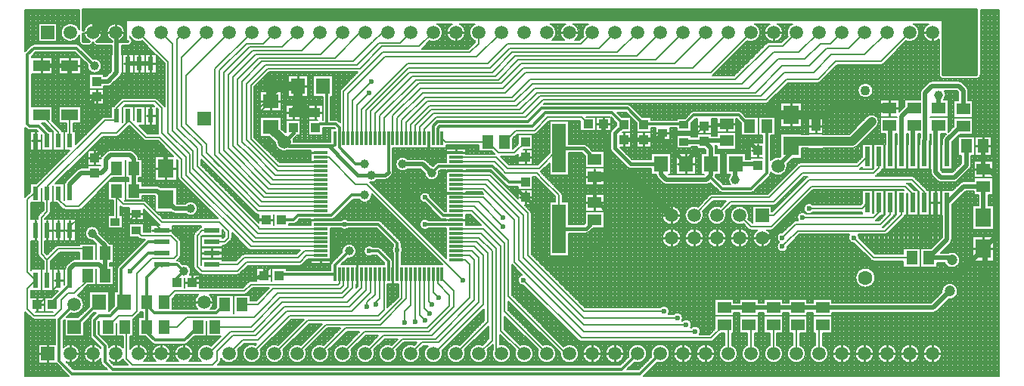
<source format=gtl>
%FSLAX42Y42*%
%MOMM*%
G71*
G01*
G75*
G04 Layer_Physical_Order=1*
%ADD10C,0.20*%
%ADD11C,0.30*%
%ADD12R,1.00X0.85*%
%ADD13R,1.50X1.30*%
%ADD14R,1.00X1.10*%
%ADD15R,1.30X1.50*%
%ADD16R,1.10X1.00*%
%ADD17R,1.50X5.50*%
%ADD18R,1.80X1.60*%
%ADD19R,1.60X1.80*%
%ADD20R,0.30X1.60*%
%ADD21R,1.60X0.30*%
%ADD22R,1.80X0.60*%
%ADD23R,1.80X2.15*%
%ADD24R,0.60X2.20*%
%ADD25R,0.60X1.55*%
%ADD26R,1.90X1.30*%
%ADD27R,0.60X1.80*%
%ADD28C,0.25*%
%ADD29C,0.50*%
%ADD30C,0.40*%
%ADD31C,1.00*%
%ADD32C,1.50*%
%ADD33R,1.50X1.50*%
%ADD34C,1.60*%
%ADD35C,1.10*%
%ADD36C,0.60*%
%ADD37C,1.00*%
%ADD38C,1.20*%
D10*
X10700Y-820D02*
G03*
X10745Y-775I0J45D01*
G01*
X10700Y-820D02*
G03*
X10745Y-775I0J45D01*
G01*
X10605Y-950D02*
G03*
X10589Y-911I-55J0D01*
G01*
X10539Y-861D02*
G03*
X10500Y-845I-39J-39D01*
G01*
X10539Y-861D02*
G03*
X10500Y-845I-39J-39D01*
G01*
X10605Y-950D02*
G03*
X10589Y-911I-55J0D01*
G01*
X10161Y-205D02*
G03*
X10280Y-374I45J-95D01*
G01*
X10057Y-300D02*
G03*
X9997Y-205I-105J0D01*
G01*
X9912Y-397D02*
G03*
X10057Y-300I40J97D01*
G01*
X10355Y-1000D02*
G03*
X10341Y-955I-80J0D01*
G01*
X10280Y-775D02*
G03*
X10325Y-820I45J0D01*
G01*
X10280Y-775D02*
G03*
X10325Y-820I45J0D01*
G01*
X10200Y-845D02*
G03*
X10161Y-861I0J-55D01*
G01*
X10200Y-845D02*
G03*
X10161Y-861I0J-55D01*
G01*
X10086Y-936D02*
G03*
X10070Y-975I39J-39D01*
G01*
X10086Y-936D02*
G03*
X10070Y-975I39J-39D01*
G01*
X10333Y-1055D02*
G03*
X10355Y-1000I-58J55D01*
G01*
X9627Y-665D02*
G03*
X9655Y-653I0J40D01*
G01*
X9627Y-665D02*
G03*
X9655Y-653I0J40D01*
G01*
X9540Y-950D02*
G03*
X9540Y-950I-85J0D01*
G01*
X8637Y-205D02*
G03*
X8585Y-340I45J-95D01*
G01*
X8533Y-300D02*
G03*
X8473Y-205I-105J0D01*
G01*
X8383D02*
G03*
X8533Y-300I45J-95D01*
G01*
X8925Y-865D02*
G03*
X8953Y-853I0J40D01*
G01*
X8925Y-865D02*
G03*
X8953Y-853I0J40D01*
G01*
X9605Y-1300D02*
G03*
X9468Y-1243I-80J0D01*
G01*
X9605Y-1300D02*
G03*
X9468Y-1244I-80J0D01*
G01*
X9581Y-1357D02*
G03*
X9605Y-1300I-56J57D01*
G01*
X9582Y-1357D02*
G03*
X9605Y-1300I-57J57D01*
G01*
X10624Y-1829D02*
G03*
X10640Y-1790I-39J39D01*
G01*
X10624Y-1829D02*
G03*
X10640Y-1790I-39J39D01*
G01*
X10331Y-1467D02*
G03*
X10314Y-1506I39J-39D01*
G01*
X10331Y-1467D02*
G03*
X10314Y-1506I39J-39D01*
G01*
X10171Y-1531D02*
G03*
X10180Y-1500I-46J31D01*
G01*
X10070Y-1479D02*
G03*
X10061Y-1510I46J-31D01*
G01*
X10070Y-1479D02*
G03*
X10061Y-1510I46J-31D01*
G01*
X10171Y-1531D02*
G03*
X10180Y-1500I-46J31D01*
G01*
X10188Y-1867D02*
G03*
X10204Y-1906I55J0D01*
G01*
X10188Y-1867D02*
G03*
X10204Y-1906I55J0D01*
G01*
X10554Y-1970D02*
G03*
X10516Y-1986I0J-55D01*
G01*
X10554Y-1970D02*
G03*
X10516Y-1986I0J-55D01*
G01*
X10450Y-1980D02*
G03*
X10489Y-1964I0J55D01*
G01*
X10450Y-1980D02*
G03*
X10489Y-1964I0J55D01*
G01*
X10261D02*
G03*
X10300Y-1980I39J39D01*
G01*
X10261Y-1964D02*
G03*
X10300Y-1980I39J39D01*
G01*
X10003Y-1922D02*
G03*
X9975Y-1910I-28J-28D01*
G01*
X10003Y-1922D02*
G03*
X9975Y-1910I-28J-28D01*
G01*
X10150Y-2070D02*
G03*
X10144Y-2062I-34J-20D01*
G01*
X10150Y-2070D02*
G03*
X10144Y-2062I-34J-20D01*
G01*
X9305Y-1600D02*
G03*
X9362Y-1577I0J80D01*
G01*
X9305Y-1600D02*
G03*
X9362Y-1576I0J80D01*
G01*
X9636Y-1846D02*
G03*
X9645Y-1830I-28J28D01*
G01*
X9636Y-1846D02*
G03*
X9645Y-1830I-28J28D01*
G01*
X9390Y-1835D02*
G03*
X9399Y-1828I-19J35D01*
G01*
X9390Y-1835D02*
G03*
X9399Y-1828I-19J35D01*
G01*
X8725Y-1760D02*
G03*
X8697Y-1772I0J-40D01*
G01*
X8725Y-1760D02*
G03*
X8697Y-1772I0J-40D01*
G01*
X8499Y-1698D02*
G03*
X8395Y-1732I-24J-102D01*
G01*
X8580Y-1800D02*
G03*
X8577Y-1776I-105J0D01*
G01*
X9928Y-1997D02*
G03*
X9919Y-1990I-28J-28D01*
G01*
X9928Y-1997D02*
G03*
X9919Y-1990I-28J-28D01*
G01*
X9569Y-1910D02*
G03*
X9578Y-1903I-19J35D01*
G01*
X9569Y-1910D02*
G03*
X9578Y-1903I-19J35D01*
G01*
X8806Y-1915D02*
G03*
X8797Y-1922I19J-35D01*
G01*
X8806Y-1915D02*
G03*
X8797Y-1922I19J-35D01*
G01*
X8395Y-1868D02*
G03*
X8580Y-1800I80J68D01*
G01*
X8425Y-2240D02*
G03*
X8453Y-2228I0J40D01*
G01*
X8425Y-2240D02*
G03*
X8453Y-2228I0J40D01*
G01*
X8375Y-410D02*
G03*
X8347Y-422I0J-40D01*
G01*
X8375Y-410D02*
G03*
X8347Y-422I0J-40D01*
G01*
X8279Y-300D02*
G03*
X8219Y-205I-105J0D01*
G01*
X8134Y-397D02*
G03*
X8279Y-300I40J97D01*
G01*
X8345Y-1095D02*
G03*
X8373Y-1083I0J40D01*
G01*
X8345Y-1095D02*
G03*
X8373Y-1083I0J40D01*
G01*
X7743Y-785D02*
G03*
X7752Y-778I-19J35D01*
G01*
X7743Y-785D02*
G03*
X7752Y-778I-19J35D01*
G01*
X8067Y-1193D02*
G03*
X8035Y-1180I-32J-32D01*
G01*
X8067Y-1193D02*
G03*
X8035Y-1180I-32J-32D01*
G01*
X7535D02*
G03*
X7503Y-1193I0J-45D01*
G01*
X7535Y-1180D02*
G03*
X7503Y-1193I0J-45D01*
G01*
X6351Y-205D02*
G03*
X6299Y-340I45J-95D01*
G01*
X6827Y-1118D02*
G03*
X6795Y-1105I-32J-32D01*
G01*
X6827Y-1118D02*
G03*
X6795Y-1105I-32J-32D01*
G01*
X6247Y-300D02*
G03*
X6187Y-205I-105J0D01*
G01*
X6097D02*
G03*
X6080Y-385I45J-95D01*
G01*
X6204D02*
G03*
X6247Y-300I-62J85D01*
G01*
X5993D02*
G03*
X5933Y-205I-105J0D01*
G01*
X5950Y-385D02*
G03*
X5993Y-300I-62J85D01*
G01*
X6615Y-1395D02*
G03*
X6600Y-1430I35J-35D01*
G01*
X6615Y-1395D02*
G03*
X6600Y-1430I35J-35D01*
G01*
X5750Y-1440D02*
G03*
X5778Y-1428I0J40D01*
G01*
X5750Y-1440D02*
G03*
X5778Y-1428I0J40D01*
G01*
X7780Y-1595D02*
G03*
X7774Y-1570I-55J0D01*
G01*
X7780Y-1595D02*
G03*
X7774Y-1570I-55J0D01*
G01*
X8382Y-1907D02*
G03*
X8395Y-1875I-32J32D01*
G01*
X8382Y-1907D02*
G03*
X8395Y-1875I-32J32D01*
G01*
X7942Y-1895D02*
G03*
X7942Y-2005I58J-55D01*
G01*
X8175Y-2095D02*
G03*
X8207Y-2082I0J45D01*
G01*
X8175Y-2095D02*
G03*
X8207Y-2082I0J45D01*
G01*
X7818D02*
G03*
X7850Y-2095I32J32D01*
G01*
X7818Y-2082D02*
G03*
X7850Y-2095I32J32D01*
G01*
X7778Y-1914D02*
G03*
X7780Y-1900I-53J14D01*
G01*
X7778Y-1914D02*
G03*
X7780Y-1900I-53J14D01*
G01*
X6790Y-1810D02*
G03*
X6825Y-1825I35J35D01*
G01*
X7738Y-2110D02*
G03*
X7710Y-2122I0J-40D01*
G01*
X7738Y-2110D02*
G03*
X7710Y-2122I0J-40D01*
G01*
X7675Y-2005D02*
G03*
X7714Y-1989I0J55D01*
G01*
X7675Y-2005D02*
G03*
X7714Y-1989I0J55D01*
G01*
X7186Y-1989D02*
G03*
X7225Y-2005I39J39D01*
G01*
X7115Y-1895D02*
G03*
X7131Y-1934I55J0D01*
G01*
X7115Y-1895D02*
G03*
X7131Y-1934I55J0D01*
G01*
X7186Y-1989D02*
G03*
X7225Y-2005I39J39D01*
G01*
X6600Y-1600D02*
G03*
X6615Y-1635I50J0D01*
G01*
X6600Y-1600D02*
G03*
X6615Y-1635I50J0D01*
G01*
X6335Y-1565D02*
G03*
X6300Y-1550I-35J-35D01*
G01*
X6335Y-1565D02*
G03*
X6300Y-1550I-35J-35D01*
G01*
X6790Y-1810D02*
G03*
X6825Y-1825I35J35D01*
G01*
X5525Y-1690D02*
G03*
X5553Y-1678I0J40D01*
G01*
X5525Y-1690D02*
G03*
X5553Y-1678I0J40D01*
G01*
X5818Y-1861D02*
G03*
X5828Y-1853I-18J36D01*
G01*
X5818Y-1861D02*
G03*
X5828Y-1853I-18J36D01*
G01*
X6065Y-2125D02*
G03*
X6053Y-2097I-40J0D01*
G01*
X6065Y-2125D02*
G03*
X6053Y-2097I-40J0D01*
G01*
X5430Y-2012D02*
G03*
X5462Y-2025I32J32D01*
G01*
X5430Y-2012D02*
G03*
X5462Y-2025I32J32D01*
G01*
X10408Y-2659D02*
G03*
X10425Y-2620I-39J39D01*
G01*
X10408Y-2659D02*
G03*
X10425Y-2620I-39J39D01*
G01*
X9890Y-2367D02*
G03*
X9900Y-2350I-28J28D01*
G01*
X9890Y-2367D02*
G03*
X9900Y-2350I-28J28D01*
G01*
X9763Y-2369D02*
G03*
X9773Y-2350I-28J28D01*
G01*
X9763Y-2369D02*
G03*
X9773Y-2350I-28J28D01*
G01*
X9675Y-2565D02*
G03*
X9703Y-2553I0J40D01*
G01*
X9675Y-2565D02*
G03*
X9703Y-2553I0J40D01*
G01*
X9644Y-2485D02*
G03*
X9653Y-2478I-19J35D01*
G01*
X9644Y-2485D02*
G03*
X9653Y-2478I-19J35D01*
G01*
X10515Y-2850D02*
G03*
X10384Y-2770I-90J0D01*
G01*
X10340Y-2880D02*
G03*
X10515Y-2850I85J30D01*
G01*
X8870Y-2235D02*
G03*
X8870Y-2315I-45J-40D01*
G01*
X9569Y-2410D02*
G03*
X9578Y-2403I-19J35D01*
G01*
X9569Y-2410D02*
G03*
X9578Y-2403I-19J35D01*
G01*
X9385Y-2600D02*
G03*
X9374Y-2565I-60J0D01*
G01*
X8795Y-2335D02*
G03*
X8701Y-2410I-45J-40D01*
G01*
X8675D02*
G03*
X8647Y-2422I0J-40D01*
G01*
X8675Y-2410D02*
G03*
X8647Y-2422I0J-40D01*
G01*
X8400Y-2515D02*
G03*
X8428Y-2503I0J40D01*
G01*
X8400Y-2515D02*
G03*
X8428Y-2503I0J40D01*
G01*
X8405Y-2604D02*
G03*
X8356Y-2515I-105J0D01*
G01*
X9276Y-2565D02*
G03*
X9328Y-2660I49J-35D01*
G01*
X9522Y-2853D02*
G03*
X9550Y-2865I28J28D01*
G01*
X9522Y-2853D02*
G03*
X9550Y-2865I28J28D01*
G01*
X8528Y-2540D02*
G03*
X8492Y-2650I-3J-60D01*
G01*
X8244Y-2515D02*
G03*
X8405Y-2604I56J-89D01*
G01*
X8492Y-2650D02*
G03*
X8585Y-2700I33J-50D01*
G01*
X10389Y-3289D02*
G03*
X10490Y-3200I11J89D01*
G01*
G03*
X10311Y-3211I-90J0D01*
G01*
X10215Y-3440D02*
G03*
X10254Y-3424I0J55D01*
G01*
X10215Y-3440D02*
G03*
X10254Y-3424I0J55D01*
G01*
X9565Y-3050D02*
G03*
X9565Y-3050I-110J0D01*
G01*
X10311Y-3900D02*
G03*
X10311Y-3900I-105J0D01*
G01*
X10057D02*
G03*
X10057Y-3900I-105J0D01*
G01*
X9803D02*
G03*
X9803Y-3900I-105J0D01*
G01*
X9549D02*
G03*
X9549Y-3900I-105J0D01*
G01*
X9295D02*
G03*
X9295Y-3900I-105J0D01*
G01*
X9041D02*
G03*
X8976Y-3803I-105J0D01*
G01*
X8896D02*
G03*
X9041Y-3900I40J-97D01*
G01*
X8787D02*
G03*
X8722Y-3803I-105J0D01*
G01*
X8642D02*
G03*
X8787Y-3900I40J-97D01*
G01*
X8533D02*
G03*
X8465Y-3802I-105J0D01*
G01*
X8385Y-3804D02*
G03*
X8533Y-3900I43J-96D01*
G01*
X8279D02*
G03*
X8214Y-3803I-105J0D01*
G01*
X8134D02*
G03*
X8279Y-3900I40J-97D01*
G01*
X8143Y-2390D02*
G03*
X8151Y-2350I-97J40D01*
G01*
G03*
X8086Y-2447I-105J0D01*
G01*
X7832Y-2253D02*
G03*
X7897Y-2350I-40J-97D01*
G01*
G03*
X7889Y-2310I-105J0D01*
G01*
X8143Y-2503D02*
G03*
X8171Y-2515I28J28D01*
G01*
X8143Y-2503D02*
G03*
X8171Y-2515I28J28D01*
G01*
X7643Y-2350D02*
G03*
X7635Y-2310I-105J0D01*
G01*
X7578Y-2253D02*
G03*
X7643Y-2350I-40J-97D01*
G01*
X7389D02*
G03*
X7389Y-2350I-105J0D01*
G01*
X8151Y-2604D02*
G03*
X8151Y-2604I-105J0D01*
G01*
X7897D02*
G03*
X7897Y-2604I-105J0D01*
G01*
X7643D02*
G03*
X7643Y-2604I-105J0D01*
G01*
X7389D02*
G03*
X7389Y-2604I-105J0D01*
G01*
X7510Y-3575D02*
G03*
X7405Y-3535I-60J0D01*
G01*
X7399D02*
G03*
X7410Y-3500I-49J35D01*
G01*
X7260Y-3425D02*
G03*
X7155Y-3385I-60J0D01*
G01*
X7410Y-3500D02*
G03*
X7305Y-3460I-60J0D01*
G01*
X7249D02*
G03*
X7260Y-3425I-49J35D01*
G01*
X6325Y-2550D02*
G03*
X6360Y-2535I0J50D01*
G01*
X6325Y-2550D02*
G03*
X6360Y-2535I0J50D01*
G01*
X5715Y-2325D02*
G03*
X5703Y-2297I-40J0D01*
G01*
X5715Y-2325D02*
G03*
X5703Y-2297I-40J0D01*
G01*
X5610Y-3017D02*
G03*
X5628Y-3135I15J-58D01*
G01*
X8025Y-3900D02*
G03*
X7960Y-3803I-105J0D01*
G01*
X7725Y-3765D02*
G03*
X7753Y-3753I0J40D01*
G01*
X7725Y-3765D02*
G03*
X7753Y-3753I0J40D01*
G01*
X7610Y-3650D02*
G03*
X7505Y-3610I-60J0D01*
G01*
X7599Y-3685D02*
G03*
X7610Y-3650I-49J35D01*
G01*
X7499Y-3610D02*
G03*
X7510Y-3575I-49J35D01*
G01*
X7880Y-3803D02*
G03*
X8025Y-3900I40J-97D01*
G01*
X7771D02*
G03*
X7771Y-3900I-105J0D01*
G01*
X7517D02*
G03*
X7517Y-3900I-105J0D01*
G01*
X7263D02*
G03*
X7059Y-3935I-105J0D01*
G01*
X7123Y-3999D02*
G03*
X7263Y-3900I35J99D01*
G01*
X7009D02*
G03*
X6805Y-3935I-105J0D01*
G01*
X6869Y-3999D02*
G03*
X7009Y-3900I35J99D01*
G01*
X6247Y-3753D02*
G03*
X6275Y-3765I28J28D01*
G01*
X6247Y-3753D02*
G03*
X6275Y-3765I28J28D01*
G01*
X6755Y-3900D02*
G03*
X6755Y-3900I-105J0D01*
G01*
X6247D02*
G03*
X6075Y-3819I-105J0D01*
G01*
X6501Y-3900D02*
G03*
X6501Y-3900I-105J0D01*
G01*
X6037Y-3894D02*
G03*
X6247Y-3900I105J-6D01*
G01*
X5993D02*
G03*
X5848Y-3803I-105J0D01*
G01*
X5739Y-3900D02*
G03*
X5594Y-3803I-105J0D01*
G01*
X5791Y-3860D02*
G03*
X5993Y-3900I97J-40D01*
G01*
X5285Y-3845D02*
G03*
X5286Y-3853I40J0D01*
G01*
X5285Y-3845D02*
G03*
X5286Y-3853I40J0D01*
G01*
X5537Y-3860D02*
G03*
X5739Y-3900I97J-40D01*
G01*
X5485D02*
G03*
X5365Y-3796I-105J0D01*
G01*
X5081Y-205D02*
G03*
X5086Y-397I45J-95D01*
G01*
X4977Y-300D02*
G03*
X4917Y-205I-105J0D01*
G01*
X4827D02*
G03*
X4977Y-300I45J-95D01*
G01*
X4723D02*
G03*
X4663Y-205I-105J0D01*
G01*
X4578Y-397D02*
G03*
X4723Y-300I40J97D01*
G01*
X3587Y-932D02*
G03*
X3575Y-960I28J-28D01*
G01*
X3587Y-932D02*
G03*
X3575Y-960I28J-28D01*
G01*
X3557Y-1293D02*
G03*
X3525Y-1280I-32J-32D01*
G01*
X3557Y-1293D02*
G03*
X3525Y-1280I-32J-32D01*
G01*
X3055Y-1525D02*
G03*
X3051Y-1495I-105J0D01*
G01*
X2987Y-1623D02*
G03*
X3000Y-1625I13J48D01*
G01*
X2987Y-1623D02*
G03*
X3000Y-1625I13J48D01*
G01*
X2970Y-1422D02*
G03*
X2958Y-1420I-20J-103D01*
G01*
X2845Y-1533D02*
G03*
X2987Y-1623I105J8D01*
G01*
X5278Y-1872D02*
G03*
X5250Y-1860I-28J-28D01*
G01*
X5278Y-1872D02*
G03*
X5250Y-1860I-28J-28D01*
G01*
X4675Y-1755D02*
G03*
X4643Y-1768I0J-45D01*
G01*
X4675Y-1755D02*
G03*
X4643Y-1768I0J-45D01*
G01*
X4539Y-1736D02*
G03*
X4500Y-1720I-39J-39D01*
G01*
X4539Y-1736D02*
G03*
X4500Y-1720I-39J-39D01*
G01*
X4615Y-1796D02*
G03*
X4598Y-1795I-15J-79D01*
G01*
X4680Y-1875D02*
G03*
X4679Y-1860I-80J0D01*
G01*
X4520Y-1873D02*
G03*
X4680Y-1875I80J-2D01*
G01*
X4333Y-1720D02*
G03*
X4333Y-1830I-58J-55D01*
G01*
X4165Y-1865D02*
G03*
X4160Y-1843I-50J0D01*
G01*
X4150Y-1900D02*
G03*
X4165Y-1865I-35J35D01*
G01*
X4080Y-1950D02*
G03*
X4115Y-1935I0J50D01*
G01*
X4080Y-1950D02*
G03*
X4115Y-1935I0J50D01*
G01*
X3910Y-1979D02*
G03*
X3987Y-1950I15J79D01*
G01*
X4693Y-2382D02*
G03*
X4725Y-2395I32J32D01*
G01*
X4693Y-2382D02*
G03*
X4725Y-2395I32J32D01*
G01*
X4585Y-2146D02*
G03*
X4521Y-2210I-60J-4D01*
G01*
X3930Y-2125D02*
G03*
X3929Y-2110I-80J0D01*
G01*
X4032Y-2418D02*
G03*
X4000Y-2405I-32J-32D01*
G01*
X4032Y-2418D02*
G03*
X4000Y-2405I-32J-32D01*
G01*
X3784Y-2170D02*
G03*
X3930Y-2125I66J45D01*
G01*
X1760Y-1925D02*
G03*
X1772Y-1953I40J0D01*
G01*
X1760Y-1925D02*
G03*
X1772Y-1953I40J0D01*
G01*
X3475Y-2395D02*
G03*
X3507Y-2382I0J45D01*
G01*
X3475Y-2395D02*
G03*
X3507Y-2382I0J45D01*
G01*
X3665Y-2405D02*
G03*
X3585Y-2405I-40J-45D01*
G01*
X3050Y-2445D02*
G03*
X3082Y-2432I0J45D01*
G01*
X3050Y-2445D02*
G03*
X3082Y-2432I0J45D01*
G01*
X2622Y-2328D02*
G03*
X2650Y-2340I28J28D01*
G01*
X2622Y-2328D02*
G03*
X2650Y-2340I28J28D01*
G01*
X1980Y-2275D02*
G03*
X1842Y-2220I-80J0D01*
G01*
X1686Y-2314D02*
G03*
X1725Y-2330I39J39D01*
G01*
X1842D02*
G03*
X1980Y-2275I58J55D01*
G01*
X1686Y-2314D02*
G03*
X1725Y-2330I39J39D01*
G01*
X1220Y-343D02*
G03*
X1356Y-397I96J43D01*
G01*
X1245Y-400D02*
G03*
X1220Y-360I-45J0D01*
G01*
X1245Y-400D02*
G03*
X1220Y-360I-45J0D01*
G01*
X1200Y-445D02*
G03*
X1245Y-400I0J45D01*
G01*
X1200Y-445D02*
G03*
X1245Y-400I0J45D01*
G01*
X809Y-405D02*
G03*
X854Y-445I45J5D01*
G01*
X809Y-405D02*
G03*
X854Y-445I45J5D01*
G01*
X762D02*
G03*
X807Y-405I0J45D01*
G01*
X762Y-445D02*
G03*
X807Y-405I0J45D01*
G01*
X1114Y-789D02*
G03*
X1129Y-757I-39J39D01*
G01*
X1114Y-789D02*
G03*
X1129Y-757I-39J39D01*
G01*
X975Y-905D02*
G03*
X1014Y-889I0J55D01*
G01*
X975Y-905D02*
G03*
X1014Y-889I0J55D01*
G01*
X905Y-675D02*
G03*
X810Y-596I-80J0D01*
G01*
X1528Y-1047D02*
G03*
X1500Y-1035I-28J-28D01*
G01*
X1528Y-1047D02*
G03*
X1500Y-1035I-28J-28D01*
G01*
X1610Y-1131D02*
G03*
X1603Y-1122I-35J-19D01*
G01*
X1610Y-1131D02*
G03*
X1603Y-1122I-35J-19D01*
G01*
X1150Y-1035D02*
G03*
X1122Y-1047I0J-40D01*
G01*
X1150Y-1035D02*
G03*
X1122Y-1047I0J-40D01*
G01*
X940Y-1245D02*
G03*
X912Y-1257I0J-40D01*
G01*
X940Y-1245D02*
G03*
X912Y-1257I0J-40D01*
G01*
X655Y-400D02*
G03*
X700Y-445I45J0D01*
G01*
X655Y-400D02*
G03*
X700Y-445I45J0D01*
G01*
X655Y-271D02*
G03*
X655Y-329I-101J-29D01*
G01*
X657Y-443D02*
G03*
X625Y-430I-32J-32D01*
G01*
X657Y-443D02*
G03*
X625Y-430I-32J-32D01*
G01*
X150D02*
G03*
X118Y-443I0J-45D01*
G01*
X150Y-430D02*
G03*
X118Y-443I0J-45D01*
G01*
X746Y-660D02*
G03*
X905Y-675I79J-15D01*
G01*
X1535Y-1425D02*
G03*
X1536Y-1435I40J0D01*
G01*
X1535Y-1425D02*
G03*
X1536Y-1435I40J0D01*
G01*
X1372Y-1503D02*
G03*
X1400Y-1515I28J28D01*
G01*
X1372Y-1503D02*
G03*
X1400Y-1515I28J28D01*
G01*
X1075Y-1465D02*
G03*
X1103Y-1453I0J40D01*
G01*
X1075Y-1465D02*
G03*
X1103Y-1453I0J40D01*
G01*
X1264Y-1636D02*
G03*
X1225Y-1620I-39J-39D01*
G01*
X1264Y-1636D02*
G03*
X1225Y-1620I-39J-39D01*
G01*
X1320Y-1715D02*
G03*
X1304Y-1676I-55J0D01*
G01*
X1000Y-1620D02*
G03*
X961Y-1636I0J-55D01*
G01*
X1000Y-1620D02*
G03*
X961Y-1636I0J-55D01*
G01*
X1320Y-1715D02*
G03*
X1304Y-1676I-55J0D01*
G01*
X911Y-1686D02*
G03*
X905Y-1693I39J-39D01*
G01*
X911Y-1686D02*
G03*
X905Y-1693I39J-39D01*
G01*
X1564Y-2036D02*
G03*
X1525Y-2020I-39J-39D01*
G01*
X1564Y-2036D02*
G03*
X1525Y-2020I-39J-39D01*
G01*
X1403Y-2197D02*
G03*
X1375Y-2185I-28J-28D01*
G01*
X1403Y-2197D02*
G03*
X1375Y-2185I-28J-28D01*
G01*
X1547Y-2453D02*
G03*
X1554Y-2459I28J28D01*
G01*
X1547Y-2453D02*
G03*
X1554Y-2459I28J28D01*
G01*
X1122Y-2253D02*
G03*
X1150Y-2265I28J28D01*
G01*
X1122Y-2253D02*
G03*
X1150Y-2265I28J28D01*
G01*
X462Y-1407D02*
G03*
X451Y-1390I-39J-11D01*
G01*
X462Y-1407D02*
G03*
X451Y-1390I-39J-11D01*
G01*
X675Y-1820D02*
G03*
X636Y-1836I0J-55D01*
G01*
X675Y-1820D02*
G03*
X636Y-1836I0J-55D01*
G01*
X68Y-1382D02*
G03*
X100Y-1395I32J32D01*
G01*
X68Y-1382D02*
G03*
X100Y-1395I32J32D01*
G01*
X511Y-1961D02*
G03*
X496Y-1992I39J-39D01*
G01*
X511Y-1961D02*
G03*
X496Y-1992I39J-39D01*
G01*
X650Y-2290D02*
G03*
X678Y-2278I0J40D01*
G01*
X650Y-2290D02*
G03*
X678Y-2278I0J40D01*
G01*
X472Y-2278D02*
G03*
X500Y-2290I28J28D01*
G01*
X472Y-2278D02*
G03*
X500Y-2290I28J28D01*
G01*
X324Y-2332D02*
G03*
X336Y-2304I-28J28D01*
G01*
X324Y-2332D02*
G03*
X336Y-2304I-28J28D01*
G01*
X201Y-2343D02*
G03*
X189Y-2371I28J-28D01*
G01*
X201Y-2343D02*
G03*
X189Y-2371I28J-28D01*
G01*
X4565Y-2405D02*
G03*
X4565Y-2495I-40J-45D01*
G01*
X4260Y-2665D02*
G03*
X4247Y-2633I-45J0D01*
G01*
X4260Y-2665D02*
G03*
X4247Y-2633I-45J0D01*
G01*
X4275Y-2735D02*
G03*
X4260Y-2695I-60J0D01*
G01*
X4170D02*
G03*
X4170Y-2775I45J-40D01*
G01*
X4260D02*
G03*
X4275Y-2735I-45J40D01*
G01*
X4032Y-2718D02*
G03*
X4000Y-2705I-32J-32D01*
G01*
X4032Y-2718D02*
G03*
X4000Y-2705I-32J-32D01*
G01*
X3940D02*
G03*
X3940Y-2795I-40J-45D01*
G01*
X4160Y-2865D02*
G03*
X4147Y-2833I-45J0D01*
G01*
X4160Y-2865D02*
G03*
X4147Y-2833I-45J0D01*
G01*
X3585Y-2495D02*
G03*
X3665Y-2495I40J45D01*
G01*
X3755Y-2750D02*
G03*
X3596Y-2765I-80J0D01*
G01*
X3660Y-2829D02*
G03*
X3755Y-2750I15J79D01*
G01*
X2547Y-2728D02*
G03*
X2575Y-2740I28J28D01*
G01*
X2547Y-2728D02*
G03*
X2575Y-2740I28J28D01*
G01*
X3483Y-2878D02*
G03*
X3471Y-2900I32J-32D01*
G01*
X3483Y-2878D02*
G03*
X3471Y-2900I32J-32D01*
G01*
G03*
X3470Y-2910I44J-10D01*
G01*
X3471Y-2900D02*
G03*
X3470Y-2910I44J-10D01*
G01*
X3125Y-2915D02*
G03*
X3153Y-2903I0J40D01*
G01*
X3125Y-2915D02*
G03*
X3153Y-2903I0J40D01*
G01*
X2575Y-3085D02*
G03*
X2547Y-3097I0J-40D01*
G01*
X2575Y-3085D02*
G03*
X2547Y-3097I0J-40D01*
G01*
X2500Y-3240D02*
G03*
X2528Y-3228I0J40D01*
G01*
X5286Y-3853D02*
G03*
X5485Y-3900I94J-47D01*
G01*
X5231D02*
G03*
X5223Y-3860I-105J0D01*
G01*
X4977Y-3900D02*
G03*
X4969Y-3860I-105J0D01*
G01*
X5166Y-3803D02*
G03*
X5231Y-3900I-40J-97D01*
G01*
X4723D02*
G03*
X4717Y-3865I-105J0D01*
G01*
X4912Y-3803D02*
G03*
X4977Y-3900I-40J-97D01*
G01*
X4556Y-3815D02*
G03*
X4723Y-3900I62J-85D01*
G01*
X4469D02*
G03*
X4461Y-3860I-105J0D01*
G01*
X4404Y-3803D02*
G03*
X4469Y-3900I-40J-97D01*
G01*
X4215D02*
G03*
X4207Y-3860I-105J0D01*
G01*
X3961Y-3900D02*
G03*
X3953Y-3860I-105J0D01*
G01*
X4150Y-3803D02*
G03*
X4215Y-3900I-40J-97D01*
G01*
X3896Y-3803D02*
G03*
X3961Y-3900I-40J-97D01*
G01*
X3429Y-3764D02*
G03*
X3421Y-3771I20J-35D01*
G01*
X3470Y-3835D02*
G03*
X3478Y-3828I-20J35D01*
G01*
X3707Y-3900D02*
G03*
X3699Y-3860I-105J0D01*
G01*
X3642Y-3803D02*
G03*
X3707Y-3900I-40J-97D01*
G01*
X3453D02*
G03*
X3445Y-3860I-105J0D01*
G01*
X3388Y-3803D02*
G03*
X3453Y-3900I-40J-97D01*
G01*
X3199D02*
G03*
X3191Y-3860I-105J0D01*
G01*
X2945Y-3900D02*
G03*
X2937Y-3860I-105J0D01*
G01*
X3134Y-3803D02*
G03*
X3199Y-3900I-40J-97D01*
G01*
X2691D02*
G03*
X2683Y-3860I-105J0D01*
G01*
X2880Y-3803D02*
G03*
X2945Y-3900I-40J-97D01*
G01*
X2626Y-3803D02*
G03*
X2691Y-3900I-40J-97D01*
G01*
X2015Y-2482D02*
G03*
X2003Y-2491I16J-37D01*
G01*
X2015Y-2482D02*
G03*
X2003Y-2491I16J-37D01*
G01*
X1947Y-2547D02*
G03*
X1935Y-2575I28J-28D01*
G01*
X1947Y-2547D02*
G03*
X1935Y-2575I28J-28D01*
G01*
X2353Y-2628D02*
G03*
X2365Y-2600I-28J28D01*
G01*
X2353Y-2628D02*
G03*
X2365Y-2600I-28J28D01*
G01*
X2279Y-2686D02*
G03*
X2307Y-2674I0J40D01*
G01*
X2500Y-2785D02*
G03*
X2472Y-2797I0J-40D01*
G01*
X2500Y-2785D02*
G03*
X2472Y-2797I0J-40D01*
G01*
X2279Y-2686D02*
G03*
X2307Y-2674I0J40D01*
G01*
X1707Y-2551D02*
G03*
X1695Y-2542I-28J-28D01*
G01*
X1707Y-2551D02*
G03*
X1695Y-2542I-28J-28D01*
G01*
X1790Y-2650D02*
G03*
X1778Y-2622I-40J0D01*
G01*
X1790Y-2650D02*
G03*
X1778Y-2622I-40J0D01*
G01*
X1778Y-2828D02*
G03*
X1790Y-2800I-28J28D01*
G01*
X1778Y-2828D02*
G03*
X1790Y-2800I-28J28D01*
G01*
X1326Y-2607D02*
G03*
X1354Y-2619I28J28D01*
G01*
X1326Y-2607D02*
G03*
X1354Y-2619I28J28D01*
G01*
X2425Y-3015D02*
G03*
X2453Y-3003I0J40D01*
G01*
X2425Y-3015D02*
G03*
X2453Y-3003I0J40D01*
G01*
X1997D02*
G03*
X2025Y-3015I28J28D01*
G01*
X1997Y-3003D02*
G03*
X2025Y-3015I28J28D01*
G01*
X2500Y-3240D02*
G03*
X2528Y-3228I0J40D01*
G01*
X2155Y-3325D02*
G03*
X2112Y-3240I-105J0D01*
G01*
X1935Y-2925D02*
G03*
X1947Y-2953I40J0D01*
G01*
X1905Y-2975D02*
G03*
X1810Y-2896I-80J0D01*
G01*
X1782Y-2868D02*
G03*
X1752Y-2855I-32J-32D01*
G01*
X1782Y-2868D02*
G03*
X1752Y-2855I-32J-32D01*
G01*
X1093Y-2918D02*
G03*
X1080Y-2950I32J-32D01*
G01*
X1093Y-2918D02*
G03*
X1080Y-2950I32J-32D01*
G01*
X1935Y-2925D02*
G03*
X1947Y-2953I40J0D01*
G01*
X1988Y-3240D02*
G03*
X1977Y-3401I62J-85D01*
G01*
X1891Y-3020D02*
G03*
X1905Y-2975I-66J45D01*
G01*
X880Y-2550D02*
G03*
X802Y-2630I-80J0D01*
G01*
X991Y-2670D02*
G03*
X979Y-2651I-51J-20D01*
G01*
X991Y-2670D02*
G03*
X979Y-2651I-51J-20D01*
G01*
X417Y-2685D02*
G03*
X389Y-2697I0J-40D01*
G01*
X417Y-2685D02*
G03*
X389Y-2697I0J-40D01*
G01*
X189Y-2779D02*
G03*
X201Y-2807I40J0D01*
G01*
X189Y-2779D02*
G03*
X201Y-2807I40J0D01*
G01*
X600Y-2845D02*
G03*
X561Y-2861I0J-55D01*
G01*
X600Y-2845D02*
G03*
X561Y-2861I0J-55D01*
G01*
X511Y-2911D02*
G03*
X495Y-2950I39J-39D01*
G01*
X511Y-2911D02*
G03*
X495Y-2950I39J-39D01*
G01*
X2123Y-3401D02*
G03*
X2155Y-3325I-73J76D01*
G01*
X1835Y-3795D02*
G03*
X1867Y-3782I0J45D01*
G01*
X1835Y-3795D02*
G03*
X1867Y-3782I0J45D01*
G01*
X1328Y-3453D02*
G03*
X1340Y-3430I-28J28D01*
G01*
X1328Y-3453D02*
G03*
X1340Y-3430I-28J28D01*
G01*
X1260Y-3514D02*
G03*
X1278Y-3503I-10J39D01*
G01*
X1260Y-3514D02*
G03*
X1278Y-3503I-10J39D01*
G01*
X1468Y-3782D02*
G03*
X1500Y-3795I32J32D01*
G01*
X1468Y-3782D02*
G03*
X1500Y-3795I32J32D01*
G01*
X2437Y-3900D02*
G03*
X2429Y-3860I-105J0D01*
G01*
X2240Y-3951D02*
G03*
X2437Y-3900I92J51D01*
G01*
X2133Y-3811D02*
G03*
X2016Y-3985I-55J-89D01*
G01*
X1929Y-3900D02*
G03*
X1824Y-3795I-105J0D01*
G01*
X1886Y-3985D02*
G03*
X1929Y-3900I-62J85D01*
G01*
X1824Y-3795D02*
G03*
X1762Y-3985I0J-105D01*
G01*
X2228Y-4003D02*
G03*
X2240Y-3975I-28J28D01*
G01*
X2228Y-4003D02*
G03*
X2240Y-3975I-28J28D01*
G01*
X1675Y-3900D02*
G03*
X1570Y-3795I-105J0D01*
G01*
X1632Y-3985D02*
G03*
X1675Y-3900I-62J85D01*
G01*
X1570Y-3795D02*
G03*
X1508Y-3985I0J-105D01*
G01*
X1145Y-3835D02*
G03*
X985Y-3829I-83J-65D01*
G01*
X1421Y-3900D02*
G03*
X1225Y-3848I-105J0D01*
G01*
X1378Y-3985D02*
G03*
X1421Y-3900I-62J85D01*
G01*
X1145Y-3964D02*
G03*
X1156Y-3988I40J5D01*
G01*
X1145Y-3964D02*
G03*
X1156Y-3988I40J5D01*
G01*
X991Y-3977D02*
G03*
X1145Y-3964I71J77D01*
G01*
X793Y-3493D02*
G03*
X780Y-3525I32J-32D01*
G01*
X793Y-3493D02*
G03*
X780Y-3525I32J-32D01*
G01*
X705Y-3346D02*
G03*
X635Y-3247I-105J0D01*
G01*
X780Y-3700D02*
G03*
X793Y-3732I45J0D01*
G01*
X780Y-3700D02*
G03*
X793Y-3732I45J0D01*
G01*
X565Y-3445D02*
G03*
X705Y-3346I35J99D01*
G01*
X122Y-3503D02*
G03*
X150Y-3515I28J28D01*
G01*
X122Y-3503D02*
G03*
X150Y-3515I28J28D01*
G01*
X375D02*
G03*
X385Y-3514I0J40D01*
G01*
X375Y-3515D02*
G03*
X385Y-3514I0J40D01*
G01*
X985Y-3815D02*
G03*
X972Y-3783I-45J0D01*
G01*
X985Y-3815D02*
G03*
X972Y-3783I-45J0D01*
G01*
X895Y-3841D02*
G03*
X895Y-3959I-87J-59D01*
G01*
X659Y-3900D02*
G03*
X475Y-3831I-105J0D01*
G01*
X508Y-3994D02*
G03*
X659Y-3900I46J94D01*
G01*
X895Y-3990D02*
G03*
X908Y-4022I45J0D01*
G01*
X895Y-3990D02*
G03*
X908Y-4022I45J0D01*
G01*
X393Y-4005D02*
G03*
X398Y-4012I37J25D01*
G01*
X393Y-4005D02*
G03*
X398Y-4012I37J25D01*
G01*
X10745Y-50D02*
X10950D01*
X10745Y-60D02*
X10950D01*
X10745Y-80D02*
X10950D01*
X10745Y-100D02*
X10950D01*
X10745Y-120D02*
X10950D01*
X10745Y-140D02*
X10950D01*
X10745Y-160D02*
X10950D01*
X10745Y-180D02*
X10950D01*
X10745Y-200D02*
X10950D01*
X10745Y-220D02*
X10950D01*
X10745Y-240D02*
X10950D01*
X10745Y-260D02*
X10950D01*
X10745Y-280D02*
X10950D01*
X10745Y-775D02*
Y-50D01*
Y-300D02*
X10950D01*
X10745Y-320D02*
X10950D01*
X10745Y-340D02*
X10950D01*
X10745Y-360D02*
X10950D01*
X10745Y-380D02*
X10950D01*
X10745Y-400D02*
X10950D01*
X10745Y-420D02*
X10950D01*
X10745Y-440D02*
X10950D01*
X10745Y-460D02*
X10950D01*
X10745Y-480D02*
X10950D01*
X10745Y-500D02*
X10950D01*
X10745Y-520D02*
X10950D01*
X10745Y-540D02*
X10950D01*
X10745Y-560D02*
X10950D01*
X10745Y-580D02*
X10950D01*
X10745Y-600D02*
X10950D01*
X10745Y-620D02*
X10950D01*
X10745Y-640D02*
X10950D01*
X10745Y-660D02*
X10950D01*
X10745Y-680D02*
X10950D01*
X10745Y-700D02*
X10950D01*
X10745Y-720D02*
X10950D01*
X10745Y-740D02*
X10950D01*
X10745Y-760D02*
X10950D01*
X10745Y-780D02*
X10950D01*
X10737Y-800D02*
X10950D01*
X10596Y-920D02*
X10950D01*
X10604Y-940D02*
X10950D01*
X10605Y-960D02*
X10950D01*
X10605Y-980D02*
X10950D01*
X10605Y-1000D02*
X10950D01*
X10600Y-927D02*
Y-820D01*
X10605Y-1020D02*
X10950D01*
X10605Y-1040D02*
X10950D01*
X10540Y-862D02*
Y-820D01*
X10325D02*
X10700D01*
X10538Y-860D02*
X10950D01*
X10520Y-849D02*
Y-820D01*
X10500Y-845D02*
Y-820D01*
X10200Y-845D02*
X10500D01*
X10558Y-880D02*
X10950D01*
X10539Y-861D02*
X10589Y-911D01*
X10578Y-900D02*
X10950D01*
X10580Y-902D02*
Y-820D01*
X10560Y-882D02*
Y-820D01*
X10477Y-955D02*
X10495Y-973D01*
X10352Y-980D02*
X10495D01*
X10280Y-775D02*
Y-374D01*
X10280Y-845D02*
Y-375D01*
X10260Y-845D02*
Y-390D01*
X10238Y-400D02*
X10280D01*
X10140Y-218D02*
Y-205D01*
X10120Y-240D02*
Y-205D01*
X10240Y-845D02*
Y-399D01*
X10180Y-849D02*
Y-402D01*
X10220Y-845D02*
Y-404D01*
X10200Y-845D02*
Y-405D01*
X10120Y-902D02*
Y-360D01*
X10100Y-922D02*
Y-205D01*
X10160Y-862D02*
Y-394D01*
X10140Y-882D02*
Y-382D01*
X10020Y-220D02*
X10138D01*
X10038Y-240D02*
X10120D01*
X9997Y-205D02*
X10161D01*
X10055Y-280D02*
X10103D01*
X10049Y-260D02*
X10109D01*
X10040Y-243D02*
Y-205D01*
X10057Y-300D02*
X10101D01*
X10020Y-220D02*
Y-205D01*
X10049Y-340D02*
X10109D01*
X10038Y-360D02*
X10120D01*
X10020Y-380D02*
X10138D01*
X9984Y-400D02*
X10174D01*
X10080Y-943D02*
Y-205D01*
X10055Y-320D02*
X10103D01*
X9909Y-400D02*
X9920D01*
X10480Y-845D02*
Y-820D01*
X10460Y-845D02*
Y-820D01*
X10440Y-845D02*
Y-820D01*
X10420Y-845D02*
Y-820D01*
X10341Y-955D02*
X10477D01*
X10400Y-845D02*
Y-820D01*
X10380Y-845D02*
Y-820D01*
X10360Y-845D02*
Y-820D01*
X10340Y-845D02*
Y-820D01*
X10355Y-1000D02*
X10495D01*
X10344Y-960D02*
X10482D01*
X10352Y-1020D02*
X10495D01*
X10344Y-1040D02*
X10495D01*
X10380Y-1055D02*
Y-955D01*
X10360Y-1055D02*
Y-955D01*
X10340Y-1055D02*
Y-1047D01*
X9889Y-420D02*
X10280D01*
X9869Y-440D02*
X10280D01*
X9849Y-460D02*
X10280D01*
X9829Y-480D02*
X10280D01*
X9809Y-500D02*
X10280D01*
X9789Y-520D02*
X10280D01*
X9769Y-540D02*
X10280D01*
X10300Y-845D02*
Y-812D01*
X10320Y-845D02*
Y-820D01*
X10086Y-936D02*
X10161Y-861D01*
X10655Y-1080D02*
X10950D01*
X10860Y-1470D02*
Y-50D01*
X10655Y-1100D02*
X10950D01*
X10655Y-1120D02*
X10950D01*
X10655Y-1140D02*
X10950D01*
X10840Y-1470D02*
Y-50D01*
X10820Y-1470D02*
Y-50D01*
X10800Y-1470D02*
Y-50D01*
X10655Y-1255D02*
Y-1065D01*
X10880Y-1740D02*
Y-50D01*
X10780Y-1470D02*
Y-50D01*
X10760Y-1470D02*
Y-50D01*
X10740Y-1470D02*
Y-796D01*
X10720Y-1470D02*
Y-815D01*
X10700Y-1470D02*
Y-820D01*
X10680Y-1470D02*
Y-820D01*
X10660Y-1470D02*
Y-820D01*
X10640Y-1065D02*
Y-820D01*
X10620Y-1065D02*
Y-820D01*
X10605Y-1065D02*
Y-950D01*
Y-1060D02*
X10950D01*
X10605Y-1065D02*
X10655D01*
X10480D02*
Y-958D01*
X10460Y-1065D02*
Y-955D01*
X10495Y-1065D02*
Y-973D01*
X10380Y-1060D02*
X10495D01*
X10445Y-1065D02*
X10495D01*
X10380Y-1080D02*
X10445D01*
X10655Y-1160D02*
X10950D01*
X10380Y-1100D02*
X10445D01*
Y-1255D02*
Y-1065D01*
X10380Y-1120D02*
X10445D01*
X10380Y-1140D02*
X10445D01*
X10380Y-1160D02*
X10445D01*
X10655Y-1180D02*
X10950D01*
X10655Y-1200D02*
X10950D01*
X10655Y-1220D02*
X10950D01*
X10655Y-1240D02*
X10950D01*
X10655Y-1260D02*
X10950D01*
X10655Y-1280D02*
X10950D01*
X10655Y-1300D02*
X10950D01*
X10655Y-1320D02*
X10950D01*
X10655Y-1340D02*
X10950D01*
X10655Y-1360D02*
X10950D01*
X10655Y-1380D02*
X10950D01*
X10655Y-1400D02*
X10950D01*
X10655Y-1420D02*
X10950D01*
X10655Y-1445D02*
Y-1255D01*
Y-1440D02*
X10950D01*
X10640Y-1470D02*
Y-1445D01*
X10620Y-1470D02*
Y-1445D01*
X10445Y-1255D02*
X10655D01*
X10380Y-1180D02*
X10445D01*
X10508Y-1445D02*
X10655D01*
X10445Y-1255D02*
X10655D01*
X10380Y-1200D02*
X10445D01*
X10380Y-1220D02*
X10445D01*
X10380Y-1240D02*
X10445D01*
X10380Y-1260D02*
X10445D01*
X10600Y-1470D02*
Y-1445D01*
X10580Y-1470D02*
Y-1445D01*
X10560Y-1470D02*
Y-1445D01*
X10493Y-1460D02*
X10950D01*
X10540Y-1470D02*
Y-1445D01*
X10520Y-1470D02*
Y-1445D01*
X10500Y-1470D02*
Y-1453D01*
X10425Y-1528D02*
X10508Y-1445D01*
X10070Y-1055D02*
Y-975D01*
X10060Y-1055D02*
Y-205D01*
X10040Y-1055D02*
Y-357D01*
X10333Y-1055D02*
X10380D01*
X10020D02*
Y-380D01*
X10000Y-1055D02*
Y-393D01*
X9980Y-1055D02*
Y-401D01*
X9960Y-1055D02*
Y-405D01*
X10440Y-1357D02*
Y-955D01*
X10420Y-1377D02*
Y-955D01*
X10400Y-1397D02*
Y-955D01*
X10380Y-1245D02*
Y-1055D01*
X9940D02*
Y-404D01*
X9920Y-1055D02*
Y-400D01*
X9900Y-1055D02*
Y-409D01*
X9895Y-1055D02*
X10070D01*
X9830Y-1060D02*
X9895D01*
Y-1127D02*
Y-1055D01*
X9830Y-1080D02*
X9895D01*
X9830Y-1100D02*
X9895D01*
X9830Y-1120D02*
X9895D01*
X9820Y-1055D02*
Y-489D01*
X9800Y-1055D02*
Y-509D01*
X9780Y-1055D02*
Y-529D01*
X9760Y-1055D02*
Y-549D01*
X9880Y-1142D02*
Y-429D01*
X9860Y-1162D02*
Y-449D01*
X9830Y-1192D02*
X9895Y-1127D01*
X9830Y-1140D02*
X9882D01*
X9840Y-1182D02*
Y-469D01*
X9830Y-1192D02*
Y-1055D01*
Y-1160D02*
X9862D01*
X9830Y-1180D02*
X9842D01*
X10380Y-1280D02*
X10445D01*
Y-1352D02*
Y-1255D01*
X10380Y-1300D02*
X10445D01*
X10380Y-1320D02*
X10445D01*
X10380Y-1340D02*
X10445D01*
X10380Y-1417D02*
Y-1245D01*
Y-1360D02*
X10437D01*
X10380Y-1380D02*
X10417D01*
X10380Y-1400D02*
X10397D01*
X10380Y-1417D02*
X10445Y-1352D01*
X10297Y-1435D02*
X10362D01*
X10331Y-1467D02*
X10362Y-1435D01*
X10297Y-1440D02*
X10357D01*
X10340Y-1457D02*
Y-1435D01*
X10320Y-1482D02*
Y-1435D01*
X10297Y-1550D02*
Y-1435D01*
X10188Y-1550D02*
Y-1435D01*
X10180Y-1245D02*
X10380D01*
X10180Y-1245D02*
X10380D01*
X10043Y-1435D02*
X10070D01*
X10043Y-1440D02*
X10070D01*
X9917Y-1435D02*
X9933D01*
X9917Y-1440D02*
X9933D01*
X9789Y-1435D02*
X9807D01*
X9789Y-1440D02*
X9807D01*
X10180Y-1500D02*
Y-1435D01*
X10070Y-1479D02*
Y-1435D01*
X10043Y-1550D02*
Y-1435D01*
X9933Y-1550D02*
Y-1435D01*
X9917Y-1550D02*
Y-1435D01*
X9807Y-1550D02*
Y-1435D01*
X9800Y-1910D02*
Y-1435D01*
X9789Y-1550D02*
Y-1435D01*
X9749Y-560D02*
X10280D01*
X9729Y-580D02*
X10280D01*
X9709Y-600D02*
X10280D01*
X9689Y-620D02*
X10280D01*
X9669Y-640D02*
X10280D01*
X9655Y-653D02*
X9912Y-397D01*
X9646Y-660D02*
X10280D01*
X9740Y-1055D02*
Y-569D01*
X9720Y-1055D02*
Y-589D01*
X9700Y-1055D02*
Y-609D01*
X9680Y-1055D02*
Y-629D01*
X9660Y-1055D02*
Y-649D01*
X9640Y-1055D02*
Y-663D01*
X9560Y-1228D02*
Y-665D01*
X9540Y-948D02*
Y-665D01*
X9127Y-680D02*
X10280D01*
X9107Y-700D02*
X10280D01*
X9087Y-720D02*
X10280D01*
X9007Y-800D02*
X10288D01*
X8987Y-820D02*
X10950D01*
X9142Y-665D02*
X9627D01*
X9067Y-740D02*
X10280D01*
X9047Y-760D02*
X10280D01*
X9027Y-780D02*
X10280D01*
X9520Y-895D02*
Y-665D01*
X9500Y-878D02*
Y-665D01*
X8967Y-840D02*
X10950D01*
X8944Y-860D02*
X10162D01*
X9480Y-869D02*
Y-665D01*
X9460Y-865D02*
Y-665D01*
X9440Y-866D02*
Y-665D01*
X9420Y-873D02*
Y-665D01*
X9524Y-900D02*
X10122D01*
X9535Y-920D02*
X10102D01*
X9503Y-880D02*
X10142D01*
X9539Y-940D02*
X10083D01*
X9539Y-960D02*
X10072D01*
X9535Y-980D02*
X10070D01*
X9524Y-1000D02*
X10070D01*
X9620Y-1055D02*
X9830D01*
X9620Y-1245D02*
X9807D01*
X9540Y-1221D02*
Y-952D01*
X9520Y-1220D02*
Y-1005D01*
X9620Y-1245D02*
Y-1055D01*
X9527Y-1220D02*
X9620D01*
X9503Y-1020D02*
X10070D01*
X8417Y-1040D02*
X10070D01*
X8397Y-1060D02*
X9620D01*
X8377Y-1080D02*
X9620D01*
X8577Y-880D02*
X9407D01*
X8745Y-1100D02*
X9620D01*
X8437Y-1020D02*
X9407D01*
X8745Y-1120D02*
X9620D01*
X8745Y-1140D02*
X9620D01*
X8745Y-1160D02*
X9620D01*
X8745Y-1180D02*
X9620D01*
X9500Y-1224D02*
Y-1022D01*
X9480Y-1234D02*
Y-1031D01*
X8745Y-1200D02*
X9620D01*
X8745Y-1220D02*
X9523D01*
X8620Y-215D02*
Y-205D01*
X8600Y-234D02*
Y-205D01*
X8580Y-275D02*
Y-205D01*
X8525Y-260D02*
X8585D01*
X8514Y-240D02*
X8596D01*
X8531Y-280D02*
X8579D01*
X8520Y-249D02*
Y-205D01*
X8533Y-300D02*
X8577D01*
X8531Y-320D02*
X8579D01*
X9400Y-885D02*
Y-665D01*
X9380Y-910D02*
Y-665D01*
X8953Y-853D02*
X9142Y-665D01*
X8560Y-365D02*
Y-205D01*
X8540Y-385D02*
Y-205D01*
X8580Y-345D02*
Y-325D01*
X8525Y-340D02*
X8585D01*
X8473Y-205D02*
X8637D01*
X8496Y-220D02*
X8614D01*
X8514Y-360D02*
X8565D01*
X8496Y-380D02*
X8545D01*
X8500Y-224D02*
Y-205D01*
X8515Y-410D02*
X8585Y-340D01*
X8520Y-405D02*
Y-351D01*
X8460Y-400D02*
X8525D01*
X8500Y-410D02*
Y-376D01*
X8480Y-410D02*
Y-391D01*
X8460Y-410D02*
Y-400D01*
X8375Y-410D02*
X8515D01*
X8592Y-865D02*
X8925D01*
X8740Y-1088D02*
Y-865D01*
X8557Y-900D02*
X9386D01*
X8720Y-1088D02*
Y-865D01*
X8700Y-1088D02*
Y-865D01*
X8680Y-1088D02*
Y-865D01*
X8660Y-1088D02*
Y-865D01*
X8640Y-1088D02*
Y-865D01*
X8620Y-1088D02*
Y-865D01*
X8600Y-1088D02*
Y-865D01*
X8580Y-1088D02*
Y-877D01*
X8560Y-1088D02*
Y-897D01*
X8540Y-1088D02*
Y-917D01*
X8537Y-920D02*
X9375D01*
X8517Y-940D02*
X9371D01*
X8497Y-960D02*
X9371D01*
X8457Y-1000D02*
X9386D01*
X8520Y-1088D02*
Y-937D01*
X8373Y-1083D02*
X8592Y-865D01*
X8505Y-1088D02*
X8745D01*
X8477Y-980D02*
X9375D01*
X6829Y-1120D02*
X8505D01*
X5857Y-1100D02*
X8505D01*
X6849Y-1140D02*
X8505D01*
X8036Y-1180D02*
X8505D01*
X6869Y-1160D02*
X8505D01*
X8094Y-1220D02*
X8505D01*
X8074Y-1200D02*
X8505D01*
X9578Y-1240D02*
X9620D01*
X9600Y-1272D02*
Y-665D01*
X9620Y-1245D02*
X9807D01*
X9594Y-1260D02*
X9620D01*
X9580Y-1242D02*
Y-665D01*
X9460Y-1252D02*
Y-1035D01*
X9440Y-1272D02*
Y-1034D01*
X9420Y-1292D02*
Y-1027D01*
X9620Y-1550D02*
Y-665D01*
X9400Y-1312D02*
Y-1015D01*
X9620Y-1435D02*
Y-1245D01*
X9360Y-1352D02*
Y-665D01*
X9340Y-1372D02*
Y-665D01*
X9380Y-1332D02*
Y-990D01*
X9320Y-1392D02*
Y-665D01*
X9300Y-1412D02*
Y-665D01*
X9280Y-1432D02*
Y-665D01*
X9260Y-1440D02*
Y-665D01*
X9272Y-1440D02*
X9468Y-1244D01*
X8745Y-1240D02*
X9472D01*
X9240Y-1440D02*
Y-665D01*
X9220Y-1440D02*
Y-665D01*
X9200Y-1440D02*
Y-665D01*
X9180Y-1440D02*
Y-665D01*
X9160Y-1440D02*
Y-665D01*
X9140Y-1440D02*
Y-667D01*
X9120Y-1440D02*
Y-687D01*
X9100Y-1440D02*
Y-707D01*
X9080Y-1440D02*
Y-727D01*
X9060Y-1440D02*
Y-747D01*
X9040Y-1440D02*
Y-767D01*
X9020Y-1440D02*
Y-787D01*
X9602Y-1280D02*
X9620D01*
X9605Y-1300D02*
X9620D01*
X9602Y-1320D02*
X9620D01*
X9594Y-1340D02*
X9620D01*
X9578Y-1360D02*
X9620D01*
X9558Y-1380D02*
X9620D01*
X9538Y-1400D02*
X9620D01*
X9679Y-1550D02*
Y-1435D01*
X9620D02*
X9679D01*
X9660Y-1550D02*
Y-1435D01*
X9640Y-1550D02*
Y-1435D01*
X9600Y-1550D02*
Y-1328D01*
X9580Y-1550D02*
Y-1358D01*
X9560Y-1550D02*
Y-1378D01*
X9540Y-1550D02*
Y-1398D01*
X8980Y-1280D02*
X9432D01*
X8745Y-1260D02*
X9452D01*
X8980Y-1300D02*
X9412D01*
X8980Y-1320D02*
X9392D01*
X8980Y-1340D02*
X9372D01*
X8980Y-1360D02*
X9352D01*
X8980Y-1380D02*
X9332D01*
X8980Y-1400D02*
X9312D01*
X9518Y-1420D02*
X9620D01*
X9362Y-1576D02*
X9581Y-1357D01*
X9520Y-1550D02*
Y-1418D01*
X9498Y-1440D02*
X9679D01*
X9500Y-1550D02*
Y-1438D01*
X8980Y-1420D02*
X9292D01*
X9480Y-1550D02*
Y-1458D01*
X8980Y-1440D02*
X9272D01*
X8980Y-1265D02*
Y-827D01*
X8960Y-1265D02*
Y-847D01*
X8940Y-1265D02*
Y-862D01*
X8920Y-1265D02*
Y-865D01*
X8820Y-1265D02*
X8980D01*
X8900D02*
Y-865D01*
X8880Y-1265D02*
Y-865D01*
X8860Y-1265D02*
Y-865D01*
X8840Y-1265D02*
Y-865D01*
X9000Y-1440D02*
Y-807D01*
X8980Y-1435D02*
Y-1265D01*
X8820Y-1435D02*
Y-1265D01*
X8820Y-1440D02*
Y-865D01*
X8800Y-1440D02*
Y-865D01*
X8780Y-1440D02*
Y-865D01*
X8760Y-1440D02*
Y-865D01*
X8445Y-1260D02*
X8505D01*
X8745Y-1280D02*
X8820D01*
X8114Y-1240D02*
X8505D01*
X8745Y-1300D02*
X8820D01*
X8445Y-1280D02*
X8505D01*
X8440Y-1245D02*
Y-1017D01*
X8420Y-1245D02*
Y-1037D01*
X8445Y-1300D02*
X8505D01*
X8255Y-1245D02*
X8445D01*
X8745Y-1362D02*
Y-1088D01*
X8505Y-1362D02*
Y-1088D01*
X8745Y-1320D02*
X8820D01*
X8500Y-1697D02*
Y-957D01*
X8480Y-1695D02*
Y-977D01*
X8460Y-1696D02*
Y-997D01*
X8445Y-1455D02*
Y-1245D01*
X8820Y-1435D02*
X8980D01*
X8820Y-1435D02*
X8980D01*
X8745Y-1340D02*
X8820D01*
X8745Y-1360D02*
X8820D01*
X8740Y-1438D02*
Y-1362D01*
X8720Y-1438D02*
Y-1362D01*
X8700Y-1438D02*
Y-1362D01*
X8680Y-1438D02*
Y-1362D01*
X8745Y-1440D02*
X8820D01*
X8660Y-1438D02*
Y-1362D01*
X8640Y-1438D02*
Y-1362D01*
X8620Y-1438D02*
Y-1362D01*
X8600Y-1438D02*
Y-1362D01*
X8580Y-1438D02*
Y-1362D01*
X8505D02*
X8745D01*
X8445Y-1380D02*
X8820D01*
X8445Y-1400D02*
X8820D01*
X8445Y-1420D02*
X8820D01*
X8445Y-1320D02*
X8505D01*
X8445Y-1340D02*
X8505D01*
X8560Y-1438D02*
Y-1362D01*
X8445Y-1360D02*
X8505D01*
X8540Y-1438D02*
Y-1362D01*
X8520Y-1438D02*
Y-1362D01*
X8505Y-1438D02*
X8745D01*
X8445Y-1440D02*
X8505D01*
Y-1692D02*
Y-1438D01*
X8395Y-1455D02*
X8445D01*
X8440Y-1701D02*
Y-1455D01*
X8420Y-1711D02*
Y-1455D01*
X10870Y-1480D02*
X10950D01*
X10870Y-1500D02*
X10950D01*
X10870Y-1520D02*
X10950D01*
X10870Y-1540D02*
X10950D01*
X10870Y-1560D02*
X10950D01*
X10870Y-1580D02*
X10950D01*
X10870Y-1600D02*
X10950D01*
X10870Y-1620D02*
X10950D01*
X10870Y-1680D02*
Y-1470D01*
Y-1640D02*
X10950D01*
X10870Y-1660D02*
X10950D01*
X10860Y-1740D02*
Y-1680D01*
X10840Y-1740D02*
Y-1680D01*
X10820Y-1740D02*
Y-1680D01*
X10800Y-1740D02*
Y-1680D01*
X10780Y-1740D02*
Y-1680D01*
X10680Y-1470D02*
X10870D01*
X10680Y-1680D02*
X10870D01*
X10640Y-1680D02*
X10950D01*
X10680Y-1680D02*
Y-1470D01*
X10490D02*
X10680D01*
X10680Y-1680D02*
Y-1470D01*
X10760Y-1740D02*
Y-1680D01*
X10740Y-1740D02*
Y-1680D01*
X10720Y-1740D02*
Y-1680D01*
X10700Y-1740D02*
Y-1680D01*
X10680Y-1740D02*
Y-1680D01*
X10640D02*
X10680D01*
X10640Y-1790D02*
Y-1680D01*
X10490D02*
X10530D01*
X10640Y-1700D02*
X10950D01*
X10880Y-1740D02*
X10950D01*
X10640Y-1720D02*
X10950D01*
X10880Y-1760D02*
X10950D01*
X10880Y-1780D02*
X10950D01*
X10670Y-1740D02*
X10880D01*
X10640Y-1740D02*
X10670D01*
X10880Y-1800D02*
X10950D01*
X10640Y-1760D02*
X10670D01*
X10880Y-1820D02*
X10950D01*
X10880Y-1840D02*
X10950D01*
X10880Y-1860D02*
X10950D01*
X10880Y-1880D02*
X10950D01*
X10880Y-1900D02*
X10950D01*
X10429Y-1680D02*
X10530D01*
X10429Y-1700D02*
X10530D01*
X10640Y-1780D02*
X10670D01*
X10639Y-1800D02*
X10670D01*
X10530Y-1767D02*
Y-1680D01*
X10429Y-1720D02*
X10530D01*
X10429Y-1740D02*
X10530D01*
X10429Y-1760D02*
X10530D01*
X10631Y-1820D02*
X10670D01*
X10613Y-1840D02*
X10670D01*
X10593Y-1860D02*
X10670D01*
X10573Y-1880D02*
X10670D01*
X10427Y-1870D02*
X10530Y-1767D01*
X10553Y-1900D02*
X10670D01*
X10473Y-1480D02*
X10490D01*
X10453Y-1500D02*
X10490D01*
X10297Y-1460D02*
X10337D01*
X10433Y-1520D02*
X10490D01*
X10425Y-1540D02*
X10490D01*
X10297Y-1480D02*
X10321D01*
X10297Y-1500D02*
X10315D01*
X10490Y-1680D02*
Y-1470D01*
X10480Y-1817D02*
Y-1473D01*
X10460Y-1837D02*
Y-1493D01*
X10440Y-1857D02*
Y-1513D01*
X10425Y-1550D02*
Y-1528D01*
X10314Y-1550D02*
Y-1506D01*
X10429Y-1830D02*
Y-1550D01*
X10310Y-1830D02*
Y-1550D01*
X10043Y-1460D02*
X10070D01*
X10043Y-1480D02*
X10069D01*
X10297Y-1520D02*
X10314D01*
X10176D02*
X10188D01*
X10043Y-1500D02*
X10061D01*
X10043Y-1520D02*
X10061D01*
X10297Y-1540D02*
X10314D01*
X10303Y-1830D02*
Y-1550D01*
X10171Y-1540D02*
X10188D01*
X10171Y-1550D02*
Y-1531D01*
X10061Y-1550D02*
Y-1510D01*
X10182Y-1830D02*
Y-1550D01*
X10043Y-1540D02*
X10061D01*
X10429Y-1560D02*
X10490D01*
X10520Y-1777D02*
Y-1680D01*
X10429Y-1580D02*
X10490D01*
X10500Y-1797D02*
Y-1680D01*
X10429Y-1780D02*
X10517D01*
X10429Y-1600D02*
X10490D01*
X10429Y-1620D02*
X10490D01*
X10429Y-1640D02*
X10490D01*
X10429Y-1660D02*
X10490D01*
X10429Y-1800D02*
X10497D01*
X10429Y-1820D02*
X10477D01*
X10420Y-1870D02*
Y-1830D01*
X10400Y-1870D02*
Y-1830D01*
X10380Y-1870D02*
Y-1830D01*
X10360Y-1870D02*
Y-1830D01*
X10340Y-1870D02*
Y-1830D01*
X10320Y-1867D02*
Y-1830D01*
X10175D02*
Y-1550D01*
X10056Y-1830D02*
Y-1550D01*
X10310Y-1830D02*
X10429D01*
X10056D02*
X10175D01*
X10049D02*
Y-1550D01*
X9929Y-1830D02*
Y-1550D01*
Y-1830D02*
X10049D01*
X9921D02*
Y-1550D01*
X10297Y-1840D02*
X10457D01*
X10297Y-1845D02*
X10323Y-1870D01*
X10427D01*
X10313Y-1860D02*
X10437D01*
X10297Y-1845D02*
Y-1830D01*
X10188Y-1867D02*
Y-1830D01*
X10880Y-1920D02*
X10950D01*
X10880Y-1930D02*
Y-1740D01*
X10670Y-1930D02*
X10880D01*
Y-1940D02*
X10950D01*
X10880Y-1960D02*
X10950D01*
X10670Y-1930D02*
Y-1740D01*
Y-1930D02*
X10880D01*
X10670Y-1970D02*
Y-1930D01*
X10880Y-1980D02*
X10950D01*
X10880Y-2000D02*
X10950D01*
X10880Y-2020D02*
X10950D01*
X10880Y-2040D02*
X10950D01*
X10880Y-2120D02*
Y-1930D01*
X10660Y-1970D02*
Y-1680D01*
X10880Y-2060D02*
X10950D01*
X10880Y-2080D02*
X10950D01*
X10533Y-1920D02*
X10670D01*
X10640Y-1970D02*
Y-1792D01*
X10489Y-1964D02*
X10624Y-1829D01*
X10513Y-1940D02*
X10670D01*
X10493Y-1960D02*
X10670D01*
X10620Y-1970D02*
Y-1833D01*
X10600Y-1970D02*
Y-1853D01*
X10580Y-1970D02*
Y-1873D01*
X10560Y-1970D02*
Y-1893D01*
X10554Y-1970D02*
X10670D01*
X10540Y-1972D02*
Y-1913D01*
X10520Y-1982D02*
Y-1933D01*
X10500Y-2002D02*
Y-1953D01*
X10429Y-2072D02*
X10516Y-1986D01*
X10062Y-1980D02*
X10523D01*
X10880Y-2100D02*
X10950D01*
X10830Y-2120D02*
X10950D01*
X10830Y-2140D02*
X10950D01*
X10830Y-2160D02*
X10950D01*
X10830Y-2180D02*
X10950D01*
X10880Y-2238D02*
Y-2120D01*
X10830D02*
X10880D01*
X10830Y-2200D02*
X10950D01*
X10830Y-2220D02*
X10950D01*
X10860Y-2238D02*
Y-2120D01*
X10840Y-2238D02*
Y-2120D01*
X10895Y-2240D02*
X10950D01*
X10830Y-2238D02*
X10895D01*
X10830D02*
Y-2120D01*
X10720Y-2238D02*
Y-2120D01*
X10720Y-2238D02*
Y-2120D01*
X10700Y-2238D02*
Y-2120D01*
X10670D02*
X10720D01*
X10537Y-2120D02*
X10720D01*
X10517Y-2140D02*
X10720D01*
X10497Y-2160D02*
X10720D01*
X10577Y-2080D02*
X10670D01*
X10577Y-2080D02*
X10670D01*
Y-2120D02*
Y-2080D01*
X10557Y-2100D02*
X10670D01*
X10477Y-2180D02*
X10720D01*
X10457Y-2200D02*
X10720D01*
X10655Y-2238D02*
X10720D01*
X10437Y-2220D02*
X10720D01*
X10660Y-2238D02*
Y-2080D01*
X10429Y-2228D02*
X10577Y-2080D01*
X10680Y-2238D02*
Y-2120D01*
X10429Y-2240D02*
X10655D01*
X10480Y-2022D02*
Y-1971D01*
X10460Y-2042D02*
Y-1979D01*
X10300Y-1980D02*
X10450D01*
X10204Y-1906D02*
X10261Y-1964D01*
X10440Y-2062D02*
Y-1980D01*
X10260Y-2070D02*
Y-1963D01*
X10240Y-2070D02*
Y-1943D01*
X10420Y-2070D02*
Y-1980D01*
X10400Y-2070D02*
Y-1980D01*
X10160Y-2070D02*
Y-1830D01*
X10140Y-2058D02*
Y-1830D01*
X10220Y-2070D02*
Y-1923D01*
X10200Y-2070D02*
Y-1902D01*
X10000Y-1919D02*
Y-1830D01*
X10020Y-1938D02*
Y-1830D01*
X10001Y-1920D02*
X10217D01*
X9980Y-1910D02*
Y-1830D01*
X9960Y-1910D02*
Y-1830D01*
X9940Y-1910D02*
Y-1830D01*
X9920Y-1910D02*
Y-1830D01*
X10120Y-2038D02*
Y-1830D01*
X10003Y-1922D02*
X10144Y-2062D01*
X10042Y-1960D02*
X10257D01*
X10022Y-1940D02*
X10237D01*
X10100Y-2018D02*
Y-1830D01*
X10080Y-1998D02*
Y-1830D01*
X10060Y-1978D02*
Y-1830D01*
X10040Y-1958D02*
Y-1830D01*
X10122Y-2040D02*
X10462D01*
X10380Y-2070D02*
Y-1980D01*
X10102Y-2020D02*
X10482D01*
X10310Y-2070D02*
X10429D01*
X10142Y-2060D02*
X10442D01*
X10360Y-2070D02*
Y-1980D01*
X10340Y-2070D02*
Y-1980D01*
X10320Y-2070D02*
Y-1980D01*
X10300Y-2070D02*
Y-1980D01*
X10280Y-2070D02*
Y-1976D01*
X10182Y-2070D02*
X10303D01*
X10150D02*
X10175D01*
X10082Y-2000D02*
X10502D01*
X9952Y-2020D02*
X9988D01*
X9992Y-2060D02*
X10028D01*
X9972Y-2040D02*
X10008D01*
X9960Y-2028D02*
Y-1992D01*
X9940Y-2008D02*
Y-1990D01*
X9980Y-2048D02*
Y-2012D01*
X9932Y-2000D02*
X9968D01*
X10038Y-2070D02*
X10049Y-2080D01*
X9958Y-1990D02*
X10038Y-2070D01*
X10049Y-2080D02*
X10056Y-2087D01*
X10002Y-2070D02*
X10038D01*
X10000Y-2068D02*
Y-2032D01*
X9928Y-1997D02*
X10002Y-2070D01*
X10020D02*
Y-2052D01*
X9921Y-2103D02*
X9929Y-2110D01*
X9917Y-1460D02*
X9933D01*
X9917Y-1480D02*
X9933D01*
X9917Y-1500D02*
X9933D01*
X9917Y-1520D02*
X9933D01*
X9917Y-1540D02*
X9933D01*
X9789Y-1460D02*
X9807D01*
X9789Y-1480D02*
X9807D01*
X9789Y-1500D02*
X9807D01*
X9789Y-1520D02*
X9807D01*
X9801Y-1830D02*
Y-1550D01*
X9789Y-1540D02*
X9807D01*
X9794Y-1830D02*
Y-1550D01*
X9547D02*
X9668D01*
X9675Y-1830D02*
Y-1550D01*
X9668Y-1830D02*
Y-1550D01*
X9547Y-1821D02*
Y-1550D01*
X9540Y-1828D02*
Y-1550D01*
X9478Y-1460D02*
X9679D01*
X9458Y-1480D02*
X9679D01*
X9438Y-1500D02*
X9679D01*
X9418Y-1520D02*
X9679D01*
X9398Y-1540D02*
X9679D01*
X9460Y-1550D02*
Y-1478D01*
X9440Y-1550D02*
Y-1498D01*
X9421Y-1550D02*
X9540D01*
X9378Y-1560D02*
X9421D01*
X9420Y-1694D02*
Y-1518D01*
X9400Y-1714D02*
Y-1538D01*
X9421Y-1693D02*
Y-1550D01*
X9358Y-1580D02*
X9421D01*
X9380Y-1734D02*
Y-1558D01*
X9360Y-1754D02*
Y-1578D01*
X9801Y-1830D02*
X9921D01*
X9675D02*
X9794D01*
X9540Y-1828D02*
X9547Y-1821D01*
X9645Y-1830D02*
X9668D01*
X9421D02*
X9538D01*
X9421D02*
Y-1807D01*
X9399Y-1828D02*
X9421Y-1807D01*
X9420Y-1835D02*
Y-1807D01*
X9407Y-1820D02*
X9421D01*
X9641Y-1840D02*
X10188D01*
X9622Y-1860D02*
X10188D01*
X9602Y-1880D02*
X10189D01*
X9582Y-1900D02*
X10198D01*
X9400Y-1835D02*
Y-1827D01*
X8745Y-1620D02*
X9421D01*
X8745Y-1640D02*
X9421D01*
X8745Y-1660D02*
X9421D01*
X8745Y-1680D02*
X9421D01*
X8980Y-1600D02*
X9305D01*
X8745Y-1700D02*
X9414D01*
X8633Y-1720D02*
X9394D01*
X8613Y-1740D02*
X9374D01*
X9354Y-1760D02*
X9421Y-1693D01*
X8725Y-1760D02*
X9354D01*
X9390Y-1835D02*
X9533D01*
X9340Y-1760D02*
Y-1592D01*
X9320Y-1760D02*
Y-1599D01*
X9300Y-1760D02*
Y-1600D01*
X9280Y-1760D02*
Y-1600D01*
X9260Y-1760D02*
Y-1600D01*
X9240Y-1760D02*
Y-1600D01*
X9220Y-1760D02*
Y-1600D01*
X9200Y-1760D02*
Y-1600D01*
X9180Y-1760D02*
Y-1600D01*
X9160Y-1760D02*
Y-1600D01*
X9140Y-1760D02*
Y-1600D01*
X9120Y-1760D02*
Y-1600D01*
X9100Y-1760D02*
Y-1600D01*
X9080Y-1760D02*
Y-1600D01*
X9060Y-1760D02*
Y-1600D01*
X9040Y-1760D02*
Y-1600D01*
X9020Y-1760D02*
Y-1600D01*
X9000Y-1760D02*
Y-1600D01*
X8980Y-1760D02*
Y-1605D01*
X8960Y-1760D02*
Y-1605D01*
X8940Y-1760D02*
Y-1605D01*
X8395Y-1460D02*
X8505D01*
X8395Y-1480D02*
X8505D01*
X8395Y-1500D02*
X8505D01*
X8820Y-1605D02*
X8980D01*
X8745Y-1600D02*
X8820D01*
X8395Y-1520D02*
X8505D01*
X8395Y-1540D02*
X8505D01*
X8395Y-1560D02*
X8505D01*
X8395Y-1580D02*
X8505D01*
X8820Y-1760D02*
Y-1600D01*
X8800Y-1760D02*
Y-1600D01*
X8920Y-1760D02*
Y-1605D01*
X8900Y-1760D02*
Y-1605D01*
X8780Y-1760D02*
Y-1600D01*
X8760Y-1760D02*
Y-1600D01*
X8745Y-1712D02*
Y-1600D01*
X8395Y-1600D02*
X8505D01*
X8880Y-1760D02*
Y-1605D01*
X8860Y-1760D02*
Y-1605D01*
X8840Y-1760D02*
Y-1605D01*
X8740Y-1760D02*
Y-1712D01*
X8640D02*
X8745D01*
X8720Y-1760D02*
Y-1712D01*
X8700Y-1769D02*
Y-1712D01*
X8593Y-1760D02*
X8724D01*
X8680Y-1788D02*
Y-1712D01*
X8660Y-1808D02*
Y-1712D01*
X8580Y-1800D02*
X8668D01*
X8640Y-1828D02*
Y-1713D01*
X8620Y-1848D02*
Y-1733D01*
X8600Y-1868D02*
Y-1753D01*
X8580Y-1798D02*
Y-1773D01*
X8395Y-1620D02*
X8505D01*
X8395Y-1640D02*
X8505D01*
X8395Y-1660D02*
X8505D01*
X8395Y-1680D02*
X8505D01*
X8499Y-1698D02*
X8505Y-1692D01*
X8395Y-1700D02*
X8443D01*
X8395Y-1720D02*
X8407D01*
X8577Y-1776D02*
X8640Y-1712D01*
X8578Y-1780D02*
X8688D01*
X8578Y-1820D02*
X8648D01*
X8572Y-1840D02*
X8628D01*
X8580Y-1888D02*
Y-1802D01*
X8561Y-1860D02*
X8608D01*
X8543Y-1880D02*
X8588D01*
X9900Y-1910D02*
Y-1830D01*
X9880Y-1910D02*
Y-1830D01*
X9860Y-1910D02*
Y-1830D01*
X9840Y-1910D02*
Y-1830D01*
X9820Y-1910D02*
Y-1830D01*
X9780Y-1910D02*
Y-1830D01*
X9760Y-1910D02*
Y-1830D01*
X9740Y-1910D02*
Y-1830D01*
X9720Y-1910D02*
Y-1830D01*
X9919Y-1990D02*
X9958D01*
X9700Y-1910D02*
Y-1830D01*
X9680Y-1910D02*
Y-1830D01*
X9660Y-1910D02*
Y-1830D01*
X9640Y-1910D02*
Y-1841D01*
X9620Y-1910D02*
Y-1862D01*
X9600Y-1910D02*
Y-1882D01*
X9580Y-1910D02*
Y-1902D01*
X9578Y-1903D02*
X9636Y-1846D01*
X9569Y-1910D02*
X9975D01*
X8867Y-2065D02*
X9883D01*
X9420Y-2214D02*
Y-2065D01*
X9400Y-2234D02*
Y-2065D01*
X9380Y-2235D02*
Y-2065D01*
X9360Y-2235D02*
Y-2065D01*
X9340Y-2235D02*
Y-2065D01*
X9320Y-2235D02*
Y-2065D01*
X9300Y-2235D02*
Y-2065D01*
X9280Y-2235D02*
Y-2065D01*
X9260Y-2235D02*
Y-2065D01*
X9240Y-2235D02*
Y-2065D01*
X9801Y-2070D02*
X9888D01*
X9675D02*
X9794D01*
X9547D02*
X9668D01*
X9421D02*
X9540D01*
X9421Y-2213D02*
Y-2070D01*
X9220Y-2235D02*
Y-2065D01*
X9200Y-2235D02*
Y-2065D01*
X9399Y-2235D02*
X9421Y-2213D01*
X9180Y-2235D02*
Y-2065D01*
X9160Y-2235D02*
Y-2065D01*
X9140Y-2235D02*
Y-2065D01*
X9120Y-2235D02*
Y-2065D01*
X9100Y-2235D02*
Y-2065D01*
X9080Y-2235D02*
Y-2065D01*
X9060Y-2235D02*
Y-2065D01*
X9040Y-2235D02*
Y-2065D01*
X9020Y-2235D02*
Y-2065D01*
X8852Y-2080D02*
X9421D01*
X8832Y-2100D02*
X9421D01*
X8812Y-2120D02*
X9421D01*
X8792Y-2140D02*
X9421D01*
X8772Y-2160D02*
X9421D01*
X8752Y-2180D02*
X9421D01*
X8849Y-2220D02*
X9414D01*
X8732Y-2200D02*
X9421D01*
X9000Y-2235D02*
Y-2065D01*
X8980Y-2235D02*
Y-2065D01*
X8960Y-2235D02*
Y-2065D01*
X8870Y-2235D02*
X9399D01*
X8940D02*
Y-2065D01*
X8920Y-2235D02*
Y-2065D01*
X8900Y-2235D02*
Y-2065D01*
X8880Y-2235D02*
Y-2065D01*
X8767Y-1915D02*
X8806D01*
X8780Y-1938D02*
Y-1915D01*
X8762Y-1920D02*
X8799D01*
X8560Y-1908D02*
Y-1862D01*
X8540Y-1928D02*
Y-1882D01*
X8760Y-1958D02*
Y-1922D01*
X8742Y-1940D02*
X8778D01*
X8740Y-1978D02*
Y-1942D01*
X8722Y-1960D02*
X8758D01*
X8720Y-1998D02*
Y-1962D01*
X8702Y-1980D02*
X8738D01*
X8700Y-2018D02*
Y-1982D01*
X8682Y-2000D02*
X8718D01*
X8680Y-2038D02*
Y-2002D01*
X8662Y-2020D02*
X8698D01*
X8507Y-1900D02*
X8568D01*
X8369Y-1920D02*
X8548D01*
X8349Y-1940D02*
X8528D01*
X8520Y-1948D02*
Y-1895D01*
X8387Y-1900D02*
X8443D01*
X8500Y-1968D02*
Y-1902D01*
X8329Y-1960D02*
X8508D01*
X8480Y-1988D02*
Y-1905D01*
X8358Y-2110D02*
X8697Y-1772D01*
X8453Y-2228D02*
X8767Y-1915D01*
X8309Y-1980D02*
X8488D01*
X8440Y-2028D02*
Y-1899D01*
X8420Y-2048D02*
Y-1889D01*
X8460Y-2008D02*
Y-1904D01*
X8289Y-2000D02*
X8468D01*
X8642Y-2040D02*
X8678D01*
X8660Y-2058D02*
Y-2022D01*
X8640Y-2078D02*
Y-2042D01*
X8622Y-2060D02*
X8658D01*
X8602Y-2080D02*
X8638D01*
X8620Y-2098D02*
Y-2062D01*
X8600Y-2118D02*
Y-2082D01*
X8582Y-2100D02*
X8618D01*
X8562Y-2120D02*
X8598D01*
X8860Y-2226D02*
Y-2072D01*
X8840Y-2217D02*
Y-2092D01*
X8820Y-2215D02*
Y-2112D01*
X8800Y-2220D02*
Y-2132D01*
X8780Y-2235D02*
Y-2152D01*
X8580Y-2138D02*
Y-2102D01*
X8712Y-2220D02*
X8801D01*
X8692Y-2240D02*
X8776D01*
X8560Y-2158D02*
Y-2122D01*
X8542Y-2140D02*
X8578D01*
X8540Y-2178D02*
Y-2142D01*
X8522Y-2160D02*
X8558D01*
X8269Y-2020D02*
X8448D01*
X8249Y-2040D02*
X8428D01*
X8520Y-2198D02*
Y-2162D01*
X8502Y-2180D02*
X8538D01*
X8500Y-2218D02*
Y-2182D01*
X8482Y-2200D02*
X8518D01*
X8480Y-2238D02*
Y-2202D01*
X8462Y-2220D02*
X8498D01*
X7959Y-2240D02*
X8478D01*
X7959Y-2240D02*
X8425D01*
X8360Y-220D02*
Y-205D01*
X8340Y-243D02*
Y-205D01*
X8271Y-260D02*
X8331D01*
X8400Y-410D02*
Y-401D01*
X8271Y-340D02*
X8331D01*
X8277Y-280D02*
X8325D01*
X8260Y-240D02*
Y-205D01*
X8279Y-300D02*
X8323D01*
X8277Y-320D02*
X8325D01*
X8380Y-410D02*
Y-393D01*
X8360Y-413D02*
Y-380D01*
X8320Y-448D02*
Y-205D01*
X8300Y-468D02*
Y-205D01*
X8340Y-428D02*
Y-357D01*
X8280Y-488D02*
Y-205D01*
X8242Y-220D02*
X8360D01*
X8260Y-240D02*
X8342D01*
X8219Y-205D02*
X8383D01*
X8242Y-380D02*
X8360D01*
X8206Y-400D02*
X8396D01*
X8240Y-218D02*
Y-205D01*
X8260Y-360D02*
X8342D01*
X8260Y-508D02*
Y-360D01*
X8240Y-528D02*
Y-382D01*
X8220Y-548D02*
Y-394D01*
X8200Y-568D02*
Y-402D01*
X8140Y-628D02*
Y-399D01*
X8131Y-400D02*
X8142D01*
X8180Y-588D02*
Y-405D01*
X7752Y-778D02*
X8134Y-397D01*
X8400Y-1245D02*
Y-1057D01*
X8380Y-1245D02*
Y-1077D01*
X8360Y-1245D02*
Y-1092D01*
X8340Y-1245D02*
Y-1095D01*
X8160Y-608D02*
Y-404D01*
X8320Y-1245D02*
Y-1095D01*
X8300Y-1245D02*
Y-1095D01*
X8280Y-1245D02*
Y-1095D01*
X8260Y-1245D02*
Y-1095D01*
X8240Y-1245D02*
Y-1095D01*
X8220Y-1245D02*
Y-1095D01*
X8200Y-1245D02*
Y-1095D01*
X8180Y-1245D02*
Y-1095D01*
X8160Y-1245D02*
Y-1095D01*
X8140Y-1245D02*
Y-1095D01*
X8111Y-420D02*
X8349D01*
X8091Y-440D02*
X8328D01*
X8071Y-460D02*
X8308D01*
X8051Y-480D02*
X8288D01*
X8031Y-500D02*
X8268D01*
X8011Y-520D02*
X8248D01*
X7991Y-540D02*
X8228D01*
X7971Y-560D02*
X8208D01*
X7983Y-785D02*
X8347Y-422D01*
X7951Y-580D02*
X8188D01*
X8119Y-1245D02*
X8255D01*
X7931Y-600D02*
X8168D01*
X8120Y-648D02*
Y-411D01*
X7911Y-620D02*
X8148D01*
X8120Y-1245D02*
Y-1095D01*
X7891Y-640D02*
X8128D01*
X8100Y-668D02*
Y-431D01*
X8080Y-688D02*
Y-451D01*
X8060Y-708D02*
Y-471D01*
X8040Y-728D02*
Y-491D01*
X8020Y-748D02*
Y-511D01*
X8000Y-768D02*
Y-531D01*
X7980Y-785D02*
Y-551D01*
X7960Y-785D02*
Y-571D01*
X7940Y-785D02*
Y-591D01*
X8100Y-1226D02*
Y-1095D01*
X8080Y-1206D02*
Y-1095D01*
X8060Y-1188D02*
Y-1095D01*
X8040Y-1180D02*
Y-1095D01*
X7920Y-785D02*
Y-611D01*
X7900Y-785D02*
Y-631D01*
X8020Y-1180D02*
Y-1095D01*
X8000Y-1180D02*
Y-1095D01*
X7871Y-660D02*
X8108D01*
X7851Y-680D02*
X8088D01*
X7831Y-700D02*
X8068D01*
X7811Y-720D02*
X8048D01*
X7791Y-740D02*
X8028D01*
X7880Y-785D02*
Y-651D01*
X7860Y-785D02*
Y-671D01*
X7771Y-760D02*
X8008D01*
X7750Y-780D02*
X7988D01*
X7840Y-785D02*
Y-691D01*
X7820Y-785D02*
Y-711D01*
X7800Y-785D02*
Y-731D01*
X7743Y-785D02*
X7983D01*
X7780D02*
Y-751D01*
X7760Y-785D02*
Y-771D01*
X7980Y-1180D02*
Y-1095D01*
X7960Y-1180D02*
Y-1095D01*
X7940Y-1180D02*
Y-1095D01*
X7920Y-1180D02*
Y-1095D01*
X7900Y-1180D02*
Y-1095D01*
X7880Y-1180D02*
Y-1095D01*
X7860Y-1180D02*
Y-1095D01*
X7840Y-1180D02*
Y-1095D01*
X7820Y-1180D02*
Y-1095D01*
X7800Y-1180D02*
Y-1095D01*
X8067Y-1193D02*
X8119Y-1245D01*
X7780Y-1180D02*
Y-1095D01*
X7760Y-1180D02*
Y-1095D01*
X7740Y-1180D02*
Y-1095D01*
X7720Y-1180D02*
Y-1095D01*
X7700Y-1180D02*
Y-1095D01*
X7680Y-1180D02*
Y-1095D01*
X7660Y-1180D02*
Y-1095D01*
X7640Y-1180D02*
Y-1095D01*
X7620Y-1180D02*
Y-1095D01*
X7600Y-1180D02*
Y-1095D01*
X7580Y-1180D02*
Y-1095D01*
X7560Y-1180D02*
Y-1095D01*
X7540Y-1180D02*
Y-1095D01*
X7535Y-1180D02*
X8035D01*
X7520Y-1183D02*
Y-1095D01*
X7500Y-1196D02*
Y-1095D01*
X7480Y-1216D02*
Y-1095D01*
X7460Y-1236D02*
Y-1095D01*
X8016Y-1270D02*
X8065Y-1319D01*
X8005Y-1320D02*
X8065D01*
X8005Y-1340D02*
X8065D01*
X8005Y-1360D02*
X8065D01*
X8005Y-1380D02*
X8065D01*
X8005Y-1270D02*
X8016D01*
X8005Y-1280D02*
X8026D01*
X8005Y-1300D02*
X8046D01*
X8255Y-1455D02*
Y-1245D01*
X8255Y-1455D02*
Y-1245D01*
X8065Y-1455D02*
Y-1319D01*
X8060Y-1655D02*
Y-1314D01*
X8020Y-1655D02*
Y-1274D01*
X8005Y-1420D02*
Y-1270D01*
X8040Y-1655D02*
Y-1294D01*
X7730Y-1270D02*
X7795D01*
X7730Y-1280D02*
X7795D01*
X7730Y-1300D02*
X7795D01*
X7730Y-1320D02*
X7795D01*
X7554Y-1270D02*
X7570D01*
X7544Y-1280D02*
X7570D01*
X7730Y-1340D02*
X7795D01*
Y-1420D02*
Y-1270D01*
X7780Y-1460D02*
Y-1270D01*
X7760Y-1460D02*
Y-1270D01*
X7730Y-1360D02*
X7795D01*
X7740Y-1460D02*
Y-1270D01*
X7730Y-1435D02*
Y-1270D01*
X8305Y-1540D02*
Y-1455D01*
X8300Y-1540D02*
Y-1455D01*
X8255D02*
X8305D01*
X8280Y-1540D02*
Y-1455D01*
X8065D02*
X8255D01*
X8260Y-1540D02*
Y-1455D01*
X8240Y-1540D02*
Y-1455D01*
X8220Y-1540D02*
Y-1455D01*
X8200Y-1540D02*
Y-1455D01*
X8400Y-1727D02*
Y-1455D01*
X8395Y-1732D02*
Y-1455D01*
X8180Y-1540D02*
Y-1455D01*
X8160Y-1720D02*
Y-1455D01*
X8140Y-1720D02*
Y-1455D01*
X8120Y-1720D02*
Y-1455D01*
X8100Y-1655D02*
Y-1455D01*
X8080Y-1655D02*
Y-1455D01*
X8005Y-1400D02*
X8065D01*
X8005Y-1420D02*
X8065D01*
X7795Y-1420D02*
X8005D01*
X7795Y-1420D02*
X8005D01*
X7730Y-1380D02*
X7795D01*
X7730Y-1400D02*
X7795D01*
X7730Y-1420D02*
X7795D01*
X7570Y-1435D02*
X7730D01*
X8005Y-1610D02*
Y-1420D01*
Y-1440D02*
X8065D01*
X8005Y-1460D02*
X8305D01*
X7730Y-1440D02*
X7795D01*
Y-1460D02*
Y-1420D01*
X7570Y-1435D02*
X7730D01*
Y-1460D02*
Y-1435D01*
Y-1460D02*
X7795D01*
X7440Y-1256D02*
Y-1095D01*
X7434Y-1262D02*
X7503Y-1193D01*
X7420Y-1262D02*
Y-1095D01*
X7524Y-1300D02*
X7570D01*
X7505Y-1319D02*
X7554Y-1270D01*
X7400Y-1262D02*
Y-1095D01*
X7380Y-1262D02*
Y-1095D01*
X7360Y-1262D02*
Y-1095D01*
X7340Y-1280D02*
Y-1095D01*
X7570Y-1435D02*
Y-1270D01*
X7505Y-1320D02*
X7570D01*
X7505Y-1340D02*
X7570D01*
X7505Y-1360D02*
X7570D01*
X7560Y-1470D02*
Y-1270D01*
X7540Y-1470D02*
Y-1284D01*
X7520Y-1470D02*
Y-1304D01*
X7505Y-1408D02*
Y-1319D01*
X7320Y-1280D02*
Y-1095D01*
X7300Y-1280D02*
Y-1095D01*
X7280Y-1280D02*
Y-1095D01*
X7345Y-1262D02*
X7434D01*
X7345Y-1280D02*
Y-1262D01*
X7260Y-1280D02*
Y-1095D01*
X7240Y-1280D02*
Y-1095D01*
X7220Y-1280D02*
Y-1095D01*
X7200Y-1280D02*
Y-1095D01*
X7180Y-1280D02*
Y-1095D01*
X7160Y-1280D02*
Y-1095D01*
X7265Y-1370D02*
X7345D01*
X7140Y-1280D02*
Y-1095D01*
X7120Y-1280D02*
Y-1095D01*
X7100Y-1280D02*
Y-1095D01*
X7080Y-1280D02*
Y-1095D01*
X7060Y-1280D02*
Y-1095D01*
X7505Y-1380D02*
X7570D01*
X7505Y-1400D02*
X7570D01*
X7345Y-1408D02*
X7505D01*
X7500Y-1452D02*
Y-1408D01*
X7480Y-1452D02*
Y-1408D01*
X7460Y-1452D02*
Y-1408D01*
X7345D02*
Y-1370D01*
X7440Y-1452D02*
Y-1408D01*
X7420Y-1452D02*
Y-1408D01*
X7570Y-1470D02*
Y-1435D01*
X7345Y-1452D02*
X7505D01*
Y-1470D02*
Y-1452D01*
Y-1460D02*
X7570D01*
X7400Y-1452D02*
Y-1408D01*
X7340Y-1895D02*
Y-1370D01*
X7380Y-1452D02*
Y-1408D01*
X7360Y-1452D02*
Y-1408D01*
X7265Y-1380D02*
X7345D01*
X7265Y-1400D02*
X7345D01*
X7265Y-1420D02*
X7570D01*
X7265Y-1440D02*
X7570D01*
X7265Y-1460D02*
X7345D01*
X7320Y-1895D02*
Y-1370D01*
X7300Y-1895D02*
Y-1370D01*
X7345Y-1598D02*
Y-1452D01*
X7280Y-1655D02*
Y-1370D01*
X7265Y-1502D02*
Y-1370D01*
X7105Y-1502D02*
Y-1370D01*
X7100Y-1655D02*
Y-1370D01*
X7080Y-1655D02*
Y-1370D01*
X6860Y-1151D02*
Y-1095D01*
X6880Y-1171D02*
Y-1095D01*
X6840Y-1131D02*
Y-1095D01*
X6820Y-1113D02*
Y-1095D01*
X6800Y-1105D02*
Y-1095D01*
X6780Y-1105D02*
Y-1095D01*
X6760Y-1105D02*
Y-1095D01*
X6740Y-1105D02*
Y-1095D01*
X6720Y-1105D02*
Y-1095D01*
X7040Y-1245D02*
Y-1095D01*
X7020Y-1245D02*
Y-1095D01*
X7000Y-1245D02*
Y-1095D01*
X6980Y-1245D02*
Y-1095D01*
X6960Y-1245D02*
Y-1095D01*
X6940Y-1231D02*
Y-1095D01*
X6920Y-1211D02*
Y-1095D01*
X6900Y-1191D02*
Y-1095D01*
X6210Y-220D02*
X6328D01*
X6187Y-205D02*
X6351D01*
X6700Y-1105D02*
Y-1095D01*
X5862D02*
X8345D01*
X6320Y-228D02*
Y-205D01*
X6300Y-258D02*
Y-205D01*
X6239Y-260D02*
X6299D01*
X6228Y-240D02*
X6310D01*
X6680Y-1105D02*
Y-1095D01*
X6660Y-1105D02*
Y-1095D01*
X6640Y-1105D02*
Y-1095D01*
X6620Y-1105D02*
Y-1095D01*
X6600Y-1105D02*
Y-1095D01*
X6580Y-1105D02*
Y-1095D01*
X6560Y-1105D02*
Y-1095D01*
X6540Y-1105D02*
Y-1095D01*
X6909Y-1200D02*
X7496D01*
X6929Y-1220D02*
X7476D01*
X6889Y-1180D02*
X7534D01*
X6949Y-1240D02*
X7456D01*
X6954Y-1245D02*
X7055D01*
X6720Y-1236D02*
Y-1195D01*
X6700Y-1216D02*
Y-1195D01*
X6827Y-1118D02*
X6954Y-1245D01*
X6776Y-1195D02*
X6826Y-1245D01*
X6729D02*
X6826D01*
X6724Y-1240D02*
X6821D01*
X6780Y-1245D02*
Y-1199D01*
X6760Y-1245D02*
Y-1195D01*
X6800Y-1245D02*
Y-1219D01*
X6740Y-1245D02*
Y-1195D01*
X6520Y-1105D02*
Y-1095D01*
X6500Y-1105D02*
Y-1095D01*
X6480Y-1105D02*
Y-1095D01*
X6460Y-1105D02*
Y-1095D01*
X6440Y-1105D02*
Y-1095D01*
X6420Y-1105D02*
Y-1095D01*
X6400Y-1105D02*
Y-1095D01*
X6380Y-1105D02*
Y-1095D01*
X6684Y-1200D02*
X6781D01*
X5852Y-1105D02*
X6795D01*
X6704Y-1220D02*
X6801D01*
X6679Y-1195D02*
X6776D01*
X6360Y-1105D02*
Y-1095D01*
X6340Y-1105D02*
Y-1095D01*
X6679Y-1195D02*
X6729Y-1245D01*
X6320Y-1105D02*
Y-1095D01*
X6240Y-262D02*
Y-205D01*
X6245Y-280D02*
X6293D01*
X6247Y-300D02*
X6291D01*
X6220Y-230D02*
Y-205D01*
X6080Y-215D02*
Y-205D01*
X6060Y-234D02*
Y-205D01*
X6280Y-359D02*
Y-205D01*
X6245Y-320D02*
X6293D01*
X6254Y-385D02*
X6299Y-340D01*
X6239Y-340D02*
X6299D01*
X6260Y-379D02*
Y-205D01*
X6240Y-385D02*
Y-338D01*
X5956Y-220D02*
X6074D01*
X6040Y-275D02*
Y-205D01*
X5933D02*
X6097D01*
X5985Y-260D02*
X6045D01*
X5974Y-240D02*
X6056D01*
X5980Y-249D02*
Y-205D01*
X5960Y-224D02*
Y-205D01*
X5993Y-300D02*
X6037D01*
X5991Y-280D02*
X6039D01*
X6020Y-385D02*
Y-205D01*
X5991Y-320D02*
X6039D01*
X6040Y-385D02*
Y-325D01*
X5985Y-340D02*
X6045D01*
X6000Y-385D02*
Y-205D01*
X5980Y-385D02*
Y-351D01*
X6228Y-360D02*
X6279D01*
X6210Y-380D02*
X6259D01*
X6204Y-385D02*
X6254D01*
X6300Y-1105D02*
Y-1095D01*
X6280Y-1105D02*
Y-1095D01*
X6220Y-385D02*
Y-370D01*
X6060Y-385D02*
Y-366D01*
X6260Y-1105D02*
Y-1095D01*
X6240Y-1105D02*
Y-1095D01*
X6220Y-1105D02*
Y-1095D01*
X6200Y-1105D02*
Y-1095D01*
X6180Y-1105D02*
Y-1095D01*
X6160Y-1105D02*
Y-1095D01*
X6140Y-1105D02*
Y-1095D01*
X6120Y-1105D02*
Y-1095D01*
X6100Y-1105D02*
Y-1095D01*
X6080Y-1105D02*
Y-1095D01*
X5974Y-360D02*
X6056D01*
X5950Y-385D02*
X6080D01*
X6060Y-1105D02*
Y-1095D01*
X5956Y-380D02*
X6074D01*
X6040Y-1105D02*
Y-1095D01*
X5960Y-385D02*
Y-376D01*
X6020Y-1105D02*
Y-1095D01*
X6000Y-1105D02*
Y-1095D01*
X5980Y-1105D02*
Y-1095D01*
X5960Y-1105D02*
Y-1095D01*
X5940Y-1105D02*
Y-1095D01*
X5920Y-1105D02*
Y-1095D01*
X5900Y-1105D02*
Y-1095D01*
X5880Y-1105D02*
Y-1095D01*
X5860Y-1105D02*
Y-1097D01*
X5852Y-1105D02*
X5862Y-1095D01*
X7055Y-1260D02*
X7436D01*
X7055Y-1280D02*
Y-1245D01*
X6830Y-1249D02*
X6895Y-1314D01*
X7055Y-1280D02*
X7345D01*
X6830Y-1320D02*
X6895D01*
X6830Y-1260D02*
X6841D01*
X6830Y-1280D02*
X6861D01*
X6830Y-1300D02*
X6881D01*
X6670Y-1339D02*
Y-1314D01*
X6895Y-1415D02*
Y-1314D01*
X6880Y-1725D02*
Y-1299D01*
X6830Y-1340D02*
X6895D01*
X6830Y-1360D02*
X6895D01*
X6840Y-1719D02*
Y-1259D01*
X6830Y-1415D02*
Y-1249D01*
X6860Y-1725D02*
Y-1279D01*
X6660Y-1349D02*
Y-1304D01*
X6605Y-1260D02*
X6616D01*
X6605Y-1249D02*
X6670Y-1314D01*
X6605Y-1280D02*
X6636D01*
X6605Y-1300D02*
X6656D01*
X6605Y-1320D02*
X6670D01*
X6435Y-1245D02*
X6601D01*
X6435D02*
X6601D01*
X6640Y-1369D02*
Y-1284D01*
X6605Y-1340D02*
X6669D01*
X6615Y-1395D02*
X6670Y-1339D01*
X6605Y-1360D02*
X6649D01*
X6620Y-1389D02*
Y-1264D01*
X6605Y-1405D02*
Y-1249D01*
X7055Y-1370D02*
X7105D01*
X7055Y-1415D02*
Y-1370D01*
Y-1380D02*
X7105D01*
X7055Y-1400D02*
X7105D01*
X7055Y-1420D02*
X7105D01*
X6830Y-1380D02*
X6895D01*
X6830Y-1400D02*
X6895D01*
Y-1415D02*
X7055D01*
X6895Y-1415D02*
X7055D01*
X7060Y-1725D02*
Y-1370D01*
X7055Y-1585D02*
Y-1415D01*
Y-1440D02*
X7105D01*
X7055Y-1460D02*
X7105D01*
X6895Y-1585D02*
Y-1415D01*
X6830Y-1585D02*
Y-1415D01*
Y-1420D02*
X6895D01*
X6736Y-1415D02*
X6830D01*
X6605Y-1380D02*
X6629D01*
X6830Y-1440D02*
X6895D01*
X6736Y-1415D02*
X6830D01*
X6435Y-1405D02*
X6605D01*
X6130Y-1420D02*
X6601D01*
X6130Y-1440D02*
X6600D01*
X6830Y-1460D02*
X6895D01*
X6130D02*
X6600D01*
X6520Y-1630D02*
Y-1405D01*
X6500Y-1630D02*
Y-1405D01*
X6600Y-1600D02*
Y-1430D01*
X6480Y-1630D02*
Y-1405D01*
X6327Y-1245D02*
X6435D01*
Y-1405D02*
Y-1245D01*
X6327D02*
X6435D01*
X6435Y-1405D02*
Y-1245D01*
X6258Y-1290D02*
X6265Y-1297D01*
Y-1405D02*
Y-1297D01*
X6130Y-1300D02*
X6265D01*
X6130Y-1320D02*
X6265D01*
X6130Y-1340D02*
X6265D01*
X6260Y-1550D02*
Y-1292D01*
X6240Y-1550D02*
Y-1290D01*
X6220Y-1550D02*
Y-1290D01*
X6200Y-1550D02*
Y-1290D01*
X6180Y-1550D02*
Y-1290D01*
X6160Y-1550D02*
Y-1290D01*
X6140Y-1550D02*
Y-1290D01*
X6130Y-1550D02*
Y-1295D01*
X5917Y-1290D02*
X6258D01*
X5920Y-1295D02*
X6130D01*
X5907Y-1300D02*
X5920D01*
X6130Y-1360D02*
X6265D01*
X6130Y-1380D02*
X6265D01*
X5887Y-1320D02*
X5920D01*
X5867Y-1340D02*
X5920D01*
X5847Y-1360D02*
X5920D01*
X5827Y-1380D02*
X5920D01*
X5920Y-1648D02*
Y-1290D01*
X5778Y-1428D02*
X5917Y-1290D01*
X5920Y-1648D02*
Y-1295D01*
X5900Y-1668D02*
Y-1307D01*
X5880Y-1688D02*
Y-1327D01*
X5860Y-1708D02*
Y-1347D01*
X5840Y-1728D02*
Y-1367D01*
X5820Y-1748D02*
Y-1387D01*
X6340Y-1569D02*
Y-1405D01*
X6360Y-1589D02*
Y-1405D01*
X6265D02*
X6435D01*
X6320Y-1554D02*
Y-1405D01*
X6300Y-1550D02*
Y-1405D01*
X6130Y-1400D02*
X6265D01*
X5807D02*
X5920D01*
X6280Y-1550D02*
Y-1405D01*
X5787Y-1420D02*
X5920D01*
X6460Y-1630D02*
Y-1405D01*
X6440Y-1630D02*
Y-1405D01*
X6420Y-1630D02*
Y-1405D01*
X6400Y-1629D02*
Y-1405D01*
X6380Y-1609D02*
Y-1405D01*
X5800Y-1768D02*
Y-1407D01*
X5780Y-1785D02*
Y-1427D01*
X5760Y-1785D02*
Y-1439D01*
X5730Y-1440D02*
X5920D01*
X5730Y-1440D02*
X5750D01*
X5570D02*
X5730D01*
X5570D02*
X5730D01*
X5557Y-1440D02*
X5570D01*
X5557Y-1440D02*
X5570D01*
X5740Y-1785D02*
Y-1440D01*
X5730Y-1610D02*
Y-1440D01*
Y-1460D02*
X5920D01*
X5537D02*
X5570D01*
Y-1548D02*
Y-1440D01*
X5510Y-1487D02*
X5557Y-1440D01*
X5560Y-1558D02*
Y-1440D01*
X5540Y-1578D02*
Y-1457D01*
X8005Y-1480D02*
X8305D01*
X8005Y-1500D02*
X8305D01*
X8005Y-1520D02*
X8305D01*
X8170Y-1540D02*
X8305D01*
X8005Y-1540D02*
X8170D01*
X8005Y-1560D02*
X8170D01*
X7795Y-1610D02*
Y-1570D01*
X8005Y-1580D02*
X8170D01*
X8005Y-1600D02*
X8170D01*
Y-1710D02*
Y-1540D01*
X8000Y-1655D02*
Y-1610D01*
X7980Y-1655D02*
Y-1610D01*
X7960Y-1655D02*
Y-1610D01*
X7940Y-1655D02*
Y-1610D01*
X7920Y-1655D02*
Y-1610D01*
X7900Y-1655D02*
Y-1610D01*
X7774Y-1570D02*
X7795D01*
X7780Y-1593D02*
Y-1570D01*
X7778Y-1580D02*
X7795D01*
X7780Y-1600D02*
X7795D01*
X7505Y-1470D02*
X7570D01*
X7505Y-1580D02*
X7570D01*
X7505Y-1580D02*
X7570D01*
X7780Y-1655D02*
Y-1595D01*
X7657Y-1605D02*
X7670Y-1618D01*
X7795Y-1610D02*
X8005D01*
X7570Y-1605D02*
X7657D01*
X7660Y-1655D02*
Y-1608D01*
X7570Y-1605D02*
Y-1580D01*
X7640Y-1655D02*
Y-1605D01*
X7620Y-1655D02*
Y-1605D01*
X8115Y-1660D02*
X8170D01*
X8115Y-1680D02*
X8170D01*
X8115Y-1700D02*
X8170D01*
X7895Y-1655D02*
X8115D01*
X7835Y-1660D02*
X7895D01*
X7835Y-1680D02*
X7895D01*
X7835Y-1700D02*
X7895D01*
X8170Y-1710D02*
X8305D01*
X8170Y-1710D02*
X8305D01*
X8170Y-1720D02*
Y-1710D01*
X8115Y-1720D02*
X8170D01*
X8115D02*
Y-1655D01*
X7835Y-1720D02*
X7895D01*
X7835Y-1740D02*
X7895D01*
X7835Y-1760D02*
X7895D01*
X7820Y-1655D02*
Y-1610D01*
X7780Y-1620D02*
X8170D01*
X7780Y-1640D02*
X8170D01*
X7780Y-1655D02*
X7835D01*
X7800D02*
Y-1610D01*
X7670Y-1655D02*
Y-1618D01*
X7615Y-1655D02*
X7670D01*
X7560Y-1660D02*
X7615D01*
X7560Y-1680D02*
X7615D01*
X7560Y-1700D02*
X7615D01*
X7835Y-1780D02*
X7895D01*
X7835Y-1800D02*
X7895D01*
X7560Y-1720D02*
X7615D01*
X7560Y-1740D02*
X7615D01*
X7560Y-1760D02*
X7615D01*
X7560Y-1780D02*
X7615D01*
X7560Y-1655D02*
Y-1580D01*
X7540Y-1655D02*
Y-1580D01*
X7265Y-1480D02*
X7345D01*
X7520Y-1655D02*
Y-1580D01*
X7505Y-1598D02*
Y-1580D01*
X7265Y-1500D02*
X7345D01*
X7055Y-1480D02*
X7105D01*
Y-1502D02*
X7265D01*
X7055Y-1500D02*
X7105D01*
X7260Y-1655D02*
Y-1502D01*
X7240Y-1655D02*
Y-1502D01*
X7220Y-1655D02*
Y-1502D01*
X7200Y-1655D02*
Y-1502D01*
X7180Y-1655D02*
Y-1502D01*
X7160Y-1655D02*
Y-1502D01*
X7140Y-1655D02*
Y-1502D01*
X7120Y-1655D02*
Y-1502D01*
X7055Y-1520D02*
X7345D01*
X7055Y-1540D02*
X7345D01*
X7055Y-1560D02*
X7345D01*
X6830Y-1480D02*
X6895D01*
X6830Y-1500D02*
X6895D01*
X6830Y-1520D02*
X6895D01*
X6830Y-1540D02*
X6895D01*
X7055Y-1580D02*
X7345D01*
X6895Y-1585D02*
X7055D01*
X7040Y-1725D02*
Y-1585D01*
X7020Y-1725D02*
Y-1585D01*
X6830Y-1560D02*
X6895D01*
X7000Y-1725D02*
Y-1585D01*
X6830Y-1580D02*
X6895D01*
X7500Y-1655D02*
Y-1598D01*
X7480Y-1655D02*
Y-1598D01*
X7345D02*
X7505D01*
X7460Y-1655D02*
Y-1598D01*
X7440Y-1655D02*
Y-1598D01*
X7420Y-1655D02*
Y-1598D01*
X7400Y-1655D02*
Y-1598D01*
X7380Y-1655D02*
Y-1598D01*
X7360Y-1655D02*
Y-1598D01*
X7340Y-1655D02*
X7560D01*
X7280Y-1660D02*
X7340D01*
X7280Y-1680D02*
X7340D01*
X7280Y-1700D02*
X7340D01*
X7280Y-1720D02*
X7340D01*
X7060Y-1655D02*
X7280D01*
X6801Y-1680D02*
X7060D01*
X6841Y-1720D02*
X7060D01*
X6821Y-1700D02*
X7060D01*
X6980Y-1725D02*
Y-1585D01*
X6820Y-1699D02*
Y-1585D01*
X7060Y-1725D02*
Y-1655D01*
X6800Y-1679D02*
Y-1585D01*
X7280Y-1740D02*
X7340D01*
X6846Y-1725D02*
X7060D01*
X7280Y-1760D02*
X7340D01*
X7280Y-1780D02*
X7340D01*
X6960Y-1725D02*
Y-1585D01*
X6940Y-1725D02*
Y-1585D01*
X6920Y-1725D02*
Y-1585D01*
X6900Y-1725D02*
Y-1585D01*
X8400Y-2068D02*
Y-1873D01*
X8395Y-1880D02*
X8407D01*
X8229Y-2060D02*
X8408D01*
X7920Y-2005D02*
Y-1895D01*
X8380Y-2088D02*
Y-1909D01*
X7900Y-2005D02*
Y-1895D01*
X8360Y-2108D02*
Y-1929D01*
X8207Y-2082D02*
X8382Y-1907D01*
X8340Y-2110D02*
Y-1949D01*
X8320Y-2110D02*
Y-1969D01*
X8300Y-2110D02*
Y-1989D01*
X8280Y-2110D02*
Y-2009D01*
X8260Y-2110D02*
Y-2029D01*
X8240Y-2110D02*
Y-2049D01*
X7835Y-1820D02*
X7895D01*
Y-1895D02*
X7942D01*
X7780Y-1900D02*
X7938D01*
X7804Y-1940D02*
X7921D01*
X7784Y-1920D02*
X7926D01*
X7895Y-1895D02*
Y-1655D01*
X7835Y-1840D02*
X7895D01*
X7835Y-1860D02*
X7895D01*
X7835Y-1880D02*
X7895D01*
X7844Y-1980D02*
X7926D01*
X7824Y-1960D02*
X7921D01*
X7869Y-2005D02*
X7942D01*
X7864Y-2000D02*
X7938D01*
X7880Y-2005D02*
Y-1610D01*
X7860Y-1996D02*
Y-1610D01*
X7840Y-1976D02*
Y-1610D01*
X7778Y-1914D02*
X7869Y-2005D01*
X8209Y-2080D02*
X8388D01*
X8220Y-2110D02*
Y-2069D01*
X8200Y-2110D02*
Y-2087D01*
X8180Y-2110D02*
Y-2095D01*
X8160Y-2110D02*
Y-2095D01*
X8140Y-2110D02*
Y-2095D01*
X8120Y-2110D02*
Y-2095D01*
X8100Y-2110D02*
Y-2095D01*
X8080Y-2110D02*
Y-2095D01*
X8195Y-2245D02*
X8405D01*
X8060Y-2110D02*
Y-2095D01*
X8040Y-2110D02*
Y-2095D01*
X8020Y-2110D02*
Y-2095D01*
X8000Y-2110D02*
Y-2095D01*
X7980Y-2110D02*
Y-2095D01*
X7960Y-2110D02*
Y-2095D01*
X7850D02*
X8175D01*
X7940Y-2110D02*
Y-2095D01*
X7920Y-2110D02*
Y-2095D01*
X7900Y-2110D02*
Y-2095D01*
X7880Y-2110D02*
Y-2095D01*
X7755Y-2190D02*
X7895D01*
X7738Y-2110D02*
X8358D01*
X7880Y-2205D02*
Y-2190D01*
X7745Y-2200D02*
X7885D01*
X7860Y-2110D02*
Y-2095D01*
Y-2225D02*
Y-2190D01*
X7725Y-2220D02*
X7865D01*
X7705Y-2240D02*
X7845D01*
X7560Y-1800D02*
X7615D01*
X7835Y-1895D02*
Y-1655D01*
X7560Y-1820D02*
X7615D01*
X7780Y-1895D02*
X7835D01*
X7615D02*
X7652D01*
X7615D02*
Y-1655D01*
X7560Y-1840D02*
X7615D01*
X7560Y-1860D02*
X7615D01*
X7560Y-1880D02*
X7615D01*
X7820Y-1956D02*
Y-1895D01*
X7800Y-1936D02*
Y-1895D01*
X7600D02*
Y-1605D01*
X7580Y-1895D02*
Y-1605D01*
X7615Y-1895D02*
X7652D01*
X7560D02*
Y-1655D01*
X7280Y-1800D02*
X7340D01*
X7280Y-1820D02*
X7340D01*
X7560Y-1895D02*
X7615D01*
X7280Y-1840D02*
X7340D01*
X6825Y-1825D02*
X7060D01*
X7280Y-1860D02*
X7340D01*
X7280Y-1880D02*
X7340D01*
Y-1895D02*
Y-1655D01*
Y-1895D02*
X7560D01*
X7340D02*
X7560D01*
X7280D02*
X7340D01*
X7280D02*
Y-1655D01*
X7060Y-1895D02*
Y-1825D01*
X7248Y-1895D02*
X7280D01*
X7248D02*
X7280D01*
X7780Y-1916D02*
Y-1902D01*
X7800Y-2110D02*
Y-2064D01*
X7720Y-1983D02*
X7818Y-2082D01*
X7840Y-2110D02*
Y-2094D01*
X7820Y-2110D02*
Y-2084D01*
X7714Y-1989D02*
X7720Y-1983D01*
X7698Y-2000D02*
X7736D01*
X7780Y-2110D02*
Y-2044D01*
X7760Y-2110D02*
Y-2024D01*
X7840Y-2245D02*
Y-2190D01*
X7740Y-2110D02*
Y-2004D01*
X7800Y-2245D02*
Y-2190D01*
X7780Y-2246D02*
Y-2190D01*
X7720Y-2114D02*
Y-1984D01*
X7700Y-2131D02*
Y-1999D01*
X7225Y-2005D02*
X7675D01*
X7131Y-1934D02*
X7186Y-1989D01*
X7060Y-1895D02*
X7115D01*
X7680Y-2151D02*
Y-2005D01*
X7660Y-2171D02*
Y-2005D01*
X7640Y-2191D02*
Y-2005D01*
X7620Y-2211D02*
Y-2005D01*
X7600Y-2231D02*
Y-2005D01*
X7540Y-2245D02*
Y-2005D01*
X7520Y-2247D02*
Y-2005D01*
X6706Y-1585D02*
X6830D01*
X6741Y-1620D02*
X7670D01*
X6721Y-1600D02*
X7570D01*
X6740Y-1619D02*
Y-1585D01*
X6720Y-1599D02*
Y-1585D01*
X6401Y-1630D02*
X6530D01*
X6780Y-1659D02*
Y-1585D01*
X6706D02*
X6846Y-1725D01*
X6761Y-1640D02*
X7670D01*
X6615Y-1635D02*
X6790Y-1810D01*
X6760Y-1639D02*
Y-1585D01*
X6530Y-1820D02*
Y-1630D01*
Y-1640D02*
X6619D01*
X6130Y-1480D02*
X6600D01*
X6130Y-1500D02*
X6600D01*
X6130Y-1520D02*
X6600D01*
X6330Y-1560D02*
X6600D01*
X6130Y-1540D02*
X6600D01*
X5730Y-1480D02*
X5920D01*
X5730Y-1500D02*
X5920D01*
X6130Y-1550D02*
X6300D01*
X5730Y-1520D02*
X5920D01*
X6351Y-1580D02*
X6600D01*
X6335Y-1565D02*
X6401Y-1630D01*
X6391Y-1620D02*
X6604D01*
X6371Y-1600D02*
X6600D01*
X6279Y-1650D02*
X6320Y-1691D01*
X6130Y-1650D02*
X6279D01*
X6781Y-1660D02*
X7060D01*
X6530Y-1740D02*
X6719D01*
X6530Y-1760D02*
X6739D01*
X6530Y-1780D02*
X6759D01*
X6530Y-1800D02*
X6779D01*
X6530Y-1660D02*
X6639D01*
X6530Y-1680D02*
X6659D01*
X6530Y-1700D02*
X6679D01*
X6530Y-1720D02*
X6699D01*
X6530Y-1840D02*
X7060D01*
X6530Y-1860D02*
X7060D01*
X6530Y-1880D02*
X7060D01*
X6530Y-1900D02*
X7115D01*
X6320Y-1820D02*
Y-1691D01*
X6530Y-1820D02*
X6803D01*
X6320Y-1820D02*
X6530D01*
X6130Y-1700D02*
X6320D01*
X6130Y-1720D02*
X6320D01*
X6130Y-1740D02*
X6320D01*
X6130Y-1760D02*
X6320D01*
X6130Y-1660D02*
X6289D01*
X6130Y-1680D02*
X6309D01*
X6130Y-1780D02*
X6320D01*
X6130Y-1800D02*
X6320D01*
Y-1820D02*
X6530D01*
X6130Y-1820D02*
X6320D01*
X6130Y-1840D02*
X6320D01*
X6130Y-1860D02*
X6320D01*
X6130Y-1905D02*
Y-1650D01*
Y-1880D02*
X6320D01*
X6130Y-1900D02*
X6320D01*
X5920Y-1905D02*
X6130D01*
X5730Y-1540D02*
X5920D01*
X5730Y-1560D02*
X5920D01*
X5730Y-1580D02*
X5920D01*
X5730Y-1600D02*
X5920D01*
X5730Y-1620D02*
X5920D01*
X5622Y-1610D02*
X5730D01*
X5622Y-1610D02*
X5730D01*
Y-1640D02*
X5920D01*
X5730Y-1660D02*
X5908D01*
X5783Y-1785D02*
X5920Y-1648D01*
X5730Y-1780D02*
Y-1610D01*
Y-1680D02*
X5888D01*
X5570Y-1780D02*
Y-1662D01*
X5517Y-1480D02*
X5570D01*
X5510Y-1500D02*
X5570D01*
X5510Y-1520D02*
X5570D01*
X5510Y-1540D02*
X5570D01*
X5510Y-1560D02*
X5558D01*
X5520Y-1598D02*
Y-1477D01*
X5510Y-1608D02*
Y-1487D01*
Y-1580D02*
X5538D01*
X5510Y-1600D02*
X5518D01*
X5553Y-1678D02*
X5570Y-1662D01*
X5510Y-1608D02*
X5570Y-1548D01*
X5560Y-1785D02*
Y-1672D01*
X5551Y-1680D02*
X5570D01*
X5540Y-1785D02*
Y-1687D01*
X5372Y-1690D02*
X5525D01*
X5730Y-1700D02*
X5868D01*
X5902Y-1780D02*
X5920D01*
X5730Y-1720D02*
X5848D01*
X5882Y-1800D02*
X5920D01*
X5862Y-1820D02*
X5920D01*
X5730Y-1740D02*
X5828D01*
X5520Y-1785D02*
Y-1690D01*
X5730Y-1760D02*
X5808D01*
X5570Y-1780D02*
X5730D01*
X5842Y-1840D02*
X5920D01*
X5828Y-1853D02*
X5920Y-1762D01*
X5837Y-1880D02*
X5920D01*
X5819Y-1860D02*
X5920D01*
Y-1905D02*
Y-1762D01*
X5840Y-1883D02*
Y-1842D01*
X5402Y-1720D02*
X5570D01*
X5382Y-1700D02*
X5570D01*
X5442Y-1760D02*
X5570D01*
X5422Y-1740D02*
X5570D01*
X5440Y-1758D02*
Y-1690D01*
X5420Y-1738D02*
Y-1690D01*
X5400Y-1718D02*
Y-1690D01*
X5380Y-1698D02*
Y-1690D01*
X5500Y-1785D02*
Y-1690D01*
X5480Y-1785D02*
Y-1690D01*
X5462Y-1780D02*
X5788D01*
X5467Y-1785D02*
X5783D01*
X5460Y-1778D02*
Y-1690D01*
X5372D02*
X5467Y-1785D01*
X5300Y-1893D02*
Y-1882D01*
X5287Y-1880D02*
X5298D01*
X6530Y-1920D02*
X7121D01*
X6530Y-1940D02*
X7137D01*
X6530Y-1960D02*
X7157D01*
X6530Y-1980D02*
X7177D01*
X6530Y-2000D02*
X7202D01*
X6530Y-2010D02*
Y-1820D01*
X6520Y-2115D02*
Y-2010D01*
X6500Y-2115D02*
Y-2010D01*
X6480Y-2115D02*
Y-2010D01*
X6460Y-2115D02*
Y-2010D01*
X6440Y-2115D02*
Y-2010D01*
X6420Y-2115D02*
Y-2010D01*
X6400Y-2115D02*
Y-2010D01*
X5897Y-1940D02*
X6320D01*
X5917Y-1960D02*
X6320D01*
X5877Y-1920D02*
X6320D01*
Y-2010D02*
X6530D01*
X5937Y-1980D02*
X6320D01*
Y-2010D02*
Y-1820D01*
X6000Y-2043D02*
Y-1905D01*
X5980Y-2023D02*
Y-1905D01*
X5957Y-2000D02*
X6320D01*
X6120Y-2195D02*
Y-1905D01*
X6100Y-2195D02*
Y-1905D01*
X6080Y-2195D02*
Y-1905D01*
X6060Y-2106D02*
Y-1905D01*
X6040Y-2083D02*
Y-1905D01*
X6020Y-2063D02*
Y-1905D01*
X5878Y-1922D02*
X6053Y-2097D01*
X5822Y-1978D02*
X5985Y-2142D01*
X6530Y-2120D02*
X7712D01*
X6530Y-2140D02*
X7691D01*
X6320Y-2115D02*
X6530D01*
Y-2160D02*
X7671D01*
X6530Y-2180D02*
X7651D01*
X6380Y-2115D02*
Y-2010D01*
X6360Y-2115D02*
Y-2010D01*
X6340Y-2115D02*
Y-2010D01*
X6065Y-2120D02*
X6320D01*
X6530Y-2200D02*
X7631D01*
X6530Y-2220D02*
X7611D01*
X6130Y-2200D02*
X6320D01*
X6065Y-2195D02*
Y-2125D01*
X6130Y-2220D02*
X6320D01*
X6017Y-2060D02*
X7796D01*
X5997Y-2040D02*
X7776D01*
X6056Y-2100D02*
X8368D01*
X6037Y-2080D02*
X7816D01*
X5977Y-2020D02*
X7756D01*
X6065Y-2140D02*
X6320D01*
X6065Y-2160D02*
X6320D01*
X5730Y-2140D02*
X5983D01*
X6065Y-2180D02*
X6320D01*
X6065Y-2195D02*
X6130D01*
X5985D02*
Y-2142D01*
X5980Y-2195D02*
Y-2137D01*
X5730Y-2160D02*
X5985D01*
X5730Y-2180D02*
X5985D01*
X5900Y-1943D02*
Y-1782D01*
X5920Y-1963D02*
Y-1762D01*
X5880Y-1923D02*
Y-1802D01*
X5857Y-1900D02*
X5920D01*
X5818Y-1861D02*
X5878Y-1922D01*
X5860Y-1903D02*
Y-1822D01*
X5730Y-1915D02*
X5758D01*
X5730Y-1920D02*
X5763D01*
X5730Y-1940D02*
X5783D01*
X5960Y-2003D02*
Y-1905D01*
X5940Y-1983D02*
Y-1905D01*
X5730Y-2000D02*
X5843D01*
X5730Y-2020D02*
X5863D01*
X5758Y-1915D02*
X5822Y-1978D01*
X5730Y-2065D02*
Y-1915D01*
Y-1960D02*
X5803D01*
X5730Y-1980D02*
X5823D01*
X5360Y-1953D02*
Y-1942D01*
X5347Y-1940D02*
X5358D01*
X5387Y-1980D02*
X5398D01*
X5367Y-1960D02*
X5378D01*
X5320Y-1913D02*
Y-1902D01*
X5307Y-1900D02*
X5318D01*
X5340Y-1933D02*
Y-1922D01*
X5327Y-1920D02*
X5338D01*
X5570Y-2065D02*
Y-2025D01*
X5462D02*
X5570D01*
X5400Y-1993D02*
Y-1982D01*
X5380Y-1973D02*
Y-1962D01*
X5420Y-2013D02*
Y-2002D01*
X5407Y-2000D02*
X5418D01*
X5730Y-2040D02*
X5883D01*
X5730Y-2060D02*
X5903D01*
X5730Y-2080D02*
X5923D01*
X5730Y-2100D02*
X5943D01*
X5730Y-2120D02*
X5963D01*
X5570Y-2065D02*
X5730D01*
X5960Y-2195D02*
Y-2117D01*
X5940Y-2195D02*
Y-2097D01*
X5920Y-2195D02*
X5985D01*
X5730Y-2200D02*
X5920D01*
X5730Y-2235D02*
Y-2065D01*
Y-2220D02*
X5920D01*
X5642Y-2235D02*
X5730D01*
X5570Y-2065D02*
X5730D01*
X5447Y-2040D02*
X5570D01*
X5487Y-2080D02*
X5570D01*
X5467Y-2060D02*
X5570D01*
X5480Y-2073D02*
Y-2025D01*
X5460Y-2053D02*
Y-2025D01*
X5440Y-2033D02*
Y-2019D01*
X5427Y-2020D02*
X5441D01*
X5570Y-2163D02*
Y-2065D01*
X5507Y-2100D02*
X5570D01*
X5547Y-2140D02*
X5570D01*
X5527Y-2120D02*
X5570D01*
X5560Y-2153D02*
Y-2025D01*
X5540Y-2133D02*
Y-2025D01*
X5520Y-2113D02*
Y-2025D01*
X5500Y-2093D02*
Y-2025D01*
X10895Y-2260D02*
X10950D01*
X10895Y-2280D02*
X10950D01*
X10895Y-2300D02*
X10950D01*
X10895Y-2320D02*
X10950D01*
X10895Y-2340D02*
X10950D01*
X10895Y-2360D02*
X10950D01*
X10429Y-2350D02*
Y-2228D01*
X10895Y-2380D02*
X10950D01*
X10895Y-2400D02*
X10950D01*
X10895Y-2420D02*
X10950D01*
X10895Y-2440D02*
X10950D01*
X10895Y-2460D02*
X10950D01*
X10895Y-2480D02*
X10950D01*
X10895Y-2512D02*
Y-2238D01*
X10655Y-2512D02*
Y-2238D01*
X10895Y-2500D02*
X10950D01*
X10655Y-2512D02*
X10895D01*
X10429Y-2260D02*
X10655D01*
X10429Y-2280D02*
X10655D01*
X10429Y-2300D02*
X10655D01*
X10429Y-2320D02*
X10655D01*
X10429Y-2340D02*
X10655D01*
X10425Y-2360D02*
X10655D01*
X10310Y-2350D02*
Y-2070D01*
X10425Y-2380D02*
X10655D01*
X9895Y-2360D02*
X10314D01*
X10425Y-2400D02*
X10655D01*
X10425Y-2420D02*
X10655D01*
X10425Y-2440D02*
X10655D01*
X10425Y-2460D02*
X10655D01*
X10425Y-2620D02*
Y-2350D01*
X9877Y-2380D02*
X10314D01*
X10425Y-2480D02*
X10655D01*
X10425Y-2500D02*
X10655D01*
X10880Y-2588D02*
Y-2512D01*
X10860Y-2588D02*
Y-2512D01*
X10840Y-2588D02*
Y-2512D01*
X10820Y-2588D02*
Y-2512D01*
X10800Y-2588D02*
Y-2512D01*
X10780Y-2588D02*
Y-2512D01*
X10760Y-2588D02*
Y-2512D01*
X10740Y-2588D02*
Y-2512D01*
X10720Y-2588D02*
Y-2512D01*
X10895Y-2600D02*
X10950D01*
X10895Y-2620D02*
X10950D01*
X10895Y-2640D02*
X10950D01*
X10895Y-2660D02*
X10950D01*
X10895Y-2680D02*
X10950D01*
X10700Y-2588D02*
Y-2512D01*
X10895Y-2700D02*
X10950D01*
X10895Y-2720D02*
X10950D01*
X10425Y-2520D02*
X10950D01*
X10425Y-2540D02*
X10950D01*
X10425Y-2560D02*
X10950D01*
X10425Y-2580D02*
X10950D01*
X10680Y-2588D02*
Y-2512D01*
X10660Y-2588D02*
Y-2512D01*
X10655Y-2588D02*
X10895D01*
X10425Y-2600D02*
X10655D01*
X10425Y-2620D02*
X10655D01*
X10421Y-2640D02*
X10655D01*
X10408Y-2660D02*
X10655D01*
X10388Y-2680D02*
X10655D01*
X10368Y-2700D02*
X10655D01*
X10348Y-2720D02*
X10655D01*
X10303Y-2350D02*
Y-2070D01*
X10314Y-2598D02*
Y-2350D01*
X10182D02*
X10303D01*
X10300Y-2612D02*
Y-2350D01*
X10280Y-2632D02*
Y-2350D01*
X10182D02*
Y-2070D01*
X10175Y-2350D02*
Y-2070D01*
X10056Y-2350D02*
Y-2087D01*
X10260Y-2652D02*
Y-2350D01*
X10240Y-2672D02*
Y-2350D01*
X10220Y-2692D02*
Y-2350D01*
X10200Y-2712D02*
Y-2350D01*
X10180Y-2720D02*
Y-1502D01*
X10160Y-2720D02*
Y-2350D01*
X10140Y-2720D02*
Y-2350D01*
X10120Y-2720D02*
Y-2350D01*
X10049D02*
Y-2080D01*
X9929Y-2350D02*
Y-2110D01*
X9921Y-2350D02*
Y-2103D01*
X10056Y-2350D02*
X10175D01*
X9929D02*
X10049D01*
X9800Y-2343D02*
Y-2065D01*
X9801Y-2342D02*
Y-2070D01*
X9900Y-2350D02*
X9921D01*
X9675Y-2344D02*
Y-2070D01*
X9794Y-2349D02*
Y-2070D01*
Y-2349D02*
X9801Y-2342D01*
X9773Y-2350D02*
X9793D01*
X9668D02*
Y-2070D01*
X9780Y-2363D02*
Y-2350D01*
X9658Y-2485D02*
X9793Y-2350D01*
X9769Y-2360D02*
X9783D01*
X9857Y-2400D02*
X10314D01*
X9837Y-2420D02*
X10314D01*
X9760Y-2383D02*
Y-2372D01*
X9752Y-2380D02*
X9763D01*
X9740Y-2403D02*
Y-2392D01*
X9732Y-2400D02*
X9743D01*
X9817Y-2440D02*
X10314D01*
X9797Y-2460D02*
X10314D01*
X9777Y-2480D02*
X10314D01*
X9757Y-2500D02*
X10314D01*
X9737Y-2520D02*
X10314D01*
X9720Y-2423D02*
Y-2412D01*
X10192Y-2720D02*
X10314Y-2598D01*
X9717Y-2540D02*
X10314D01*
X9712Y-2420D02*
X9723D01*
X9653Y-2478D02*
X9763Y-2369D01*
X9700Y-2443D02*
Y-2432D01*
X9692Y-2440D02*
X9703D01*
X9660Y-2358D02*
Y-2350D01*
X9640Y-2378D02*
Y-2350D01*
X9680Y-2463D02*
Y-2452D01*
X9672Y-2460D02*
X9683D01*
X9703Y-2553D02*
X9890Y-2367D01*
X9694Y-2560D02*
X10314D01*
X9660Y-2483D02*
Y-2472D01*
X9651Y-2480D02*
X9663D01*
X10895Y-2862D02*
Y-2588D01*
X10950Y-4150D02*
Y-50D01*
X10895Y-2740D02*
X10950D01*
X10895Y-2760D02*
X10950D01*
X10655Y-2862D02*
Y-2588D01*
X10940Y-4150D02*
Y-50D01*
X10920Y-4150D02*
Y-50D01*
X10900Y-4150D02*
Y-50D01*
X10640Y-4150D02*
Y-2080D01*
X10620Y-4150D02*
Y-2080D01*
X10600Y-4150D02*
Y-2080D01*
X10580Y-4150D02*
Y-2080D01*
X10560Y-4150D02*
Y-2097D01*
X10440Y-2761D02*
Y-2217D01*
X10460Y-2767D02*
Y-2197D01*
X10420Y-2760D02*
Y-2642D01*
X10427Y-2760D02*
X10655D01*
X10328Y-2740D02*
X10655D01*
X10400Y-2764D02*
Y-2668D01*
X10380Y-2770D02*
Y-2688D01*
X10360Y-2770D02*
Y-2708D01*
X10308Y-2760D02*
X10423D01*
X10540Y-4150D02*
Y-2117D01*
X10520Y-4150D02*
Y-2137D01*
X10500Y-2800D02*
Y-2157D01*
X10480Y-2779D02*
Y-2177D01*
X10298Y-2770D02*
X10408Y-2659D01*
X10340Y-2770D02*
Y-2728D01*
X10298Y-2770D02*
X10384D01*
X10895Y-2780D02*
X10950D01*
X10895Y-2800D02*
X10950D01*
X10895Y-2820D02*
X10950D01*
X10895Y-2840D02*
X10950D01*
X10895Y-2860D02*
X10950D01*
X10880Y-4150D02*
Y-2862D01*
X10655D02*
X10895D01*
X10860Y-4150D02*
Y-2862D01*
X10840Y-4150D02*
Y-2862D01*
X10820Y-4150D02*
Y-2862D01*
X10800Y-4150D02*
Y-2862D01*
X10780Y-4150D02*
Y-2862D01*
X10760Y-4150D02*
Y-2862D01*
X10740Y-4150D02*
Y-2862D01*
X10720Y-4150D02*
Y-2862D01*
X10700Y-4150D02*
Y-2862D01*
X10680Y-4150D02*
Y-2862D01*
X10500Y-2800D02*
X10655D01*
X10482Y-2780D02*
X10655D01*
X10510Y-2880D02*
X10950D01*
X10500Y-2900D02*
X10950D01*
X10514Y-2840D02*
X10655D01*
X10510Y-2820D02*
X10655D01*
X10514Y-2860D02*
X10655D01*
X10260Y-2900D02*
X10350D01*
X10660Y-4150D02*
Y-2862D01*
X10500Y-4150D02*
Y-2900D01*
X10482Y-2920D02*
X10950D01*
X10480Y-3159D02*
Y-2921D01*
X10360Y-3119D02*
Y-2912D01*
X10380Y-3112D02*
Y-2928D01*
X10260Y-2920D02*
X10368D01*
X10100Y-2720D02*
Y-2350D01*
X10080Y-2720D02*
Y-2350D01*
X10060Y-2720D02*
Y-2350D01*
X10070Y-2720D02*
X10192D01*
X10040D02*
Y-2350D01*
X10020Y-2720D02*
Y-2350D01*
X10000Y-2720D02*
Y-2350D01*
X9980Y-2720D02*
Y-2350D01*
X9960Y-2720D02*
Y-2350D01*
X10070Y-2930D02*
Y-2720D01*
X9880D02*
X10070D01*
X10320Y-2770D02*
Y-2748D01*
X10070Y-2930D02*
Y-2720D01*
X9940D02*
Y-2350D01*
X9920Y-2720D02*
Y-2350D01*
X9900Y-2720D02*
Y-2350D01*
X9880Y-2785D02*
Y-2377D01*
X9860Y-2785D02*
Y-2397D01*
X9840Y-2785D02*
Y-2417D01*
X9820Y-2785D02*
Y-2437D01*
X9880Y-2785D02*
Y-2720D01*
X9800Y-2785D02*
Y-2457D01*
X9780Y-2785D02*
Y-2477D01*
X9760Y-2785D02*
Y-2497D01*
X9740Y-2785D02*
Y-2517D01*
X9720Y-2785D02*
Y-2537D01*
X9880Y-2930D02*
Y-2865D01*
X9880Y-3330D02*
Y-2865D01*
X9860Y-3330D02*
Y-2865D01*
X9840Y-3330D02*
Y-2865D01*
X9700Y-2785D02*
Y-2556D01*
X9680Y-2785D02*
Y-2565D01*
X9820Y-3330D02*
Y-2865D01*
X9660Y-2785D02*
Y-2565D01*
X10260Y-2880D02*
X10340D01*
X10340Y-3133D02*
Y-2880D01*
X10260D02*
X10340D01*
X10320Y-3159D02*
Y-2880D01*
X10300Y-3222D02*
Y-2880D01*
X10280Y-3242D02*
Y-2880D01*
X10260Y-2930D02*
Y-2880D01*
X10260Y-3262D02*
Y-2930D01*
X10240Y-3282D02*
Y-2930D01*
X10220Y-3302D02*
Y-2930D01*
X10200Y-3322D02*
Y-2930D01*
X10180Y-3330D02*
Y-2930D01*
X10160Y-3330D02*
Y-2930D01*
X10140Y-3330D02*
Y-2930D01*
X10120Y-3330D02*
Y-2930D01*
X10100Y-3330D02*
Y-2930D01*
X10080Y-3330D02*
Y-2930D01*
X10070D02*
X10260D01*
X9880D02*
X10070D01*
X10060Y-3330D02*
Y-2930D01*
X10040Y-3330D02*
Y-2930D01*
X10020Y-3330D02*
Y-2930D01*
X10000Y-3330D02*
Y-2930D01*
X9980Y-3330D02*
Y-2930D01*
X9960Y-3330D02*
Y-2930D01*
X9800Y-3330D02*
Y-2865D01*
X9780Y-3330D02*
Y-2865D01*
X9760Y-3330D02*
Y-2865D01*
X9740Y-3330D02*
Y-2865D01*
X9720Y-3330D02*
Y-2865D01*
X9700Y-3330D02*
Y-2865D01*
X9680Y-3330D02*
Y-2865D01*
X9660Y-3330D02*
Y-2865D01*
X9547Y-2321D02*
Y-2070D01*
X9540Y-2328D02*
Y-2070D01*
X9421Y-2335D02*
Y-2315D01*
X9400Y-2335D02*
Y-2315D01*
X9380Y-2335D02*
Y-2315D01*
X9360Y-2335D02*
Y-2315D01*
X9340Y-2335D02*
Y-2315D01*
X9320Y-2335D02*
Y-2315D01*
X9300Y-2335D02*
Y-2315D01*
X9280Y-2335D02*
Y-2315D01*
X9260Y-2335D02*
Y-2315D01*
X9240Y-2335D02*
Y-2315D01*
X9220Y-2335D02*
Y-2315D01*
X9200Y-2335D02*
Y-2315D01*
X9180Y-2335D02*
Y-2315D01*
X9160Y-2335D02*
Y-2315D01*
X9140Y-2335D02*
Y-2315D01*
X9120Y-2335D02*
Y-2315D01*
X9100Y-2335D02*
Y-2315D01*
X8870D02*
X9415D01*
X9080Y-2335D02*
Y-2315D01*
X9060Y-2335D02*
Y-2315D01*
X8672Y-2260D02*
X8767D01*
X8408Y-2310D02*
X8797Y-1922D01*
X8652Y-2280D02*
X8765D01*
X8632Y-2300D02*
X8770D01*
X9040Y-2335D02*
Y-2315D01*
X9020Y-2335D02*
Y-2315D01*
X9000Y-2335D02*
Y-2315D01*
X8980Y-2335D02*
Y-2315D01*
X8428Y-2503D02*
X8867Y-2065D01*
X8960Y-2335D02*
Y-2315D01*
X8940Y-2335D02*
Y-2315D01*
X9632Y-2350D02*
X9668D01*
X9608Y-2410D02*
X9675Y-2344D01*
X9578Y-2403D02*
X9632Y-2350D01*
X9622Y-2360D02*
X9658D01*
X9602Y-2380D02*
X9638D01*
X9620Y-2398D02*
Y-2362D01*
X9540Y-2328D02*
X9547Y-2321D01*
X9600Y-2410D02*
Y-2382D01*
X9582Y-2400D02*
X9618D01*
X9580Y-2410D02*
Y-2402D01*
X9569Y-2410D02*
X9608D01*
X9644Y-2485D02*
X9658D01*
X9402Y-2620D02*
X10292D01*
X9400Y-2618D02*
Y-2565D01*
X9380Y-2576D02*
Y-2565D01*
X8920Y-2335D02*
Y-2315D01*
X8900Y-2335D02*
Y-2315D01*
X8865Y-2320D02*
X9421D01*
X8795Y-2335D02*
X9421D01*
X8880D02*
Y-2315D01*
X8780Y-2323D02*
Y-2315D01*
X8860Y-2335D02*
Y-2324D01*
X8774Y-2320D02*
X8785D01*
X9374Y-2565D02*
X9675D01*
X9382Y-2580D02*
X10314D01*
X8717Y-2565D02*
X9276D01*
X8702Y-2580D02*
X9268D01*
X8682Y-2600D02*
X9265D01*
X8662Y-2620D02*
X9268D01*
X8760Y-2316D02*
Y-2172D01*
X8740Y-2316D02*
Y-2192D01*
X8720Y-2323D02*
Y-2212D01*
X8700Y-2342D02*
Y-2232D01*
X8612Y-2320D02*
X8726D01*
X8680Y-2410D02*
Y-2252D01*
X8592Y-2340D02*
X8701D01*
X8572Y-2360D02*
X8692D01*
X8552Y-2380D02*
X8690D01*
X8660Y-2413D02*
Y-2272D01*
X8640Y-2428D02*
Y-2292D01*
X8675Y-2410D02*
X8701D01*
X8620Y-2448D02*
Y-2312D01*
X8600Y-2468D02*
Y-2332D01*
X8580Y-2488D02*
Y-2352D01*
X8560Y-2508D02*
Y-2372D01*
X8540Y-2528D02*
Y-2392D01*
X8460Y-2258D02*
Y-2222D01*
X8440Y-2278D02*
Y-2237D01*
X8420Y-2298D02*
Y-2240D01*
X8405Y-2260D02*
X8458D01*
X8405Y-2280D02*
X8438D01*
X8124D02*
X8195D01*
X8100Y-2260D02*
X8195D01*
X8405Y-2300D02*
X8418D01*
X8138D02*
X8195D01*
X8405Y-2310D02*
Y-2245D01*
X8147Y-2320D02*
X8195D01*
X8532Y-2400D02*
X8695D01*
X8151Y-2340D02*
X8195D01*
Y-2435D02*
Y-2245D01*
X8151Y-2360D02*
X8195D01*
X8153Y-2400D02*
X8195D01*
X8147Y-2380D02*
X8195D01*
X8512Y-2420D02*
X8649D01*
X8492Y-2440D02*
X8628D01*
X8472Y-2460D02*
X8608D01*
X8452Y-2480D02*
X8588D01*
X8432Y-2500D02*
X8568D01*
X8528Y-2540D02*
X8647Y-2422D01*
X8520Y-2540D02*
Y-2412D01*
X8500Y-2545D02*
Y-2432D01*
X8480Y-2560D02*
Y-2452D01*
X8400Y-2572D02*
Y-2515D01*
X8395Y-2560D02*
X8480D01*
X8402Y-2580D02*
X8468D01*
X8405Y-2600D02*
X8465D01*
X8380Y-2536D02*
Y-2515D01*
X8356D02*
X8400D01*
X8383Y-2540D02*
X8524D01*
X8363Y-2520D02*
X8548D01*
X8173Y-2420D02*
X8195D01*
X8171Y-2515D02*
X8244D01*
X8220Y-2536D02*
Y-2515D01*
X8109Y-2520D02*
X8237D01*
X8129Y-2540D02*
X8217D01*
X8200Y-2572D02*
Y-2515D01*
X8141Y-2560D02*
X8205D01*
X8148Y-2580D02*
X8198D01*
X8151Y-2600D02*
X8195D01*
X9442Y-2660D02*
X10252D01*
X9500Y-2718D02*
Y-2565D01*
X9422Y-2640D02*
X10272D01*
X9482Y-2700D02*
X10212D01*
X9462Y-2680D02*
X10232D01*
X9480Y-2698D02*
Y-2565D01*
X9460Y-2678D02*
Y-2565D01*
X9440Y-2658D02*
Y-2565D01*
X9420Y-2638D02*
Y-2565D01*
X9640Y-2785D02*
Y-2565D01*
X9620Y-2785D02*
Y-2565D01*
X9600Y-2785D02*
Y-2565D01*
X9580Y-2785D02*
Y-2565D01*
X9560Y-2778D02*
Y-2565D01*
X9540Y-2758D02*
Y-2565D01*
X9520Y-2738D02*
Y-2565D01*
X9385Y-2603D02*
X9567Y-2785D01*
X9328Y-2660D02*
X9522Y-2853D01*
X9340Y-3330D02*
Y-2672D01*
X8602Y-2680D02*
X9348D01*
X9360Y-2995D02*
Y-2692D01*
X8585Y-2700D02*
X9368D01*
X8642Y-2640D02*
X9280D01*
X9320Y-3330D02*
Y-2660D01*
X8622Y-2660D02*
X9328D01*
X9260Y-3330D02*
Y-2565D01*
X9240Y-3330D02*
Y-2565D01*
X9300Y-3330D02*
Y-2655D01*
X9280Y-3330D02*
Y-2640D01*
X9220Y-3330D02*
Y-2565D01*
X9200Y-3330D02*
Y-2565D01*
X9180Y-3330D02*
Y-2565D01*
X9160Y-3330D02*
Y-2565D01*
X9522Y-2740D02*
X9880D01*
X9542Y-2760D02*
X9880D01*
X9502Y-2720D02*
X9880D01*
X9567Y-2785D02*
X9880D01*
X9562Y-2780D02*
X9880D01*
X9480Y-2943D02*
Y-2812D01*
X9550Y-2865D02*
X9880D01*
X9640Y-3330D02*
Y-2865D01*
X9620Y-3330D02*
Y-2865D01*
X9600Y-3330D02*
Y-2865D01*
X9580Y-3330D02*
Y-2865D01*
X9520Y-2961D02*
Y-2852D01*
X9500Y-2950D02*
Y-2832D01*
X9560Y-3017D02*
Y-2865D01*
X9540Y-2980D02*
Y-2864D01*
X6130Y-2800D02*
X9468D01*
X5752Y-2820D02*
X9488D01*
X5792Y-2860D02*
X9531D01*
X5772Y-2840D02*
X9508D01*
X8582Y-2720D02*
X9388D01*
X8570Y-2740D02*
X9408D01*
X6130Y-2760D02*
X9428D01*
X6130Y-2780D02*
X9448D01*
X9460Y-2940D02*
Y-2792D01*
X5812Y-2880D02*
X9880D01*
X5852Y-2920D02*
X9880D01*
X5832Y-2900D02*
X9880D01*
X9400Y-2955D02*
Y-2732D01*
X9380Y-2970D02*
Y-2712D01*
X9440Y-2941D02*
Y-2772D01*
X9420Y-2946D02*
Y-2752D01*
X9080Y-3290D02*
Y-2565D01*
X9060Y-3290D02*
Y-2565D01*
X9040Y-3290D02*
Y-2565D01*
X9020Y-3290D02*
Y-2565D01*
X9000Y-3290D02*
Y-2565D01*
X8980Y-3290D02*
Y-2565D01*
X8960Y-3290D02*
Y-2565D01*
X8940Y-3290D02*
Y-2565D01*
X8920Y-3290D02*
Y-2565D01*
X9140Y-3330D02*
Y-2565D01*
X9120Y-3330D02*
Y-2565D01*
X9100Y-3330D02*
Y-2565D01*
X8900Y-3290D02*
Y-2565D01*
X8880Y-3290D02*
Y-2565D01*
X8860Y-3330D02*
Y-2565D01*
X8840Y-3330D02*
Y-2565D01*
X8820Y-3330D02*
Y-2565D01*
X8800Y-3290D02*
Y-2565D01*
X8780Y-3290D02*
Y-2565D01*
X8760Y-3290D02*
Y-2565D01*
X8603Y-2678D02*
X8717Y-2565D01*
X8404Y-2620D02*
X8468D01*
X8150D02*
X8196D01*
X8740Y-3290D02*
Y-2565D01*
X8720Y-3290D02*
Y-2565D01*
X8700Y-3290D02*
Y-2582D01*
X8680Y-3290D02*
Y-2602D01*
X8460Y-3290D02*
Y-2472D01*
X8440Y-3290D02*
Y-2492D01*
X8660Y-3290D02*
Y-2622D01*
X8420Y-3290D02*
Y-2510D01*
X8640Y-3290D02*
Y-2642D01*
X8620Y-3290D02*
Y-2662D01*
X8600Y-3290D02*
Y-2682D01*
X8585Y-2697D02*
X8603Y-2678D01*
X8480Y-2660D02*
Y-2640D01*
X8399Y-2640D02*
X8480D01*
X8389Y-2660D02*
X8480D01*
X8372Y-2680D02*
X8468D01*
X8580Y-3330D02*
Y-2724D01*
X8560Y-3330D02*
Y-2749D01*
X8540Y-3330D02*
Y-2758D01*
X8520Y-3290D02*
Y-2760D01*
X8400Y-3290D02*
Y-2636D01*
X8380Y-3290D02*
Y-2672D01*
X8500Y-3290D02*
Y-2755D01*
X8480Y-3290D02*
Y-2740D01*
X8360Y-3290D02*
Y-2690D01*
X8342Y-2700D02*
X8465D01*
X6130Y-2720D02*
X8468D01*
X6130Y-2740D02*
X8480D01*
X8145Y-2640D02*
X8201D01*
X8135Y-2660D02*
X8211D01*
X8118Y-2680D02*
X8228D01*
X8088Y-2700D02*
X8258D01*
X8340Y-3290D02*
Y-2701D01*
X8320Y-3330D02*
Y-2707D01*
X8300Y-3330D02*
Y-2709D01*
X8280Y-3330D02*
Y-2707D01*
X8220Y-3290D02*
Y-2672D01*
X8200Y-3290D02*
Y-2636D01*
X8260Y-3330D02*
Y-2701D01*
X8240Y-3290D02*
Y-2690D01*
X10467Y-3140D02*
X10950D01*
X10481Y-3160D02*
X10950D01*
X10441Y-3120D02*
X10950D01*
X10488Y-3180D02*
X10950D01*
X10490Y-3200D02*
X10950D01*
X10460Y-3133D02*
Y-2933D01*
X10440Y-3119D02*
Y-2939D01*
X10420Y-3112D02*
Y-2940D01*
X10400Y-3110D02*
Y-2936D01*
X10488Y-3220D02*
X10950D01*
X10481Y-3240D02*
X10950D01*
X10467Y-3260D02*
X10950D01*
X10441Y-3280D02*
X10950D01*
X10378Y-3300D02*
X10950D01*
X10358Y-3320D02*
X10950D01*
X10338Y-3340D02*
X10950D01*
X9518Y-2960D02*
X10950D01*
X9540Y-2980D02*
X10950D01*
X9457Y-2940D02*
X10950D01*
X9561Y-3020D02*
X10950D01*
X9553Y-3000D02*
X10950D01*
X9565Y-3040D02*
X10950D01*
X9565Y-3060D02*
X10950D01*
X9561Y-3080D02*
X10950D01*
X9553Y-3100D02*
X10950D01*
X9540Y-3120D02*
X10359D01*
X10254Y-3424D02*
X10389Y-3289D01*
X9518Y-3140D02*
X10333D01*
X10192Y-3330D02*
X10311Y-3211D01*
X9080Y-3300D02*
X10222D01*
X9080Y-3320D02*
X10202D01*
X9080Y-3330D02*
X10192D01*
X10318Y-3360D02*
X10950D01*
X10298Y-3380D02*
X10950D01*
X10278Y-3400D02*
X10950D01*
X10258Y-3420D02*
X10950D01*
X10238Y-3800D02*
X10950D01*
X10240Y-3801D02*
Y-3434D01*
X10220Y-3796D02*
Y-3440D01*
X10300Y-3853D02*
Y-3378D01*
X10274Y-3820D02*
X10950D01*
X10303Y-3860D02*
X10950D01*
X10292Y-3840D02*
X10950D01*
X10280Y-3825D02*
Y-3398D01*
X10260Y-3810D02*
Y-3418D01*
X10200Y-3795D02*
Y-3440D01*
X10180Y-3798D02*
Y-3440D01*
X9080Y-3440D02*
X10950D01*
X9080Y-3460D02*
X10950D01*
X9080Y-3480D02*
X10950D01*
X9080Y-3500D02*
X10950D01*
X9080Y-3440D02*
X10215D01*
X9080Y-3520D02*
X10950D01*
X9080Y-3540D02*
X10950D01*
X9080Y-3560D02*
X10950D01*
X10160Y-3806D02*
Y-3440D01*
X10140Y-3818D02*
Y-3440D01*
X9984Y-3800D02*
X10174D01*
X9080Y-3580D02*
X10950D01*
X10120Y-3840D02*
Y-3440D01*
X10020Y-3820D02*
X10138D01*
X10049Y-3860D02*
X10109D01*
X10038Y-3840D02*
X10120D01*
X9980Y-3799D02*
Y-3440D01*
X10000Y-3807D02*
Y-3440D01*
X9940Y-3330D02*
Y-2930D01*
X9960Y-3795D02*
Y-3440D01*
X9940Y-3796D02*
Y-3440D01*
X9920Y-3330D02*
Y-2930D01*
X9900Y-3330D02*
Y-2930D01*
X9920Y-3800D02*
Y-3440D01*
X9720Y-3797D02*
Y-3440D01*
X10040Y-3843D02*
Y-3440D01*
X10020Y-3820D02*
Y-3440D01*
X9900Y-3809D02*
Y-3440D01*
X9880Y-3824D02*
Y-3440D01*
X9860Y-3849D02*
Y-3440D01*
X9780Y-3834D02*
Y-3440D01*
X9760Y-3815D02*
Y-3440D01*
X9740Y-3804D02*
Y-3440D01*
X9560Y-3330D02*
Y-3083D01*
X9540Y-3330D02*
Y-3120D01*
X9520Y-3330D02*
Y-3139D01*
X9500Y-3330D02*
Y-3150D01*
X9480Y-3330D02*
Y-3157D01*
X9420Y-3330D02*
Y-3154D01*
X9460Y-3330D02*
Y-3160D01*
X9440Y-3330D02*
Y-3159D01*
X9700Y-3795D02*
Y-3440D01*
X9680Y-3797D02*
Y-3440D01*
X9660Y-3802D02*
Y-3440D01*
X9640Y-3812D02*
Y-3440D01*
X9380Y-3330D02*
Y-3130D01*
X9360Y-3330D02*
Y-3105D01*
X9400Y-3330D02*
Y-3145D01*
X9080Y-3330D02*
Y-3290D01*
X9480Y-3801D02*
Y-3440D01*
X9500Y-3811D02*
Y-3440D01*
X9460Y-3796D02*
Y-3440D01*
X9730Y-3800D02*
X9920D01*
X9476D02*
X9666D01*
X9440Y-3795D02*
Y-3440D01*
X9420Y-3798D02*
Y-3440D01*
X9400Y-3805D02*
Y-3440D01*
X9380Y-3817D02*
Y-3440D01*
X9766Y-3820D02*
X9884D01*
X9512D02*
X9630D01*
X9795Y-3860D02*
X9855D01*
X9784Y-3840D02*
X9866D01*
X9620Y-3830D02*
Y-3440D01*
X9540Y-3857D02*
Y-3440D01*
X9530Y-3840D02*
X9612D01*
X9520Y-3828D02*
Y-3440D01*
X9240Y-3808D02*
Y-3440D01*
X9220Y-3799D02*
Y-3440D01*
X9222Y-3800D02*
X9412D01*
X9200Y-3795D02*
Y-3440D01*
X9180Y-3795D02*
Y-3440D01*
X9160Y-3799D02*
Y-3440D01*
X9080Y-3480D02*
Y-3440D01*
Y-3670D02*
Y-3480D01*
X9360Y-3837D02*
Y-3440D01*
X9280Y-3846D02*
Y-3440D01*
X9276Y-3840D02*
X9358D01*
X9258Y-3820D02*
X9376D01*
X9260Y-3822D02*
Y-3440D01*
X9140Y-3808D02*
Y-3440D01*
X9120Y-3822D02*
Y-3440D01*
X9100Y-3846D02*
Y-3440D01*
X10480Y-4150D02*
Y-3241D01*
X10460Y-4150D02*
Y-3267D01*
X10309Y-3880D02*
X10950D01*
X10311Y-3900D02*
X10950D01*
X10309Y-3920D02*
X10950D01*
X10440Y-4150D02*
Y-3281D01*
X10420Y-4150D02*
Y-3288D01*
X10400Y-4150D02*
Y-3290D01*
X10380Y-4150D02*
Y-3298D01*
X10360Y-4150D02*
Y-3318D01*
X10340Y-4150D02*
Y-3338D01*
X10320Y-4150D02*
Y-3358D01*
X10100Y-4150D02*
Y-3440D01*
X10055Y-3880D02*
X10103D01*
X10057Y-3900D02*
X10101D01*
X10055Y-3920D02*
X10103D01*
X9800Y-3875D02*
Y-3440D01*
X9801Y-3880D02*
X9849D01*
X9803Y-3900D02*
X9847D01*
X10080Y-4150D02*
Y-3440D01*
X10060Y-4150D02*
Y-3440D01*
X9840Y-4150D02*
Y-3440D01*
X9820Y-4150D02*
Y-3440D01*
X10303Y-3940D02*
X10950D01*
X10300Y-4150D02*
Y-3947D01*
X10292Y-3960D02*
X10950D01*
X10274Y-3980D02*
X10950D01*
X10238Y-4000D02*
X10950D01*
X10049Y-3940D02*
X10109D01*
X10038Y-3960D02*
X10120D01*
X10280Y-4150D02*
Y-3975D01*
X10260Y-4150D02*
Y-3990D01*
X10240Y-4150D02*
Y-3999D01*
X10220Y-4150D02*
Y-4004D01*
X10200Y-4150D02*
Y-4005D01*
X10180Y-4150D02*
Y-4002D01*
X10120Y-4150D02*
Y-3960D01*
X10040Y-4150D02*
Y-3957D01*
X10160Y-4150D02*
Y-3994D01*
X10140Y-4150D02*
Y-3982D01*
X10020Y-3980D02*
X10138D01*
X10020Y-4150D02*
Y-3980D01*
X9984Y-4000D02*
X10174D01*
X9730D02*
X9920D01*
X9801Y-3920D02*
X9849D01*
X9795Y-3940D02*
X9855D01*
X9784Y-3960D02*
X9866D01*
X9766Y-3980D02*
X9884D01*
X10000Y-4150D02*
Y-3993D01*
X9980Y-4150D02*
Y-4001D01*
X9960Y-4150D02*
Y-4005D01*
X9940Y-4150D02*
Y-4004D01*
X9880Y-4150D02*
Y-3976D01*
X9860Y-4150D02*
Y-3951D01*
X9920Y-4150D02*
Y-4000D01*
X9900Y-4150D02*
Y-3991D01*
X9600Y-3862D02*
Y-3440D01*
X9541Y-3860D02*
X9601D01*
X9547Y-3880D02*
X9595D01*
X9549Y-3900D02*
X9593D01*
X9547Y-3920D02*
X9595D01*
X9800Y-4150D02*
Y-3925D01*
X9541Y-3940D02*
X9601D01*
X9580Y-4150D02*
Y-3440D01*
X9560Y-4150D02*
Y-3440D01*
X9600Y-4150D02*
Y-3938D01*
X9540Y-4150D02*
Y-3943D01*
X9340Y-3886D02*
Y-3440D01*
X9293Y-3880D02*
X9341D01*
X9287Y-3860D02*
X9347D01*
X9295Y-3900D02*
X9339D01*
X9293Y-3920D02*
X9341D01*
X9340Y-4150D02*
Y-3914D01*
X9287Y-3940D02*
X9347D01*
X9320Y-4150D02*
Y-3440D01*
X9300Y-4150D02*
Y-3440D01*
X9280Y-4150D02*
Y-3954D01*
X9780Y-4150D02*
Y-3966D01*
X9760Y-4150D02*
Y-3985D01*
X9740Y-4150D02*
Y-3996D01*
X9720Y-4150D02*
Y-4003D01*
X9700Y-4150D02*
Y-4005D01*
X9530Y-3960D02*
X9612D01*
X9512Y-3980D02*
X9630D01*
X9680Y-4150D02*
Y-4003D01*
X9476Y-4000D02*
X9666D01*
X9620Y-4150D02*
Y-3970D01*
X9520Y-4150D02*
Y-3972D01*
X9660Y-4150D02*
Y-3998D01*
X9640Y-4150D02*
Y-3988D01*
X9500Y-4150D02*
Y-3989D01*
X9480Y-4150D02*
Y-3999D01*
X9460Y-4150D02*
Y-4004D01*
X9440Y-4150D02*
Y-4005D01*
X9400Y-4150D02*
Y-3995D01*
X9258Y-3980D02*
X9376D01*
X9420Y-4150D02*
Y-4002D01*
X9222Y-4000D02*
X9412D01*
X9360Y-4150D02*
Y-3963D01*
X9276Y-3960D02*
X9358D01*
X9380Y-4150D02*
Y-3983D01*
X9260Y-4150D02*
Y-3978D01*
X9240Y-4150D02*
Y-3992D01*
X9220Y-4150D02*
Y-4001D01*
X9200Y-4150D02*
Y-4005D01*
X9180Y-4150D02*
Y-4005D01*
X9120Y-4150D02*
Y-3978D01*
X9100Y-4150D02*
Y-3954D01*
X9160Y-4150D02*
Y-4001D01*
X9140Y-4150D02*
Y-3992D01*
X8870Y-3290D02*
X9080D01*
X8870Y-3330D02*
Y-3290D01*
X6212Y-3280D02*
X10242D01*
X8805Y-3300D02*
X8870D01*
X8805Y-3320D02*
X8870D01*
X8805Y-3330D02*
Y-3290D01*
X8595D02*
X8805D01*
Y-3330D02*
X8870D01*
X8805Y-3440D02*
X8870D01*
X8805Y-3440D02*
X8870D01*
X8805Y-3460D02*
X8870D01*
Y-3480D02*
X9080D01*
X8870Y-3480D02*
X9080D01*
X8870D02*
Y-3440D01*
X8805Y-3480D02*
Y-3440D01*
X8870Y-3670D02*
Y-3480D01*
X8805Y-3480D02*
X8870D01*
X5892Y-2960D02*
X9392D01*
X5912Y-2980D02*
X9370D01*
X5872Y-2940D02*
X9453D01*
X6032Y-3100D02*
X9357D01*
X5932Y-3000D02*
X9357D01*
X5972Y-3040D02*
X9345D01*
X5952Y-3020D02*
X9349D01*
X6012Y-3080D02*
X9349D01*
X5992Y-3060D02*
X9345D01*
X6112Y-3180D02*
X10312D01*
X6092Y-3160D02*
X10319D01*
X6152Y-3220D02*
X10302D01*
X6132Y-3200D02*
X10310D01*
X6072Y-3140D02*
X9392D01*
X6052Y-3120D02*
X9370D01*
X6192Y-3260D02*
X10262D01*
X6172Y-3240D02*
X10282D01*
X9080Y-3600D02*
X10950D01*
X9080Y-3620D02*
X10950D01*
X9080Y-3640D02*
X10950D01*
X9080Y-3660D02*
X10950D01*
X8976Y-3680D02*
X10950D01*
X8805Y-3670D02*
Y-3480D01*
Y-3500D02*
X8870D01*
X8976Y-3670D02*
X9080D01*
X8870D02*
X8896D01*
X8976Y-3700D02*
X10950D01*
X8976Y-3720D02*
X10950D01*
X8976Y-3740D02*
X10950D01*
X8976Y-3760D02*
X10950D01*
X8976Y-3803D02*
Y-3670D01*
X8896Y-3803D02*
Y-3670D01*
X8976Y-3780D02*
X10950D01*
X8976Y-3800D02*
X9158D01*
X8805Y-3520D02*
X8870D01*
X8805Y-3540D02*
X8870D01*
X8805Y-3560D02*
X8870D01*
X8805Y-3580D02*
X8870D01*
X8595Y-3480D02*
X8805D01*
X8595Y-3480D02*
X8805D01*
Y-3600D02*
X8870D01*
X8805Y-3620D02*
X8870D01*
X8722Y-3680D02*
X8896D01*
X8722Y-3700D02*
X8896D01*
X8722Y-3720D02*
X8896D01*
X8722Y-3740D02*
X8896D01*
X8805Y-3640D02*
X8870D01*
X8805Y-3660D02*
X8870D01*
X8722Y-3760D02*
X8896D01*
X8722Y-3780D02*
X8896D01*
X8530Y-3300D02*
X8595D01*
Y-3330D02*
Y-3290D01*
X8530Y-3320D02*
X8595D01*
X8530Y-3330D02*
X8595D01*
X8530Y-3440D02*
X8595D01*
X8530Y-3330D02*
Y-3290D01*
X8320D02*
X8530D01*
Y-3440D02*
X8595D01*
X8320Y-3330D02*
Y-3290D01*
X8595Y-3480D02*
Y-3440D01*
X8530Y-3460D02*
X8595D01*
X8530Y-3480D02*
X8595D01*
X8530Y-3500D02*
X8595D01*
X8530Y-3480D02*
Y-3440D01*
X8320Y-3480D02*
Y-3440D01*
X8595Y-3670D02*
Y-3480D01*
X8530Y-3670D02*
Y-3480D01*
X8255Y-3300D02*
X8320D01*
X8255Y-3320D02*
X8320D01*
X8255Y-3330D02*
X8320D01*
Y-3480D02*
X8530D01*
X8255Y-3440D02*
X8320D01*
X8255Y-3330D02*
Y-3290D01*
X8045D02*
X8255D01*
Y-3440D02*
X8320D01*
X8255Y-3460D02*
X8320D01*
Y-3480D02*
X8530D01*
X8255Y-3480D02*
X8320D01*
Y-3670D02*
Y-3480D01*
X8255Y-3500D02*
X8320D01*
X8255Y-3480D02*
Y-3440D01*
X8045Y-3480D02*
X8255D01*
Y-3670D02*
Y-3480D01*
X8045Y-3480D02*
X8255D01*
X8530Y-3520D02*
X8595D01*
X8530Y-3540D02*
X8595D01*
X8530Y-3560D02*
X8595D01*
X8722Y-3670D02*
X8805D01*
X8530Y-3580D02*
X8595D01*
X8530Y-3600D02*
X8595D01*
X8530Y-3620D02*
X8595D01*
X8530Y-3640D02*
X8595D01*
X8530Y-3660D02*
X8595D01*
Y-3670D02*
X8642D01*
X8465Y-3680D02*
X8642D01*
X8465Y-3700D02*
X8642D01*
X8465Y-3720D02*
X8642D01*
X8465Y-3670D02*
X8530D01*
X8465Y-3740D02*
X8642D01*
X8465Y-3760D02*
X8642D01*
X8465Y-3780D02*
X8642D01*
X8255Y-3520D02*
X8320D01*
X8255Y-3540D02*
X8320D01*
X8255Y-3560D02*
X8320D01*
X8255Y-3580D02*
X8320D01*
X8255Y-3600D02*
X8320D01*
X8255Y-3620D02*
X8320D01*
X8255Y-3640D02*
X8320D01*
X8255Y-3660D02*
X8320D01*
Y-3670D02*
X8385D01*
X8214Y-3680D02*
X8385D01*
X8214Y-3700D02*
X8385D01*
X8214Y-3720D02*
X8385D01*
X8214Y-3670D02*
X8255D01*
X8214Y-3740D02*
X8385D01*
X8214Y-3760D02*
X8385D01*
X8214Y-3780D02*
X8385D01*
X9020Y-3837D02*
Y-3670D01*
X9040Y-3885D02*
Y-3670D01*
X9004Y-3820D02*
X9122D01*
X9033Y-3860D02*
X9093D01*
X9022Y-3840D02*
X9104D01*
X9000Y-3817D02*
Y-3670D01*
X8860Y-3828D02*
Y-3440D01*
X8980Y-3805D02*
Y-3670D01*
X8880Y-3811D02*
Y-3670D01*
X9039Y-3880D02*
X9087D01*
X9041Y-3900D02*
X9085D01*
X9039Y-3920D02*
X9087D01*
X9080Y-4150D02*
Y-3670D01*
X9060Y-4150D02*
Y-3670D01*
X9040Y-4150D02*
Y-3915D01*
X8750Y-3820D02*
X8868D01*
X8840Y-3858D02*
Y-3440D01*
X8722Y-3800D02*
X8896D01*
X8779Y-3860D02*
X8839D01*
X8768Y-3840D02*
X8850D01*
X8780Y-3862D02*
Y-3670D01*
X8760Y-3830D02*
Y-3670D01*
X8740Y-3812D02*
Y-3670D01*
X8722Y-3803D02*
Y-3670D01*
X8785Y-3880D02*
X8833D01*
X8787Y-3900D02*
X8831D01*
X8785Y-3920D02*
X8833D01*
X8820Y-4150D02*
Y-3440D01*
X8800Y-4150D02*
Y-3670D01*
X9033Y-3940D02*
X9093D01*
X9022Y-3960D02*
X9104D01*
X9020Y-4150D02*
Y-3963D01*
X9004Y-3980D02*
X9122D01*
X8968Y-4000D02*
X9158D01*
X8779Y-3940D02*
X8839D01*
X8768Y-3960D02*
X8850D01*
X9000Y-4150D02*
Y-3983D01*
X8980Y-4150D02*
Y-3995D01*
X8960Y-4150D02*
Y-4002D01*
X8940Y-4150D02*
Y-4005D01*
X8920Y-4150D02*
Y-4004D01*
X8900Y-4150D02*
Y-3999D01*
X8840Y-4150D02*
Y-3942D01*
X8780Y-4150D02*
Y-3938D01*
X8880Y-4150D02*
Y-3989D01*
X8860Y-4150D02*
Y-3972D01*
X7102Y-4020D02*
X10950D01*
X7082Y-4040D02*
X10950D01*
X7062Y-4060D02*
X10950D01*
X7042Y-4080D02*
X10950D01*
X8750Y-3980D02*
X8868D01*
X8714Y-4000D02*
X8904D01*
X7022Y-4100D02*
X10950D01*
X7002Y-4120D02*
X10950D01*
X8760Y-4150D02*
Y-3970D01*
X8740Y-4150D02*
Y-3988D01*
X6982Y-4140D02*
X10950D01*
X6972Y-4150D02*
X10950D01*
X8720D02*
Y-3998D01*
X8700Y-4150D02*
Y-4003D01*
X8680Y-4150D02*
Y-4005D01*
X8660Y-4150D02*
Y-4003D01*
X8642Y-3803D02*
Y-3670D01*
X8640Y-3804D02*
Y-3670D01*
X8620Y-3815D02*
Y-3670D01*
X8496Y-3820D02*
X8614D01*
X8465Y-3800D02*
X8642D01*
X8500Y-3824D02*
Y-3670D01*
X8480Y-3809D02*
Y-3670D01*
X8465Y-3802D02*
Y-3670D01*
X8385Y-3804D02*
Y-3670D01*
X8600Y-3834D02*
Y-3670D01*
X8580Y-3875D02*
Y-3440D01*
X8525Y-3860D02*
X8585D01*
X8514Y-3840D02*
X8596D01*
X8560Y-4150D02*
Y-3440D01*
X8540Y-4150D02*
Y-3440D01*
X8520Y-3849D02*
Y-3670D01*
X8380Y-3807D02*
Y-3670D01*
X8360Y-3820D02*
Y-3670D01*
X8242Y-3820D02*
X8360D01*
X8214Y-3800D02*
X8385D01*
X8340Y-3843D02*
Y-3670D01*
X8240Y-3818D02*
Y-3670D01*
X8220Y-3806D02*
Y-3670D01*
X8214Y-3803D02*
Y-3670D01*
X8320Y-4150D02*
Y-3440D01*
X8300Y-4150D02*
Y-3440D01*
X8260Y-3840D02*
X8342D01*
X8280Y-4150D02*
Y-3440D01*
X8260Y-3840D02*
Y-3440D01*
X8514Y-3960D02*
X8596D01*
X8620Y-4150D02*
Y-3985D01*
X8496Y-3980D02*
X8614D01*
X8640Y-4150D02*
Y-3996D01*
X8460Y-4000D02*
X8650D01*
X8531Y-3880D02*
X8579D01*
X8533Y-3900D02*
X8577D01*
X8531Y-3920D02*
X8579D01*
X8525Y-3940D02*
X8585D01*
X8580Y-4150D02*
Y-3925D01*
X8520Y-4150D02*
Y-3951D01*
X8600Y-4150D02*
Y-3966D01*
X8500Y-4150D02*
Y-3976D01*
X8480Y-4150D02*
Y-3991D01*
X8460Y-4150D02*
Y-4000D01*
X8440Y-4150D02*
Y-4004D01*
X8420Y-4150D02*
Y-4005D01*
X8271Y-3860D02*
X8331D01*
X8260Y-3960D02*
X8342D01*
X8242Y-3980D02*
X8360D01*
X8206Y-4000D02*
X8396D01*
X8277Y-3880D02*
X8325D01*
X8279Y-3900D02*
X8323D01*
X8277Y-3920D02*
X8325D01*
X8271Y-3940D02*
X8331D01*
X8360Y-4150D02*
Y-3980D01*
X8340Y-4150D02*
Y-3957D01*
X8400Y-4150D02*
Y-4001D01*
X8380Y-4150D02*
Y-3993D01*
X8260Y-4150D02*
Y-3960D01*
X8240Y-4150D02*
Y-3982D01*
X8220Y-4150D02*
Y-3994D01*
X8200Y-4150D02*
Y-4002D01*
X8100Y-2260D02*
Y-2240D01*
X8120Y-2275D02*
Y-2240D01*
X8080Y-2251D02*
Y-2240D01*
X8020Y-2248D02*
Y-2240D01*
X8000Y-2256D02*
Y-2240D01*
X7980Y-2268D02*
Y-2240D01*
X7960Y-2290D02*
Y-2240D01*
X7939Y-2260D02*
X7992D01*
X7919Y-2280D02*
X7968D01*
X8180Y-2427D02*
Y-2240D01*
X8160Y-2407D02*
Y-2240D01*
X8143Y-2390D02*
X8188Y-2435D01*
X8140Y-2303D02*
Y-2240D01*
X7899Y-2300D02*
X7954D01*
X7893Y-2320D02*
X7945D01*
X7832Y-2253D02*
X7895Y-2190D01*
X7820Y-2249D02*
Y-2190D01*
X7760Y-2250D02*
Y-2190D01*
X7889Y-2310D02*
X7959Y-2240D01*
X7740Y-2259D02*
Y-2205D01*
X7720Y-2274D02*
Y-2225D01*
X7578Y-2253D02*
X7710Y-2122D01*
X7685Y-2260D02*
X7738D01*
X7665Y-2280D02*
X7714D01*
X7897Y-2340D02*
X7941D01*
X7897Y-2360D02*
X7941D01*
X7893Y-2380D02*
X7945D01*
X7884Y-2400D02*
X7954D01*
X7635Y-2310D02*
X7755Y-2190D01*
X7880Y-2547D02*
Y-2407D01*
X8086Y-2447D02*
X8143Y-2503D01*
X8080Y-2505D02*
Y-2449D01*
X8060Y-2500D02*
Y-2454D01*
X8061Y-2500D02*
X8139D01*
X8000Y-2510D02*
Y-2444D01*
X7870Y-2420D02*
X7968D01*
X8040Y-2499D02*
Y-2455D01*
X8020Y-2502D02*
Y-2452D01*
X8120Y-2529D02*
Y-2481D01*
X8100Y-2514D02*
Y-2461D01*
X8140Y-2557D02*
Y-2501D01*
X7980Y-2522D02*
Y-2432D01*
X7960Y-2544D02*
Y-2410D01*
X7887Y-2560D02*
X7951D01*
X7875Y-2540D02*
X7963D01*
X7846Y-2440D02*
X7992D01*
X7820Y-2503D02*
Y-2451D01*
X7807Y-2500D02*
X8031D01*
X7800Y-2499D02*
Y-2455D01*
X7616Y-2420D02*
X7714D01*
X7592Y-2440D02*
X7738D01*
X7780Y-2500D02*
Y-2454D01*
X7760Y-2504D02*
Y-2450D01*
X7860Y-2524D02*
Y-2430D01*
X7840Y-2511D02*
Y-2443D01*
X7855Y-2520D02*
X7983D01*
X7553Y-2500D02*
X7777D01*
X7740Y-2513D02*
Y-2441D01*
X7720Y-2528D02*
Y-2426D01*
X7621Y-2540D02*
X7709D01*
X7601Y-2520D02*
X7729D01*
X7580Y-2251D02*
Y-2005D01*
X7560Y-2247D02*
Y-2005D01*
X7500Y-2252D02*
Y-2005D01*
X7700Y-2299D02*
Y-2245D01*
X7645Y-2300D02*
X7700D01*
X7480Y-2262D02*
Y-2005D01*
X7460Y-2280D02*
Y-2005D01*
X7440Y-2312D02*
Y-2005D01*
X7376Y-2300D02*
X7446D01*
X7640Y-2325D02*
Y-2305D01*
X7643Y-2340D02*
X7687D01*
X7639Y-2320D02*
X7691D01*
X7380Y-2307D02*
Y-2005D01*
X7385Y-2320D02*
X7437D01*
X7389Y-2340D02*
X7433D01*
X7340Y-2261D02*
Y-2005D01*
X7360Y-2278D02*
Y-2005D01*
X7320Y-2251D02*
Y-2005D01*
X7338Y-2260D02*
X7484D01*
X7300Y-2246D02*
Y-2005D01*
X7280Y-2245D02*
Y-2005D01*
X7260Y-2248D02*
Y-2005D01*
X7240Y-2255D02*
Y-2005D01*
X7220Y-2267D02*
Y-2005D01*
X7362Y-2280D02*
X7460D01*
X7200Y-2287D02*
Y-1999D01*
X7180Y-2336D02*
Y-1983D01*
X7643Y-2360D02*
X7687D01*
X7639Y-2380D02*
X7691D01*
X7630Y-2400D02*
X7700D01*
X7580Y-2508D02*
Y-2446D01*
X7560Y-2501D02*
Y-2453D01*
X7389Y-2360D02*
X7433D01*
X7385Y-2380D02*
X7437D01*
X7540Y-2499D02*
Y-2455D01*
X7520Y-2501D02*
Y-2453D01*
X7700Y-2553D02*
Y-2401D01*
X7620Y-2538D02*
Y-2416D01*
X7633Y-2560D02*
X7697D01*
X7600Y-2519D02*
Y-2435D01*
X7460Y-2534D02*
Y-2420D01*
X7380Y-2561D02*
Y-2393D01*
X7500Y-2506D02*
Y-2448D01*
X7480Y-2516D02*
Y-2438D01*
X7376Y-2400D02*
X7446D01*
X7362Y-2420D02*
X7460D01*
X7338Y-2440D02*
X7484D01*
X7299Y-2500D02*
X7523D01*
X7320Y-2505D02*
Y-2449D01*
X7300Y-2500D02*
Y-2454D01*
X7280Y-2499D02*
Y-2455D01*
X7260Y-2502D02*
Y-2452D01*
X7360Y-2532D02*
Y-2422D01*
X7347Y-2520D02*
X7475D01*
X7379Y-2560D02*
X7443D01*
X7367Y-2540D02*
X7455D01*
X7220Y-2521D02*
Y-2433D01*
X7200Y-2541D02*
Y-2413D01*
X7340Y-2515D02*
Y-2439D01*
X7240Y-2509D02*
Y-2445D01*
X8180Y-3290D02*
Y-2515D01*
X8160Y-3290D02*
Y-2513D01*
X8140Y-3290D02*
Y-2651D01*
X8120Y-3290D02*
Y-2679D01*
X8100Y-3290D02*
Y-2694D01*
X8000Y-3330D02*
Y-2698D01*
X8080Y-3290D02*
Y-2703D01*
X8020Y-3330D02*
Y-2706D01*
X7940Y-3290D02*
Y-2259D01*
X7920Y-3290D02*
Y-2279D01*
X7980Y-3290D02*
Y-2686D01*
X7960Y-3290D02*
Y-2664D01*
X7894Y-2580D02*
X7944D01*
X7897Y-2600D02*
X7941D01*
X7891Y-2640D02*
X7947D01*
X7881Y-2660D02*
X7957D01*
X7864Y-2680D02*
X7974D01*
X7896Y-2620D02*
X7942D01*
X7900Y-3290D02*
Y-2299D01*
X7880Y-3290D02*
Y-2661D01*
X7834Y-2700D02*
X8004D01*
X7860Y-3290D02*
Y-2684D01*
X7840Y-3290D02*
Y-2697D01*
X7820Y-3290D02*
Y-2705D01*
X8060Y-3290D02*
Y-2708D01*
X8045Y-3330D02*
Y-3290D01*
X7980Y-3300D02*
X8045D01*
X7980Y-3320D02*
X8045D01*
X7980Y-3330D02*
X8045D01*
X8040D02*
Y-2709D01*
X7980Y-3330D02*
Y-3290D01*
Y-3440D02*
X8045D01*
X7980Y-3440D02*
X8045D01*
Y-3480D02*
Y-3440D01*
X7980Y-3460D02*
X8045D01*
Y-3670D02*
Y-3480D01*
X7980Y-3480D02*
X8045D01*
X8040Y-4150D02*
Y-3440D01*
X8020Y-3868D02*
Y-3440D01*
X8000Y-3832D02*
Y-3440D01*
X7980Y-3480D02*
Y-3440D01*
X7800Y-3290D02*
Y-2709D01*
X7780Y-3290D02*
Y-2708D01*
X7770Y-3290D02*
X7980D01*
X7240Y-3380D02*
X7770D01*
X7260Y-3420D02*
X7770D01*
X7255Y-3400D02*
X7770D01*
X7395Y-3460D02*
X7770D01*
X7351Y-3440D02*
X7770D01*
Y-3480D02*
X7980D01*
X7770Y-3480D02*
X7980D01*
Y-3670D02*
Y-3480D01*
Y-3500D02*
X8045D01*
X7770Y-3480D02*
Y-3290D01*
X7407Y-3480D02*
X7770D01*
Y-3623D02*
Y-3480D01*
X7410Y-3500D02*
X7770D01*
X7640Y-2579D02*
Y-2375D01*
X7640Y-2580D02*
X7690D01*
X7643Y-2600D02*
X7687D01*
X7642Y-2620D02*
X7688D01*
X7637Y-2640D02*
X7693D01*
X7440Y-2566D02*
Y-2388D01*
X7680Y-3685D02*
Y-2265D01*
X7660Y-3685D02*
Y-2285D01*
X7700Y-3685D02*
Y-2655D01*
X7627Y-2660D02*
X7703D01*
X7640Y-3685D02*
Y-2629D01*
X7440Y-3516D02*
Y-2642D01*
X7386Y-2580D02*
X7436D01*
X7389Y-2600D02*
X7433D01*
X7388Y-2620D02*
X7434D01*
X7383Y-2640D02*
X7439D01*
X7373Y-2660D02*
X7449D01*
X7180Y-2590D02*
Y-2364D01*
X7420Y-3523D02*
Y-2005D01*
X7400Y-3467D02*
Y-2005D01*
X7380Y-3448D02*
Y-2647D01*
X7160Y-3380D02*
Y-1963D01*
X7140Y-3385D02*
Y-1943D01*
X7180Y-3368D02*
Y-2618D01*
X7610Y-2680D02*
X7720D01*
X7580Y-2700D02*
X7750D01*
X7560Y-3591D02*
Y-2707D01*
X7500Y-3542D02*
Y-2702D01*
X7460Y-3516D02*
Y-2674D01*
X7356Y-2680D02*
X7466D01*
X7480Y-3523D02*
Y-2692D01*
X7720Y-3673D02*
Y-2680D01*
X7620Y-3685D02*
Y-2670D01*
X7760Y-3633D02*
Y-2704D01*
X7740Y-3653D02*
Y-2695D01*
X7600Y-3617D02*
Y-2689D01*
X7580Y-3598D02*
Y-2700D01*
X7540Y-3591D02*
Y-2709D01*
X7520Y-3598D02*
Y-2707D01*
X7360Y-3441D02*
Y-2676D01*
X7340Y-3441D02*
Y-2693D01*
X7326Y-2700D02*
X7496D01*
X7260Y-3423D02*
Y-2706D01*
X7220Y-3368D02*
Y-2687D01*
X7200Y-3365D02*
Y-2667D01*
X7240Y-3380D02*
Y-2699D01*
X7320Y-3448D02*
Y-2703D01*
X7258Y-3440D02*
X7349D01*
X7249Y-3460D02*
X7305D01*
X7300D02*
Y-2708D01*
X7280Y-3460D02*
Y-2709D01*
X7260Y-3460D02*
Y-3427D01*
X6530Y-2240D02*
X7591D01*
X6530Y-2305D02*
Y-2115D01*
Y-2260D02*
X7230D01*
X6530Y-2280D02*
X7206D01*
X6530Y-2300D02*
X7192D01*
X6320Y-2305D02*
Y-2115D01*
Y-2305D02*
X6530D01*
X6320Y-2305D02*
X6530D01*
Y-2320D02*
X7183D01*
X6530Y-2340D02*
X7179D01*
X6530Y-2360D02*
X7179D01*
X6530Y-2380D02*
X7183D01*
X6320Y-2434D02*
Y-1691D01*
X6300Y-2450D02*
Y-1671D01*
X6530Y-2495D02*
Y-2305D01*
X6320Y-2434D02*
Y-2305D01*
X6130Y-2240D02*
X6320D01*
X6130Y-2260D02*
X6320D01*
X6130Y-2280D02*
X6320D01*
X6130Y-2300D02*
X6320D01*
X6130Y-2320D02*
X6320D01*
X6280Y-2450D02*
Y-1651D01*
X6130Y-2340D02*
X6320D01*
X6130Y-2360D02*
X6320D01*
X6130Y-2380D02*
X6320D01*
X6260Y-2450D02*
Y-1650D01*
X6240Y-2450D02*
Y-1650D01*
X6220Y-2450D02*
Y-1650D01*
X6200Y-2450D02*
Y-1650D01*
X6180Y-2450D02*
Y-1650D01*
X6160Y-2450D02*
Y-1650D01*
X6140Y-2450D02*
Y-1650D01*
X6130Y-2450D02*
Y-2195D01*
X6530Y-2400D02*
X7192D01*
X6530Y-2420D02*
X7206D01*
X6130Y-2400D02*
X6320D01*
X6530Y-2440D02*
X7230D01*
X6530Y-2460D02*
X8099D01*
X6130Y-2420D02*
X6320D01*
X6130Y-2440D02*
X6314D01*
X6304Y-2450D02*
X6320Y-2434D01*
X6130Y-2450D02*
X6304D01*
X6530Y-2480D02*
X8119D01*
X6396Y-2500D02*
X7269D01*
X6376Y-2520D02*
X7221D01*
X6355Y-2540D02*
X7201D01*
X6401Y-2495D02*
X6530D01*
X6360Y-2535D02*
X6401Y-2495D01*
X6130Y-2560D02*
X7189D01*
X6130Y-2580D02*
X7182D01*
X6130Y-2660D02*
X7195D01*
X6130Y-2680D02*
X7212D01*
X6130Y-2550D02*
X6325D01*
X6130Y-2600D02*
X7179D01*
X6130Y-2620D02*
X7180D01*
X6130Y-2640D02*
X7185D01*
X6130Y-2805D02*
Y-2550D01*
Y-2700D02*
X7242D01*
X6080Y-3148D02*
Y-2805D01*
X5920D02*
X6130D01*
X6060Y-3128D02*
Y-2805D01*
X6040Y-3108D02*
Y-2805D01*
X6020Y-3088D02*
Y-2805D01*
X6000Y-3068D02*
Y-2805D01*
X5715Y-2320D02*
X5920D01*
Y-2805D02*
Y-2195D01*
X5715Y-2340D02*
X5920D01*
X5715Y-2360D02*
X5920D01*
X5715Y-2380D02*
X5920D01*
X5760Y-2828D02*
Y-1917D01*
X5740Y-2808D02*
Y-1915D01*
X5720Y-2788D02*
Y-2235D01*
X5715Y-2783D02*
Y-2325D01*
X5880Y-2948D02*
Y-2037D01*
X5860Y-2928D02*
Y-2017D01*
X5920Y-2988D02*
Y-2077D01*
X5900Y-2968D02*
Y-2057D01*
X5800Y-2868D02*
Y-1957D01*
X5780Y-2848D02*
Y-1937D01*
X5840Y-2908D02*
Y-1997D01*
X5820Y-2888D02*
Y-1977D01*
X5667Y-2260D02*
X5920D01*
X5687Y-2280D02*
X5920D01*
X5647Y-2240D02*
X5920D01*
X5706Y-2300D02*
X5920D01*
X5700Y-2293D02*
Y-2235D01*
X5642D02*
X5703Y-2297D01*
X5680Y-2273D02*
Y-2235D01*
X5660Y-2253D02*
Y-2235D01*
X5715Y-2400D02*
X5920D01*
X5715Y-2420D02*
X5920D01*
X5715Y-2440D02*
X5920D01*
X5715Y-2460D02*
X5920D01*
X5715Y-2480D02*
X5920D01*
X5715Y-2500D02*
X5920D01*
X5715Y-2520D02*
X5920D01*
X5715Y-2540D02*
X5920D01*
X5715Y-2560D02*
X5920D01*
X5715Y-2580D02*
X5920D01*
X5715Y-2600D02*
X5920D01*
X5715Y-2620D02*
X5920D01*
X5715Y-2640D02*
X5920D01*
X5715Y-2660D02*
X5920D01*
X5715Y-2680D02*
X5920D01*
X5715Y-2700D02*
X5920D01*
X5980Y-3048D02*
Y-2805D01*
X5715Y-2720D02*
X5920D01*
X5960Y-3028D02*
Y-2805D01*
X5940Y-3008D02*
Y-2805D01*
X5715Y-2740D02*
X5920D01*
X5715Y-2760D02*
X5920D01*
X5732Y-2800D02*
X5920D01*
X5715Y-2780D02*
X5920D01*
X5600Y-3020D02*
Y-3007D01*
X5497Y-2903D02*
X5610Y-3017D01*
X5495Y-3000D02*
X5593D01*
X5495Y-3020D02*
X5601D01*
X5495Y-2920D02*
X5513D01*
X5495Y-2940D02*
X5533D01*
X5495Y-2960D02*
X5553D01*
X5495Y-2980D02*
X5573D01*
X5580Y-3035D02*
Y-2987D01*
X5495Y-3120D02*
X5585D01*
X5495Y-3140D02*
X5633D01*
X5495Y-3040D02*
X5576D01*
X5495Y-3060D02*
X5567D01*
X5495Y-3080D02*
X5565D01*
X5495Y-3100D02*
X5570D01*
X7100Y-3385D02*
Y-1895D01*
X7060Y-3385D02*
Y-1825D01*
X7040Y-3385D02*
Y-1825D01*
X7120Y-3385D02*
Y-1918D01*
X7080Y-3385D02*
Y-1895D01*
X7020Y-3385D02*
Y-1825D01*
X7000Y-3385D02*
Y-1825D01*
X6980Y-3385D02*
Y-1825D01*
X6960Y-3385D02*
Y-1825D01*
X6940Y-3385D02*
Y-1825D01*
X6920Y-3385D02*
Y-1825D01*
X6900Y-3385D02*
Y-1825D01*
X6880Y-3385D02*
Y-1825D01*
X6860Y-3385D02*
Y-1825D01*
X6840Y-3385D02*
Y-1825D01*
X6820Y-3385D02*
Y-1825D01*
X6800Y-3385D02*
Y-1818D01*
X6740Y-3385D02*
Y-1761D01*
X6720Y-3385D02*
Y-1741D01*
X6700Y-3385D02*
Y-1721D01*
X6780Y-3385D02*
Y-1801D01*
X6760Y-3385D02*
Y-1781D01*
X6640Y-3385D02*
Y-1661D01*
X6620Y-3385D02*
Y-1641D01*
X6680Y-3385D02*
Y-1701D01*
X6660Y-3385D02*
Y-1681D01*
X6600Y-3385D02*
Y-1405D01*
X6580Y-3385D02*
Y-1405D01*
X6560Y-3385D02*
Y-1405D01*
X6540Y-3385D02*
Y-1405D01*
X6520Y-3385D02*
Y-2495D01*
X6500Y-3385D02*
Y-2495D01*
X6480Y-3385D02*
Y-2495D01*
X6460Y-3385D02*
Y-2495D01*
X6252Y-3320D02*
X7770D01*
X6440Y-3385D02*
Y-2495D01*
X6232Y-3300D02*
X7770D01*
X6292Y-3360D02*
X7770D01*
X6272Y-3340D02*
X7770D01*
X6300Y-3368D02*
Y-2550D01*
X6280Y-3348D02*
Y-2550D01*
X6260Y-3328D02*
Y-2550D01*
X6240Y-3308D02*
Y-2550D01*
X6420Y-3385D02*
Y-2495D01*
X6400Y-3385D02*
Y-2496D01*
X6317Y-3385D02*
X7155D01*
X6312Y-3380D02*
X7160D01*
X6380Y-3385D02*
Y-2516D01*
X6360Y-3385D02*
Y-2536D01*
X6340Y-3385D02*
Y-2548D01*
X6320Y-3385D02*
Y-2550D01*
X6220Y-3288D02*
Y-2550D01*
X6200Y-3268D02*
Y-2550D01*
X6180Y-3248D02*
Y-2550D01*
X5715Y-2783D02*
X6317Y-3385D01*
X6160Y-3228D02*
Y-2550D01*
X6140Y-3208D02*
Y-2550D01*
X6120Y-3188D02*
Y-2805D01*
X6100Y-3168D02*
Y-2805D01*
X5628Y-3135D02*
X6247Y-3753D01*
X5495Y-3238D02*
X6075Y-3819D01*
X6000Y-3743D02*
Y-3507D01*
X5455Y-3312D02*
X6037Y-3894D01*
X5960Y-3703D02*
Y-3467D01*
X5737Y-3480D02*
X5973D01*
X5980Y-3723D02*
Y-3487D01*
X5757Y-3500D02*
X5993D01*
X5640Y-3383D02*
Y-3147D01*
X5660Y-3403D02*
Y-3167D01*
X5557Y-3300D02*
X5793D01*
X5597Y-3340D02*
X5833D01*
X5577Y-3320D02*
X5813D01*
X5580Y-3323D02*
Y-3115D01*
X5560Y-3303D02*
Y-2967D01*
X5620Y-3363D02*
Y-3135D01*
X5600Y-3343D02*
Y-3130D01*
X5780Y-3523D02*
Y-3287D01*
X5760Y-3503D02*
Y-3267D01*
X5820Y-3563D02*
Y-3327D01*
X5800Y-3543D02*
Y-3307D01*
X5700Y-3443D02*
Y-3207D01*
X5680Y-3423D02*
Y-3187D01*
X5740Y-3483D02*
Y-3247D01*
X5720Y-3463D02*
Y-3227D01*
X5495Y-3200D02*
X5693D01*
X5495Y-3220D02*
X5713D01*
X5517Y-3260D02*
X5753D01*
X5497Y-3240D02*
X5733D01*
X5500Y-3243D02*
Y-2907D01*
X5495Y-3238D02*
Y-2901D01*
Y-3160D02*
X5653D01*
X5495Y-3180D02*
X5673D01*
X5540Y-3283D02*
Y-2947D01*
X5520Y-3263D02*
Y-2927D01*
X5537Y-3280D02*
X5773D01*
X5455Y-3340D02*
X5483D01*
X5455Y-3410D02*
Y-3312D01*
Y-3320D02*
X5463D01*
X5480Y-3435D02*
Y-3337D01*
X5460Y-3415D02*
Y-3317D01*
X5657Y-3400D02*
X5893D01*
X5677Y-3420D02*
X5913D01*
X5637Y-3380D02*
X5873D01*
X5717Y-3460D02*
X5953D01*
X5697Y-3440D02*
X5933D01*
X5617Y-3360D02*
X5853D01*
X5560Y-3515D02*
Y-3417D01*
X5600Y-3555D02*
Y-3457D01*
X5580Y-3535D02*
Y-3437D01*
X5900Y-3643D02*
Y-3407D01*
X5880Y-3623D02*
Y-3387D01*
X5940Y-3683D02*
Y-3447D01*
X5920Y-3663D02*
Y-3427D01*
X5860Y-3603D02*
Y-3367D01*
X5840Y-3583D02*
Y-3347D01*
X5640Y-3595D02*
Y-3497D01*
X5620Y-3575D02*
Y-3477D01*
X5465Y-3420D02*
X5563D01*
X5455Y-3400D02*
X5543D01*
X5505Y-3460D02*
X5603D01*
X5485Y-3440D02*
X5583D01*
X5500Y-3455D02*
Y-3357D01*
X5455Y-3360D02*
X5503D01*
X5520Y-3475D02*
Y-3377D01*
X5455Y-3380D02*
X5523D01*
X5525Y-3480D02*
X5623D01*
X5455Y-3410D02*
X5848Y-3803D01*
X5545Y-3500D02*
X5643D01*
X5415Y-3484D02*
X5791Y-3860D01*
X5540Y-3495D02*
Y-3397D01*
X5415Y-3624D02*
Y-3484D01*
X5420Y-3629D02*
Y-3489D01*
X5415Y-3500D02*
X5431D01*
X7980Y-3520D02*
X8045D01*
X7980Y-3540D02*
X8045D01*
X7980Y-3560D02*
X8045D01*
Y-3670D02*
X8134D01*
X7980Y-3580D02*
X8045D01*
X7980Y-3600D02*
X8045D01*
X7980Y-3620D02*
X8045D01*
X7980Y-3640D02*
X8045D01*
X7980Y-3660D02*
X8045D01*
X8134Y-3803D02*
Y-3670D01*
X8120Y-3810D02*
Y-3670D01*
X8100Y-3826D02*
Y-3670D01*
X7960Y-3680D02*
X8134D01*
X8080Y-3853D02*
Y-3670D01*
X7960D02*
X7980D01*
X7980Y-3814D02*
Y-3670D01*
X7960Y-3803D02*
Y-3670D01*
X7499Y-3540D02*
X7770D01*
X7508Y-3560D02*
X7770D01*
X7474Y-3520D02*
X7770D01*
X7837Y-3670D02*
X7880D01*
X7510Y-3580D02*
X7770D01*
X7602Y-3620D02*
X7770D01*
X7583Y-3600D02*
X7770D01*
X7609Y-3640D02*
X7753D01*
X7609Y-3660D02*
X7733D01*
X7880Y-3803D02*
Y-3670D01*
X7880Y-3803D02*
Y-3670D01*
X7860Y-3814D02*
Y-3670D01*
X7827Y-3680D02*
X7880D01*
X7753Y-3753D02*
X7837Y-3670D01*
X7708Y-3685D02*
X7770Y-3623D01*
X7840Y-3832D02*
Y-3670D01*
X7602Y-3680D02*
X7713D01*
X7960Y-3700D02*
X8134D01*
X7960Y-3720D02*
X8134D01*
X7960Y-3740D02*
X8134D01*
X7960Y-3760D02*
X8134D01*
X7960Y-3780D02*
X8134D01*
X7807Y-3700D02*
X7880D01*
X7787Y-3720D02*
X7880D01*
X7960Y-3800D02*
X8134D01*
X7767Y-3740D02*
X7880D01*
X8006Y-3840D02*
X8088D01*
X7988Y-3820D02*
X8106D01*
X8023Y-3880D02*
X8071D01*
X8017Y-3860D02*
X8077D01*
X7820Y-3868D02*
Y-3687D01*
X8025Y-3900D02*
X8069D01*
X7769Y-3880D02*
X7817D01*
X7744Y-3760D02*
X7880D01*
X7698Y-3800D02*
X7880D01*
X7720Y-3810D02*
Y-3765D01*
X7599Y-3685D02*
X7708D01*
X7700Y-3801D02*
Y-3765D01*
X7680Y-3796D02*
Y-3765D01*
X7752Y-3840D02*
X7834D01*
X7734Y-3820D02*
X7852D01*
X7771Y-3900D02*
X7815D01*
X7763Y-3860D02*
X7823D01*
X7760Y-3853D02*
Y-3747D01*
X7740Y-3825D02*
Y-3762D01*
X7505Y-3600D02*
X7517D01*
X7660Y-3795D02*
Y-3765D01*
X7640Y-3798D02*
Y-3765D01*
X7407Y-3520D02*
X7426D01*
X7440Y-3799D02*
Y-3765D01*
X7420Y-3795D02*
Y-3765D01*
X7620Y-3806D02*
Y-3765D01*
X7600Y-3818D02*
Y-3765D01*
X7580Y-3840D02*
Y-3765D01*
X7500Y-3843D02*
Y-3765D01*
X7480Y-3820D02*
Y-3765D01*
X7460Y-3807D02*
Y-3765D01*
X7400Y-3796D02*
Y-3765D01*
X7380Y-3800D02*
Y-3765D01*
X7360Y-3809D02*
Y-3765D01*
X7220Y-3815D02*
Y-3765D01*
X7200Y-3804D02*
Y-3765D01*
X7180Y-3797D02*
Y-3765D01*
X7160Y-3795D02*
Y-3765D01*
X7140Y-3797D02*
Y-3765D01*
X7120Y-3802D02*
Y-3765D01*
X7100Y-3812D02*
Y-3765D01*
X6960Y-3811D02*
Y-3765D01*
X7340Y-3824D02*
Y-3765D01*
X7320Y-3849D02*
Y-3765D01*
X7260Y-3875D02*
Y-3765D01*
X7240Y-3834D02*
Y-3765D01*
X7080Y-3830D02*
Y-3765D01*
X7060Y-3862D02*
Y-3765D01*
X7000Y-3857D02*
Y-3765D01*
X6980Y-3828D02*
Y-3765D01*
X7444Y-3800D02*
X7634D01*
X7480Y-3820D02*
X7598D01*
X7190Y-3800D02*
X7380D01*
X7498Y-3840D02*
X7580D01*
X7226Y-3820D02*
X7344D01*
X6940Y-3801D02*
Y-3765D01*
X6936Y-3800D02*
X7126D01*
X7244Y-3840D02*
X7326D01*
X6972Y-3820D02*
X7090D01*
X7509Y-3860D02*
X7569D01*
X7255D02*
X7315D01*
X7515Y-3880D02*
X7563D01*
X7001Y-3860D02*
X7061D01*
X6990Y-3840D02*
X7072D01*
X7261Y-3880D02*
X7309D01*
X7007D02*
X7055D01*
X6920Y-3796D02*
Y-3765D01*
X6900Y-3795D02*
Y-3765D01*
X6880Y-3798D02*
Y-3765D01*
X6682Y-3800D02*
X6872D01*
X6860Y-3805D02*
Y-3765D01*
X6840Y-3817D02*
Y-3765D01*
X6700Y-3808D02*
Y-3765D01*
X6680Y-3799D02*
Y-3765D01*
X6820Y-3837D02*
Y-3765D01*
X6718Y-3820D02*
X6836D01*
X6747Y-3860D02*
X6807D01*
X6736Y-3840D02*
X6818D01*
X6800Y-3886D02*
Y-3765D01*
X6740Y-3846D02*
Y-3765D01*
X6753Y-3880D02*
X6801D01*
X6720Y-3822D02*
Y-3765D01*
X8023Y-3920D02*
X8071D01*
X8080Y-4150D02*
Y-3947D01*
X8006Y-3960D02*
X8088D01*
X8100Y-4150D02*
Y-3974D01*
X7988Y-3980D02*
X8106D01*
X7769Y-3920D02*
X7817D01*
X8017Y-3940D02*
X8077D01*
X7763D02*
X7823D01*
X8060Y-4150D02*
Y-3670D01*
X8020Y-4150D02*
Y-3932D01*
X8000Y-4150D02*
Y-3968D01*
X7840Y-4150D02*
Y-3968D01*
X7800Y-4150D02*
Y-3707D01*
X7780Y-4150D02*
Y-3727D01*
X7820Y-4150D02*
Y-3932D01*
X7760Y-4150D02*
Y-3947D01*
X7515Y-3920D02*
X7563D01*
X7509Y-3940D02*
X7569D01*
X7752Y-3960D02*
X7834D01*
X7498D02*
X7580D01*
X7517Y-3900D02*
X7561D01*
X7560Y-4150D02*
Y-3765D01*
X7540Y-4150D02*
Y-3765D01*
X7580Y-4150D02*
Y-3960D01*
X7520Y-4150D02*
Y-3765D01*
X7500Y-4150D02*
Y-3957D01*
X8180Y-4150D02*
Y-4005D01*
X8160Y-4150D02*
Y-4004D01*
X8120Y-4150D02*
Y-3990D01*
X8140Y-4150D02*
Y-3999D01*
X7952Y-4000D02*
X8142D01*
X7980Y-4150D02*
Y-3986D01*
X7734Y-3980D02*
X7852D01*
X7960Y-4150D02*
Y-3997D01*
X7698Y-4000D02*
X7888D01*
X7940Y-4150D02*
Y-4003D01*
X7880Y-4150D02*
Y-3997D01*
X7920Y-4150D02*
Y-4005D01*
X7900Y-4150D02*
Y-4003D01*
X7860Y-4150D02*
Y-3986D01*
X7740Y-4150D02*
Y-3975D01*
X7720Y-4150D02*
Y-3990D01*
X7700Y-4150D02*
Y-3999D01*
X7680Y-4150D02*
Y-4004D01*
X7660Y-4150D02*
Y-4005D01*
X7640Y-4150D02*
Y-4002D01*
X7444Y-4000D02*
X7634D01*
X7480Y-3980D02*
X7598D01*
X7226D02*
X7344D01*
X7620Y-4150D02*
Y-3994D01*
X7190Y-4000D02*
X7380D01*
X7600Y-4150D02*
Y-3982D01*
X7480Y-4150D02*
Y-3980D01*
X7460Y-4150D02*
Y-3993D01*
X7440Y-4150D02*
Y-4001D01*
X7420Y-4150D02*
Y-4005D01*
X7360Y-4150D02*
Y-3991D01*
X7400Y-4150D02*
Y-4004D01*
X7380Y-4150D02*
Y-4000D01*
X7263Y-3900D02*
X7307D01*
X7261Y-3920D02*
X7309D01*
X7255Y-3940D02*
X7315D01*
X7244Y-3960D02*
X7326D01*
X7040Y-3954D02*
Y-3765D01*
X7009Y-3900D02*
X7053D01*
X7007Y-3920D02*
X7055D01*
X7001Y-3940D02*
X7054D01*
X7300Y-4150D02*
Y-3765D01*
X7280Y-4150D02*
Y-3765D01*
X7340Y-4150D02*
Y-3976D01*
X7320Y-4150D02*
Y-3951D01*
X7020Y-3974D02*
Y-3765D01*
X7260Y-4150D02*
Y-3925D01*
X7240Y-4150D02*
Y-3966D01*
X6755Y-3900D02*
X6799D01*
X6753Y-3920D02*
X6801D01*
X6990Y-3960D02*
X7034D01*
X6972Y-3980D02*
X7014D01*
X6800Y-3940D02*
Y-3914D01*
X6780Y-3960D02*
Y-3765D01*
X6747Y-3940D02*
X6800D01*
X6736Y-3960D02*
X6780D01*
X6914Y-4080D02*
X7059Y-3935D01*
X7000Y-3994D02*
Y-3943D01*
X6980Y-4014D02*
Y-3972D01*
X6760Y-3980D02*
Y-3765D01*
X6710Y-4030D02*
X6805Y-3935D01*
X6740Y-4000D02*
Y-3954D01*
X6718Y-3980D02*
X6760D01*
X7220Y-4150D02*
Y-3985D01*
X7200Y-4150D02*
Y-3996D01*
X7180Y-4150D02*
Y-4003D01*
X7160Y-4150D02*
Y-4005D01*
X7140Y-4150D02*
Y-4003D01*
X7120Y-4150D02*
Y-4002D01*
X6960Y-4034D02*
Y-3989D01*
X6936Y-4000D02*
X6994D01*
X6940Y-4054D02*
Y-3999D01*
X7100Y-4150D02*
Y-4022D01*
X6972Y-4150D02*
X7123Y-3999D01*
X7080Y-4150D02*
Y-4042D01*
X7060Y-4150D02*
Y-4062D01*
X7040Y-4150D02*
Y-4082D01*
X7020Y-4150D02*
Y-4102D01*
X7000Y-4150D02*
Y-4122D01*
X6980Y-4150D02*
Y-4142D01*
X6920Y-4074D02*
Y-4004D01*
X6848Y-4020D02*
X6974D01*
X6828Y-4040D02*
X6954D01*
X6808Y-4060D02*
X6934D01*
X6720Y-4020D02*
Y-3978D01*
X6700Y-4030D02*
Y-3992D01*
X6682Y-4000D02*
X6740D01*
X6680Y-4030D02*
Y-4001D01*
X6900Y-4080D02*
Y-4005D01*
X6880Y-4080D02*
Y-4002D01*
X6788Y-4080D02*
X6869Y-3999D01*
X6788Y-4080D02*
X6914D01*
X6860D02*
Y-4008D01*
X6840Y-4080D02*
Y-4028D01*
X6820Y-4080D02*
Y-4048D01*
X6800Y-4080D02*
Y-4068D01*
X5997Y-3740D02*
X6233D01*
X5977Y-3720D02*
X6213D01*
X6017Y-3760D02*
X6256D01*
X6040Y-3783D02*
Y-3547D01*
X6020Y-3763D02*
Y-3527D01*
X6180Y-3802D02*
Y-3687D01*
X5957Y-3700D02*
X6193D01*
X6160Y-3797D02*
Y-3667D01*
X6140Y-3795D02*
Y-3647D01*
X6220Y-3830D02*
Y-3727D01*
X6200Y-3812D02*
Y-3707D01*
X6080Y-3815D02*
Y-3587D01*
X6060Y-3803D02*
Y-3567D01*
X6120Y-3797D02*
Y-3627D01*
X6100Y-3804D02*
Y-3607D01*
X5877Y-3620D02*
X6113D01*
X5897Y-3640D02*
X6133D01*
X5857Y-3600D02*
X6093D01*
X5937Y-3680D02*
X6173D01*
X5917Y-3660D02*
X6153D01*
X5797Y-3540D02*
X6033D01*
X5777Y-3520D02*
X6013D01*
X5837Y-3580D02*
X6073D01*
X5817Y-3560D02*
X6053D01*
X5880Y-3795D02*
Y-3737D01*
X5785Y-3740D02*
X5883D01*
X5900Y-3796D02*
Y-3757D01*
X5805Y-3760D02*
X5903D01*
X5840Y-3795D02*
Y-3697D01*
X5745Y-3700D02*
X5843D01*
X5860Y-3799D02*
Y-3717D01*
X5765Y-3720D02*
X5863D01*
X6660Y-3795D02*
Y-3765D01*
X6640Y-3795D02*
Y-3765D01*
X6620Y-3799D02*
Y-3765D01*
X6600Y-3808D02*
Y-3765D01*
X6428Y-3800D02*
X6618D01*
X6420Y-3798D02*
Y-3765D01*
X6400Y-3795D02*
Y-3765D01*
X6380Y-3796D02*
Y-3765D01*
X6360Y-3801D02*
Y-3765D01*
X6580Y-3822D02*
Y-3765D01*
X6560Y-3846D02*
Y-3765D01*
X6482Y-3840D02*
X6564D01*
X6464Y-3820D02*
X6582D01*
X6480Y-3837D02*
Y-3765D01*
X6460Y-3817D02*
Y-3765D01*
X6493Y-3860D02*
X6553D01*
X6440Y-3805D02*
Y-3765D01*
X6275D02*
X7725D01*
X6037Y-3780D02*
X7880D01*
X6174Y-3800D02*
X6364D01*
X6057D02*
X6110D01*
X5920Y-3800D02*
Y-3777D01*
X5825Y-3780D02*
X5923D01*
X5920Y-3800D02*
X5943D01*
X5845D02*
X5856D01*
X6340Y-3811D02*
Y-3765D01*
X6320Y-3828D02*
Y-3765D01*
X6228Y-3840D02*
X6310D01*
X6210Y-3820D02*
X6328D01*
X6300Y-3858D02*
Y-3765D01*
X5940Y-3809D02*
Y-3797D01*
X5980Y-3849D02*
Y-3837D01*
X5974Y-3840D02*
X5983D01*
X5645Y-3600D02*
X5743D01*
X5665Y-3620D02*
X5763D01*
X5625Y-3580D02*
X5723D01*
X5705Y-3660D02*
X5803D01*
X5685Y-3640D02*
X5783D01*
X5660Y-3615D02*
Y-3517D01*
X5585Y-3540D02*
X5683D01*
X5680Y-3635D02*
Y-3537D01*
X5605Y-3560D02*
X5703D01*
X5760Y-3715D02*
Y-3617D01*
X5740Y-3695D02*
Y-3597D01*
X5800Y-3755D02*
Y-3657D01*
X5780Y-3735D02*
Y-3637D01*
X5720Y-3675D02*
Y-3577D01*
X5700Y-3655D02*
Y-3557D01*
X5600Y-3801D02*
Y-3669D01*
X5580Y-3789D02*
Y-3649D01*
X5565Y-3520D02*
X5663D01*
X5415Y-3580D02*
X5511D01*
X5415Y-3600D02*
X5531D01*
X5431Y-3640D02*
X5571D01*
X5415Y-3620D02*
X5551D01*
X5440Y-3649D02*
Y-3509D01*
X5415Y-3520D02*
X5451D01*
X5415Y-3540D02*
X5471D01*
X5415Y-3560D02*
X5491D01*
X5540Y-3749D02*
Y-3609D01*
X5415Y-3624D02*
X5594Y-3803D01*
X5560Y-3769D02*
Y-3629D01*
X5451Y-3660D02*
X5591D01*
X5480Y-3689D02*
Y-3549D01*
X5460Y-3669D02*
Y-3529D01*
X5520Y-3729D02*
Y-3589D01*
X5500Y-3709D02*
Y-3569D01*
X5725Y-3680D02*
X5823D01*
X5820Y-3775D02*
Y-3677D01*
X5551Y-3760D02*
X5691D01*
X5666Y-3800D02*
X5731D01*
X5571Y-3780D02*
X5711D01*
X5511Y-3720D02*
X5651D01*
X5491Y-3700D02*
X5631D01*
X5660Y-3798D02*
Y-3729D01*
X5531Y-3740D02*
X5671D01*
X5720Y-3840D02*
Y-3789D01*
X5700Y-3818D02*
Y-3769D01*
X5720Y-3840D02*
X5771D01*
X5702Y-3820D02*
X5751D01*
X5640Y-3795D02*
Y-3709D01*
X5620Y-3796D02*
Y-3689D01*
X5680Y-3806D02*
Y-3749D01*
X5591Y-3800D02*
X5602D01*
X5471Y-3680D02*
X5611D01*
X5365Y-3760D02*
X5437D01*
X5412Y-3800D02*
X5477D01*
X5365Y-3780D02*
X5457D01*
X5365Y-3700D02*
X5377D01*
X5365Y-3720D02*
X5397D01*
X5420Y-3803D02*
Y-3743D01*
X5365Y-3740D02*
X5417D01*
X5460Y-3832D02*
Y-3783D01*
X5440Y-3814D02*
Y-3763D01*
X5466Y-3840D02*
X5517D01*
X5448Y-3820D02*
X5497D01*
X5380Y-3795D02*
Y-3703D01*
X5365Y-3796D02*
Y-3688D01*
X5400Y-3797D02*
Y-3723D01*
X5285Y-3845D02*
Y-3798D01*
X6499Y-3880D02*
X6547D01*
X6499Y-3920D02*
X6547D01*
X6500Y-3885D02*
Y-3765D01*
X6501Y-3900D02*
X6545D01*
X6540Y-4030D02*
Y-3765D01*
X6493Y-3940D02*
X6553D01*
X6520Y-4030D02*
Y-3765D01*
X6500Y-4030D02*
Y-3915D01*
X6300Y-4030D02*
Y-3942D01*
X6245Y-3880D02*
X6293D01*
X6239Y-3860D02*
X6299D01*
X6247Y-3900D02*
X6291D01*
X6245Y-3920D02*
X6293D01*
X6240Y-3862D02*
Y-3747D01*
X5993Y-3900D02*
X6037D01*
X5991Y-3920D02*
X6039D01*
X6280Y-4030D02*
Y-3765D01*
X6260Y-4030D02*
Y-3762D01*
X6239Y-3940D02*
X6299D01*
X6040Y-4030D02*
Y-3925D01*
X6240Y-4030D02*
Y-3938D01*
X5985Y-3940D02*
X6045D01*
X6660Y-4030D02*
Y-4005D01*
X6640Y-4030D02*
Y-4005D01*
X6600Y-4030D02*
Y-3992D01*
X6620Y-4030D02*
Y-4001D01*
X6428Y-4000D02*
X6618D01*
X6560Y-4030D02*
Y-3954D01*
X6482Y-3960D02*
X6564D01*
X6580Y-4030D02*
Y-3978D01*
X6464Y-3980D02*
X6582D01*
X6480Y-4030D02*
Y-3963D01*
X6460Y-4030D02*
Y-3983D01*
X6440Y-4030D02*
Y-3995D01*
X6420Y-4030D02*
Y-4002D01*
X6400Y-4030D02*
Y-4005D01*
X6340Y-4030D02*
Y-3989D01*
X6380Y-4030D02*
Y-4004D01*
X6360Y-4030D02*
Y-3999D01*
X6320Y-4030D02*
Y-3972D01*
X6228Y-3960D02*
X6310D01*
X6210Y-3980D02*
X6328D01*
X6174Y-4000D02*
X6364D01*
X6220Y-4030D02*
Y-3970D01*
X5974Y-3960D02*
X6056D01*
X5956Y-3980D02*
X6074D01*
X5920Y-4000D02*
X6110D01*
X6200Y-4030D02*
Y-3988D01*
X6180Y-4030D02*
Y-3998D01*
X6160Y-4030D02*
Y-4003D01*
X6140Y-4030D02*
Y-4005D01*
X6080Y-4030D02*
Y-3985D01*
X6060Y-4030D02*
Y-3966D01*
X6120Y-4030D02*
Y-4003D01*
X6100Y-4030D02*
Y-3996D01*
X5985Y-3860D02*
X6003D01*
X5731D02*
X5791D01*
X5991Y-3880D02*
X6023D01*
X5731Y-3940D02*
X5791D01*
X5737Y-3880D02*
X5785D01*
X5739Y-3900D02*
X5783D01*
X5737Y-3920D02*
X5785D01*
X6000Y-4030D02*
Y-3857D01*
X6020Y-4030D02*
Y-3877D01*
X5980Y-4030D02*
Y-3951D01*
X5760Y-4030D02*
Y-3829D01*
X5740Y-4030D02*
Y-3809D01*
X5780Y-4030D02*
Y-3849D01*
X5540Y-4030D02*
Y-3947D01*
X5477Y-3860D02*
X5537D01*
X5365Y-3688D02*
X5537Y-3860D01*
X5485Y-3900D02*
X5529D01*
X5483Y-3880D02*
X5531D01*
X5480Y-3868D02*
Y-3803D01*
X5280Y-3868D02*
Y-3803D01*
X5520Y-4030D02*
Y-3843D01*
X5483Y-3920D02*
X5531D01*
X5477Y-3940D02*
X5537D01*
X5500Y-4030D02*
Y-3823D01*
X5480Y-4030D02*
Y-3932D01*
X5280Y-4030D02*
Y-3932D01*
X5960Y-4030D02*
Y-3976D01*
X5940Y-4030D02*
Y-3991D01*
X5920Y-4030D02*
Y-4000D01*
X5900Y-4030D02*
Y-4004D01*
X5880Y-4030D02*
Y-4005D01*
X5720Y-3960D02*
X5802D01*
X5702Y-3980D02*
X5820D01*
X5860Y-4030D02*
Y-4001D01*
X5666Y-4000D02*
X5856D01*
X5800Y-4030D02*
Y-3957D01*
X5720Y-4030D02*
Y-3960D01*
X5840Y-4030D02*
Y-3993D01*
X5820Y-4030D02*
Y-3980D01*
X5700Y-4030D02*
Y-3982D01*
X5680Y-4030D02*
Y-3994D01*
X5660Y-4030D02*
Y-4002D01*
X5640Y-4030D02*
Y-4005D01*
X5620Y-4030D02*
Y-4004D01*
X5580Y-4030D02*
Y-3990D01*
X5600Y-4030D02*
Y-3999D01*
X5412Y-4000D02*
X5602D01*
X5466Y-3960D02*
X5548D01*
X5460Y-4030D02*
Y-3968D01*
X5560Y-4030D02*
Y-3974D01*
X5448Y-3980D02*
X5566D01*
X5440Y-4030D02*
Y-3986D01*
X5420Y-4030D02*
Y-3997D01*
X5400Y-4030D02*
Y-4003D01*
X5380Y-4030D02*
Y-4005D01*
X5320Y-4030D02*
Y-3986D01*
X5300Y-4030D02*
Y-3968D01*
X5360Y-4030D02*
Y-4003D01*
X5340Y-4030D02*
Y-3997D01*
X5060Y-218D02*
Y-205D01*
X5040Y-240D02*
Y-205D01*
X4917D02*
X5081D01*
X4958Y-240D02*
X5040D01*
X4940Y-220D02*
X5058D01*
X4960Y-243D02*
Y-205D01*
X4940Y-220D02*
Y-205D01*
X4969Y-260D02*
X5029D01*
X4975Y-280D02*
X5023D01*
X5020Y-473D02*
Y-205D01*
X5000Y-485D02*
Y-205D01*
X4977Y-300D02*
X5021D01*
X4980Y-485D02*
Y-205D01*
X4800Y-224D02*
Y-205D01*
X4780Y-249D02*
Y-205D01*
X4663D02*
X4827D01*
X4704Y-240D02*
X4786D01*
X4686Y-220D02*
X4804D01*
X4720Y-275D02*
Y-205D01*
X4700Y-234D02*
Y-205D01*
X4715Y-260D02*
X4775D01*
X4680Y-215D02*
Y-205D01*
X4721Y-280D02*
X4769D01*
X4723Y-300D02*
X4767D01*
X4760Y-485D02*
Y-205D01*
X4740Y-485D02*
Y-205D01*
X4940Y-380D02*
X5058D01*
X5060Y-433D02*
Y-382D01*
X4904Y-400D02*
X5086D01*
Y-407D02*
Y-397D01*
X5080Y-413D02*
Y-394D01*
X4975Y-320D02*
X5023D01*
X4969Y-340D02*
X5029D01*
X5040Y-453D02*
Y-360D01*
X4958Y-360D02*
X5040D01*
X4960Y-485D02*
Y-357D01*
X4940Y-485D02*
Y-380D01*
X5008Y-485D02*
X5086Y-407D01*
X4920Y-485D02*
Y-393D01*
X4900Y-485D02*
Y-401D01*
X4840Y-485D02*
Y-400D01*
X4880Y-485D02*
Y-405D01*
X4860Y-485D02*
Y-404D01*
X4650Y-400D02*
X4840D01*
X4555Y-420D02*
X5073D01*
X4535Y-440D02*
X5053D01*
X4515Y-460D02*
X5033D01*
X4721Y-320D02*
X4769D01*
X4715Y-340D02*
X4775D01*
X4704Y-360D02*
X4786D01*
X4686Y-380D02*
X4804D01*
X4820Y-485D02*
Y-391D01*
X4800Y-485D02*
Y-376D01*
X4495Y-480D02*
X5013D01*
X4490Y-485D02*
X5008D01*
X4780D02*
Y-351D01*
X4720Y-485D02*
Y-325D01*
X4700Y-485D02*
Y-366D01*
X4680Y-485D02*
Y-385D01*
X4660Y-485D02*
Y-396D01*
X4640Y-485D02*
Y-403D01*
X4575Y-400D02*
X4586D01*
X4620Y-485D02*
Y-405D01*
X4600Y-485D02*
Y-403D01*
X4580Y-485D02*
Y-398D01*
X4560Y-485D02*
Y-415D01*
X4540Y-485D02*
Y-435D01*
X4520Y-485D02*
Y-455D01*
X4500Y-485D02*
Y-475D01*
X4490Y-485D02*
X4578Y-397D01*
X3760Y-758D02*
Y-745D01*
X3740Y-778D02*
Y-745D01*
X3720Y-798D02*
Y-745D01*
X3700Y-818D02*
Y-745D01*
X3680Y-838D02*
Y-745D01*
X3660Y-858D02*
Y-745D01*
X3490Y-780D02*
X3738D01*
X3480Y-780D02*
Y-745D01*
X3460Y-780D02*
Y-745D01*
X3490Y-800D02*
X3718D01*
X3490Y-820D02*
X3698D01*
X3440Y-780D02*
Y-745D01*
X3420Y-780D02*
Y-745D01*
X3400Y-780D02*
Y-745D01*
X3380Y-780D02*
Y-745D01*
X3640Y-878D02*
Y-745D01*
X3587Y-932D02*
X3773Y-745D01*
X3620Y-898D02*
Y-745D01*
X3600Y-918D02*
Y-745D01*
X3580Y-941D02*
Y-745D01*
X3520Y-1280D02*
Y-745D01*
X3500Y-1280D02*
Y-745D01*
X3490Y-1020D02*
Y-780D01*
Y-840D02*
X3678D01*
X3490Y-860D02*
X3658D01*
X3490Y-880D02*
X3638D01*
X3490Y-900D02*
X3618D01*
X3490Y-920D02*
X3598D01*
X3490Y-940D02*
X3580D01*
X3490Y-960D02*
X3575D01*
X3490Y-980D02*
X3575D01*
X3490Y-1000D02*
X3575D01*
X3470Y-1020D02*
X3575D01*
X3470Y-1040D02*
X3575D01*
X3480Y-1280D02*
Y-1020D01*
X3470D02*
X3490D01*
X3526Y-1280D02*
X3575D01*
X3470Y-1280D02*
Y-1020D01*
Y-1060D02*
X3575D01*
X3470Y-1080D02*
X3575D01*
X3470Y-1100D02*
X3575D01*
X3470Y-1120D02*
X3575D01*
X3380Y-1115D02*
Y-1020D01*
X3380Y-1115D02*
Y-1020D01*
X3470Y-1140D02*
X3575D01*
X3470Y-1160D02*
X3575D01*
X3470Y-1180D02*
X3575D01*
X3470Y-1200D02*
X3575D01*
X3470Y-1220D02*
X3575D01*
X3470Y-1240D02*
X3575D01*
X3380Y-1280D02*
Y-1115D01*
Y-1280D02*
Y-1115D01*
X3470Y-1260D02*
X3575D01*
X3470Y-1280D02*
X3525D01*
X4980Y-1605D02*
Y-1565D01*
X4960Y-1605D02*
Y-1565D01*
X4940Y-1605D02*
Y-1565D01*
X4920Y-1605D02*
Y-1565D01*
X4900Y-1605D02*
Y-1565D01*
X4880Y-1605D02*
Y-1565D01*
X4860Y-1605D02*
Y-1565D01*
X4840Y-1605D02*
Y-1565D01*
X4820Y-1605D02*
Y-1565D01*
X5130Y-1630D02*
Y-1565D01*
X5120Y-1660D02*
Y-1565D01*
X5100Y-1660D02*
Y-1565D01*
X5080Y-1660D02*
Y-1565D01*
X5060Y-1660D02*
Y-1565D01*
X5040Y-1660D02*
Y-1565D01*
X5020Y-1660D02*
Y-1565D01*
X5000Y-1660D02*
Y-1565D01*
X4800Y-1605D02*
Y-1565D01*
X4780Y-1605D02*
Y-1565D01*
X4760D02*
X5130D01*
X4760Y-1600D02*
Y-1565D01*
Y-1580D02*
X5130D01*
X4710Y-1600D02*
X4760D01*
X4670D02*
X4710D01*
X4670D02*
X4710D01*
X4760Y-1755D02*
Y-1600D01*
X4160Y-1600D02*
X5130D01*
X4740Y-1755D02*
Y-1600D01*
X4720Y-1755D02*
Y-1600D01*
X4700Y-1755D02*
Y-1600D01*
X4680Y-1755D02*
Y-1600D01*
X4660D02*
X4670D01*
X4620D02*
X4660D01*
X4985Y-1620D02*
X5130D01*
Y-1630D02*
X5273D01*
X4765Y-1605D02*
X4985D01*
X5280Y-1660D02*
Y-1637D01*
X4985Y-1640D02*
X5283D01*
X4985Y-1655D02*
Y-1605D01*
X5273Y-1630D02*
X5303Y-1660D01*
X5260D02*
Y-1630D01*
X5240Y-1660D02*
Y-1630D01*
X5220Y-1660D02*
Y-1630D01*
X5200Y-1660D02*
Y-1630D01*
X5180Y-1660D02*
Y-1630D01*
X5160Y-1660D02*
Y-1630D01*
X5140Y-1660D02*
Y-1630D01*
X4620Y-1600D02*
X4660D01*
X4610D02*
X4620D01*
X4160Y-1620D02*
X4765D01*
X4160Y-1640D02*
X4765D01*
X4570Y-1600D02*
X4610D01*
X4570D02*
X4610D01*
X4560D02*
X4570D01*
X4520D02*
X4560D01*
X4765Y-1655D02*
Y-1605D01*
X4660Y-1758D02*
Y-1600D01*
X4765Y-1695D02*
Y-1655D01*
Y-1695D02*
Y-1655D01*
X4640Y-1771D02*
Y-1600D01*
X4620Y-1791D02*
Y-1600D01*
X4600Y-1795D02*
Y-1600D01*
X4580Y-1777D02*
Y-1600D01*
X3575Y-1311D02*
Y-960D01*
X4520Y-1600D02*
X4560D01*
X3564Y-1300D02*
X3575D01*
X4510Y-1600D02*
X4520D01*
X4470D02*
X4510D01*
X3560Y-1296D02*
Y-745D01*
X3540Y-1283D02*
Y-745D01*
X3557Y-1293D02*
X3575Y-1311D01*
X4560Y-1757D02*
Y-1600D01*
X4540Y-1737D02*
Y-1600D01*
X4520Y-1724D02*
Y-1600D01*
X4470D02*
X4510D01*
X4500Y-1720D02*
Y-1600D01*
X4480Y-1720D02*
Y-1600D01*
X4460D02*
X4470D01*
X4420D02*
X4460D01*
X3506Y-1370D02*
X3516Y-1380D01*
X3425Y-1370D02*
X3506D01*
X3500Y-1380D02*
Y-1370D01*
X3470Y-1380D02*
X3516D01*
X3480D02*
Y-1370D01*
X3380D02*
X3425D01*
X3380Y-1455D02*
Y-1370D01*
Y-1380D02*
X3470D01*
Y-1490D02*
Y-1380D01*
Y-1525D02*
Y-1490D01*
Y-1525D02*
Y-1490D01*
X3450Y-1525D02*
X3470D01*
X3460D02*
Y-1370D01*
X3440Y-1525D02*
Y-1370D01*
X3420Y-1525D02*
Y-1370D01*
X3400Y-1525D02*
Y-1370D01*
X4420Y-1600D02*
X4460D01*
X4410D02*
X4420D01*
X4370D02*
X4410D01*
X4370D02*
X4410D01*
X4360D02*
X4370D01*
X4320D02*
X4360D01*
X4320D02*
X4360D01*
X4310D02*
X4320D01*
X4300Y-1699D02*
Y-1600D01*
X4460Y-1720D02*
Y-1600D01*
X4440Y-1720D02*
Y-1600D01*
X4420Y-1720D02*
Y-1600D01*
X4400Y-1720D02*
Y-1600D01*
X4380Y-1720D02*
Y-1600D01*
X4360Y-1720D02*
Y-1600D01*
X4340Y-1720D02*
Y-1600D01*
X4320Y-1709D02*
Y-1600D01*
X4270D02*
X4310D01*
X4270D02*
X4310D01*
X4260D02*
X4270D01*
X4220D02*
X4260D01*
X4220D02*
X4260D01*
X4210D02*
X4220D01*
X4170D02*
X4210D01*
X4170D02*
X4210D01*
X4280Y-1695D02*
Y-1600D01*
X4260Y-1696D02*
Y-1600D01*
X4240Y-1703D02*
Y-1600D01*
X4220Y-1717D02*
Y-1600D01*
X4200Y-1747D02*
Y-1600D01*
X4180Y-2248D02*
Y-1600D01*
X4160D02*
X4170D01*
X4160Y-1843D02*
Y-1600D01*
X3360Y-780D02*
Y-745D01*
X3340Y-780D02*
Y-745D01*
X3320Y-780D02*
Y-745D01*
X3300Y-780D02*
Y-745D01*
X3270Y-780D02*
X3490D01*
X3280D02*
Y-745D01*
X3210Y-780D02*
X3270D01*
X3210Y-800D02*
X3270D01*
X3210Y-820D02*
X3270D01*
X3210Y-840D02*
X3270D01*
X3210Y-860D02*
X3270D01*
X3210Y-880D02*
X3270D01*
X3210Y-900D02*
X3270D01*
X3260Y-1115D02*
Y-745D01*
X3240Y-1115D02*
Y-745D01*
X3270Y-1020D02*
Y-780D01*
X3210Y-1020D02*
Y-780D01*
X3200D02*
Y-745D01*
X3180Y-780D02*
Y-745D01*
X2782D02*
X3773D01*
X3160Y-780D02*
Y-745D01*
X2767Y-760D02*
X3758D01*
X3140Y-780D02*
Y-745D01*
X3120Y-780D02*
Y-745D01*
X3100Y-780D02*
Y-745D01*
X3080Y-780D02*
Y-745D01*
X2990Y-780D02*
X3210D01*
Y-920D02*
X3270D01*
X3210Y-940D02*
X3270D01*
X3060Y-780D02*
Y-745D01*
X3360Y-1115D02*
Y-1020D01*
X3340Y-1115D02*
Y-1020D01*
X3270D02*
X3380D01*
X3320Y-1115D02*
Y-1020D01*
X3300Y-1115D02*
Y-1020D01*
X3210Y-960D02*
X3270D01*
X3210Y-980D02*
X3270D01*
X3280Y-1115D02*
Y-1020D01*
X3210Y-1000D02*
X3270D01*
X3220Y-1115D02*
X3380D01*
X3130Y-1120D02*
X3220D01*
X3130Y-1140D02*
X3220D01*
X3130Y-1160D02*
X3220D01*
X3130Y-1180D02*
X3220D01*
X2920Y-1020D02*
X3380D01*
X2920Y-1040D02*
X3380D01*
X2920Y-1060D02*
X3380D01*
X2920Y-1080D02*
X3380D01*
X3120Y-1115D02*
Y-1020D01*
X2990D02*
X3210D01*
X3100Y-1115D02*
Y-1020D01*
X2920Y-1100D02*
X3380D01*
X3130Y-1200D02*
X3220D01*
X2970Y-1115D02*
X3130D01*
Y-1220D02*
X3220D01*
X3130Y-1240D02*
X3220D01*
X3080Y-1115D02*
Y-1020D01*
X3060Y-1115D02*
Y-1020D01*
X3040Y-780D02*
Y-745D01*
X3020Y-780D02*
Y-745D01*
X3000Y-780D02*
Y-745D01*
X2920Y-965D02*
Y-745D01*
X2900Y-965D02*
Y-745D01*
X2880Y-965D02*
Y-745D01*
X2860Y-965D02*
Y-745D01*
X2840Y-965D02*
Y-745D01*
X2820Y-965D02*
Y-745D01*
X2990Y-1020D02*
Y-780D01*
X2980Y-1115D02*
Y-745D01*
X2920Y-1185D02*
Y-965D01*
Y-980D02*
X2990D01*
X2800Y-965D02*
Y-745D01*
X2780Y-965D02*
Y-747D01*
X2760Y-965D02*
Y-767D01*
X2747Y-780D02*
X2990D01*
X2727Y-800D02*
X2990D01*
X2707Y-820D02*
X2990D01*
X2687Y-840D02*
X2990D01*
X2667Y-860D02*
X2990D01*
X2647Y-880D02*
X2990D01*
X2615Y-912D02*
X2782Y-745D01*
X2627Y-900D02*
X2990D01*
X2615Y-920D02*
X2990D01*
X2740Y-965D02*
Y-787D01*
X2615Y-940D02*
X2990D01*
X2680Y-965D02*
X2920D01*
X2615Y-960D02*
X2990D01*
X2720Y-965D02*
Y-807D01*
X2700Y-965D02*
Y-827D01*
X2680Y-1185D02*
Y-965D01*
X2615Y-980D02*
X2680D01*
X3040Y-1115D02*
Y-1020D01*
X3020Y-1115D02*
Y-1020D01*
X2920Y-1000D02*
X2990D01*
X3000Y-1115D02*
Y-1020D01*
X2920Y-1120D02*
X2970D01*
X2920Y-1140D02*
X2970D01*
X2920Y-1160D02*
X2970D01*
X2920Y-1180D02*
X2970D01*
X2920Y-1245D02*
Y-1185D01*
X2900Y-1245D02*
Y-1185D01*
X2880Y-1245D02*
Y-1185D01*
X2860Y-1245D02*
Y-1185D01*
X2840Y-1245D02*
Y-1185D01*
X2820Y-1245D02*
Y-1185D01*
X2615Y-1000D02*
X2680D01*
X2615Y-1020D02*
X2680D01*
X2615Y-1040D02*
X2680D01*
X2615Y-1060D02*
X2680D01*
X2615Y-1080D02*
X2680D01*
X2615Y-1100D02*
X2680D01*
X2615Y-1120D02*
X2680D01*
X2800Y-1245D02*
Y-1185D01*
X2680D02*
X2920D01*
X2615Y-1200D02*
X2970D01*
X2615Y-1220D02*
X2970D01*
X2615Y-1140D02*
X2680D01*
X2615Y-1160D02*
X2680D01*
X2780Y-1245D02*
Y-1185D01*
X2615Y-1180D02*
X2680D01*
X3380Y-1400D02*
X3470D01*
X3380Y-1420D02*
X3470D01*
X3220Y-1285D02*
X3324D01*
X3380Y-1440D02*
X3470D01*
X3220Y-1455D02*
X3380D01*
X3220Y-1285D02*
Y-1115D01*
Y-1285D02*
X3324D01*
X3220Y-1455D02*
Y-1285D01*
X3380Y-1525D02*
Y-1455D01*
X3360Y-1525D02*
Y-1455D01*
X3340Y-1525D02*
Y-1455D01*
X3320Y-1525D02*
Y-1455D01*
X3220Y-1525D02*
Y-745D01*
X3200Y-1525D02*
Y-1020D01*
X3300Y-1525D02*
Y-1455D01*
X3180Y-1525D02*
Y-1020D01*
X3130Y-1260D02*
X3220D01*
X3130Y-1280D02*
X3220D01*
X3130Y-1300D02*
X3220D01*
X3130Y-1320D02*
X3220D01*
X3130Y-1340D02*
X3220D01*
X3130Y-1285D02*
Y-1115D01*
X2970Y-1285D02*
X3130D01*
X2970Y-1285D02*
X3130D01*
Y-1360D02*
X3220D01*
X3130Y-1380D02*
X3220D01*
X3130Y-1400D02*
X3220D01*
X3130Y-1420D02*
X3220D01*
X3160Y-1525D02*
Y-1020D01*
X3140Y-1525D02*
Y-1020D01*
X3130Y-1455D02*
Y-1285D01*
Y-1440D02*
X3220D01*
X3280Y-1525D02*
Y-1455D01*
X3260Y-1525D02*
Y-1455D01*
X3240Y-1525D02*
Y-1455D01*
X3245Y-1655D02*
Y-1625D01*
X3120Y-1525D02*
Y-1455D01*
X3090D02*
X3130D01*
X3100Y-1525D02*
Y-1455D01*
X3080Y-1525D02*
Y-1466D01*
X3240Y-1760D02*
Y-1625D01*
X3220Y-1760D02*
Y-1625D01*
X3200Y-1760D02*
Y-1625D01*
X3180Y-1760D02*
Y-1625D01*
X3160Y-1760D02*
Y-1625D01*
X3140Y-1760D02*
Y-1625D01*
X3120Y-1760D02*
Y-1625D01*
X3100Y-1760D02*
Y-1625D01*
X3066Y-1480D02*
X3470D01*
X3052Y-1500D02*
X3470D01*
X3055Y-1520D02*
X3470D01*
X3055Y-1525D02*
X3450D01*
X3060D02*
Y-1486D01*
X3051Y-1495D02*
X3085Y-1460D01*
X3000Y-1625D02*
X3245D01*
X3080Y-1760D02*
Y-1625D01*
X3060Y-1760D02*
Y-1625D01*
X3040Y-1760D02*
Y-1625D01*
X2778Y-1640D02*
X3245D01*
X3020Y-1760D02*
Y-1625D01*
X3000Y-1760D02*
Y-1625D01*
X2920Y-1260D02*
X2970D01*
Y-1285D02*
Y-1115D01*
X2920Y-1280D02*
X2970D01*
X2920Y-1300D02*
X2970D01*
X2920Y-1320D02*
X2970D01*
X2760Y-1245D02*
Y-1185D01*
X2740Y-1245D02*
Y-1185D01*
X2920Y-1340D02*
X2970D01*
X2720Y-1245D02*
Y-1185D01*
X2970Y-1422D02*
Y-1285D01*
X2920Y-1360D02*
X2970D01*
X2938Y-1400D02*
X2970D01*
X2920Y-1380D02*
X2970D01*
X2960Y-1420D02*
Y-745D01*
X2940Y-1402D02*
Y-745D01*
X2920Y-1382D02*
Y-1245D01*
Y-1382D02*
X2958Y-1420D01*
X2700Y-1245D02*
Y-1185D01*
X2680Y-1245D02*
X2920D01*
X2615Y-1240D02*
X2970D01*
X2615Y-1260D02*
X2680D01*
X2615Y-1280D02*
X2680D01*
X2615Y-1300D02*
X2680D01*
X2615Y-1320D02*
X2680D01*
X2615Y-1340D02*
X2680D01*
X2615Y-1360D02*
X2680D01*
X2680Y-1542D02*
Y-847D01*
X2680Y-1465D02*
Y-1245D01*
X2615Y-1380D02*
X2680D01*
X2615Y-1400D02*
X2680D01*
X2660Y-1522D02*
Y-867D01*
X2640Y-1502D02*
Y-887D01*
X2620Y-1482D02*
Y-907D01*
X2615Y-1477D02*
Y-912D01*
X2958Y-1420D02*
X2970D01*
X2777Y-1465D02*
X2845Y-1533D01*
X2758Y-1620D02*
X2905D01*
X2780Y-1642D02*
Y-1468D01*
X2760Y-1622D02*
Y-1465D01*
X2820Y-1682D02*
Y-1508D01*
X2800Y-1662D02*
Y-1488D01*
X2980Y-1760D02*
Y-1626D01*
X2920Y-1760D02*
Y-1626D01*
X2960Y-1760D02*
Y-1630D01*
X2940Y-1760D02*
Y-1630D01*
X2860Y-1722D02*
Y-1579D01*
X2840Y-1702D02*
Y-1528D01*
X2900Y-1760D02*
Y-1617D01*
X2880Y-1742D02*
Y-1603D01*
X2638Y-1500D02*
X2812D01*
X2618Y-1480D02*
X2792D01*
X2678Y-1540D02*
X2846D01*
X2658Y-1520D02*
X2832D01*
X2615Y-1420D02*
X2680D01*
X2615Y-1440D02*
X2680D01*
Y-1465D02*
X2777D01*
X2615Y-1460D02*
X2680D01*
X2698Y-1560D02*
X2851D01*
X2615Y-1477D02*
X2898Y-1760D01*
X2738Y-1600D02*
X2877D01*
X2718Y-1580D02*
X2861D01*
X2740Y-1602D02*
Y-1465D01*
X2720Y-1582D02*
Y-1465D01*
X2700Y-1562D02*
Y-1465D01*
X1533Y-1515D02*
X1706Y-1688D01*
X4985Y-1660D02*
X5303D01*
X5260Y-1861D02*
Y-1845D01*
X4985D02*
X5263D01*
X5240Y-1860D02*
Y-1845D01*
X5220Y-1860D02*
Y-1845D01*
X5200Y-1860D02*
Y-1845D01*
X5180Y-1860D02*
Y-1845D01*
X5160Y-1860D02*
Y-1845D01*
X5140Y-1860D02*
Y-1845D01*
X5263D02*
X5430Y-2012D01*
X5120Y-1860D02*
Y-1845D01*
X5100Y-1860D02*
Y-1845D01*
X5080Y-1860D02*
Y-1845D01*
X5060Y-1860D02*
Y-1845D01*
X5040Y-1860D02*
Y-1845D01*
X5020Y-1860D02*
Y-1845D01*
X5000Y-1860D02*
Y-1845D01*
X4160Y-1660D02*
X4765D01*
Y-1705D02*
Y-1695D01*
X4160Y-1680D02*
X4765D01*
X4501Y-1720D02*
X4765D01*
X4303Y-1700D02*
X4765D01*
Y-1745D02*
Y-1705D01*
Y-1745D02*
Y-1705D01*
Y-1755D02*
Y-1745D01*
X4543Y-1740D02*
X4765D01*
X4985Y-1855D02*
Y-1845D01*
X4675Y-1755D02*
X4765D01*
Y-1855D02*
Y-1845D01*
X4694D02*
X4765D01*
Y-1895D02*
Y-1855D01*
Y-1895D02*
Y-1855D01*
X5251Y-1860D02*
X5278D01*
X5280Y-1873D02*
Y-1862D01*
X4985Y-1860D02*
X5250D01*
X5158Y-2090D02*
X5179Y-2110D01*
X4985Y-2090D02*
X5158D01*
X5160Y-2110D02*
Y-2092D01*
X4985Y-2100D02*
X5168D01*
X5140Y-2110D02*
Y-2090D01*
X5120Y-2110D02*
Y-2090D01*
X5100Y-2110D02*
Y-2090D01*
X5080Y-2110D02*
Y-2090D01*
X5060Y-2110D02*
Y-2090D01*
X5040Y-2110D02*
Y-2090D01*
X5020Y-2110D02*
Y-2090D01*
X5000Y-2110D02*
Y-2090D01*
X4679Y-1860D02*
X4765D01*
X4680Y-1880D02*
X4765D01*
Y-1905D02*
Y-1895D01*
X4676Y-1900D02*
X4765D01*
Y-1945D02*
Y-1905D01*
Y-1945D02*
Y-1905D01*
X4666Y-1920D02*
X4765D01*
X4647Y-1940D02*
X4765D01*
X4985Y-2105D02*
Y-2095D01*
Y-2110D02*
X5175D01*
X4765Y-1955D02*
Y-1945D01*
Y-1995D02*
Y-1955D01*
X3978Y-1960D02*
X4765D01*
X3912Y-1980D02*
X4765D01*
X4563Y-1760D02*
X4654D01*
X4615Y-1796D02*
X4643Y-1768D01*
X4583Y-1780D02*
X4631D01*
X4539Y-1736D02*
X4598Y-1795D01*
X4679Y-1860D02*
X4694Y-1845D01*
X4680Y-1873D02*
Y-1859D01*
X4477Y-1830D02*
X4520Y-1873D01*
X4480Y-2110D02*
Y-1833D01*
X4520Y-2090D02*
Y-1873D01*
X4500Y-2095D02*
Y-1853D01*
X4160Y-1700D02*
X4247D01*
X4333Y-1720D02*
X4500D01*
X4160Y-1720D02*
X4217D01*
X4333Y-1830D02*
X4477D01*
X4160Y-1820D02*
X4209D01*
X4160Y-1740D02*
X4203D01*
X4160Y-1760D02*
X4196D01*
X4160Y-1780D02*
X4195D01*
X4160Y-1800D02*
X4199D01*
X4322Y-1840D02*
X4487D01*
X4165Y-1860D02*
X4507D01*
X4163Y-1880D02*
X4520D01*
X4151Y-1900D02*
X4524D01*
X4160Y-1840D02*
X4228D01*
X4765Y-1995D02*
Y-1955D01*
Y-2005D02*
Y-1995D01*
X4110Y-1940D02*
X4553D01*
X4765Y-2045D02*
Y-2005D01*
Y-2045D02*
Y-2005D01*
X4131Y-1920D02*
X4534D01*
X4115Y-1935D02*
X4150Y-1900D01*
X4765Y-2055D02*
Y-2045D01*
Y-2095D02*
Y-2055D01*
Y-2095D02*
Y-2055D01*
Y-2105D02*
Y-2095D01*
X4560Y-2101D02*
Y-1944D01*
X4540Y-2092D02*
Y-1928D01*
X4577Y-2120D02*
X4765D01*
X4558Y-2100D02*
X4765D01*
X3987Y-1950D02*
X4080D01*
X3932Y-2000D02*
X4765D01*
X3972Y-2040D02*
X4765D01*
X3952Y-2020D02*
X4765D01*
X3960Y-2028D02*
Y-1972D01*
X3940Y-2008D02*
Y-1979D01*
X3920Y-1988D02*
Y-1980D01*
X4040Y-2108D02*
Y-1950D01*
X3992Y-2060D02*
X4765D01*
X4032Y-2100D02*
X4492D01*
X4012Y-2080D02*
X4765D01*
X4020Y-2088D02*
Y-1950D01*
X4000Y-2068D02*
Y-1950D01*
X3980Y-2048D02*
Y-1958D01*
X3910Y-1979D02*
X4038Y-2106D01*
X4765Y-2145D02*
Y-2105D01*
X5278Y-1872D02*
X5570Y-2163D01*
X4765Y-2145D02*
Y-2105D01*
Y-2155D02*
Y-2145D01*
Y-2195D02*
Y-2155D01*
Y-2195D02*
Y-2155D01*
Y-2205D02*
Y-2195D01*
Y-2245D02*
Y-2205D01*
Y-2245D02*
Y-2205D01*
X5033Y-2340D02*
X5153Y-2460D01*
X4985Y-2340D02*
X5033D01*
X5020Y-2460D02*
Y-2340D01*
X5000Y-2460D02*
Y-2340D01*
X4760Y-2305D02*
Y-1845D01*
X4765Y-2255D02*
Y-2245D01*
Y-2295D02*
Y-2255D01*
Y-2295D02*
Y-2255D01*
X4599Y-2160D02*
X4765D01*
X4619Y-2180D02*
X4765D01*
X4584Y-2140D02*
X4765D01*
X4659Y-2220D02*
X4765D01*
X4639Y-2200D02*
X4765D01*
X4700Y-2261D02*
Y-1845D01*
X4680Y-2241D02*
Y-1877D01*
X4699Y-2260D02*
X4765D01*
X4679Y-2240D02*
X4765D01*
Y-2305D02*
Y-2295D01*
X4719Y-2280D02*
X4765D01*
X4744Y-2305D02*
X4765D01*
X4739Y-2300D02*
X4765D01*
X4740Y-2301D02*
Y-1845D01*
X4720Y-2281D02*
Y-1845D01*
X4585Y-2146D02*
X4744Y-2305D01*
X4521Y-2210D02*
X4693Y-2382D01*
X4985Y-2355D02*
Y-2345D01*
Y-2360D02*
X5053D01*
X4985Y-2380D02*
X5073D01*
X4985Y-2400D02*
X5093D01*
X4985Y-2420D02*
X5113D01*
X4985Y-2395D02*
Y-2355D01*
Y-2395D02*
Y-2355D01*
Y-2405D02*
Y-2395D01*
Y-2445D02*
Y-2405D01*
X5120Y-2460D02*
Y-2427D01*
X5100Y-2460D02*
Y-2407D01*
X5140Y-2460D02*
Y-2447D01*
X4985Y-2440D02*
X5133D01*
X5060Y-2460D02*
Y-2367D01*
X5040Y-2460D02*
Y-2347D01*
X5080Y-2460D02*
Y-2387D01*
X4985Y-2445D02*
Y-2405D01*
X4725Y-2395D02*
X4765D01*
X4558Y-2400D02*
X4765D01*
Y-2405D02*
Y-2395D01*
X4312Y-2380D02*
X4691D01*
X4760Y-2405D02*
Y-2395D01*
X4565Y-2405D02*
X4765D01*
X4985Y-2455D02*
Y-2445D01*
Y-2460D02*
X5153D01*
X4700Y-2405D02*
Y-2387D01*
X4680Y-2405D02*
Y-2369D01*
X4740Y-2405D02*
Y-2395D01*
X4720Y-2405D02*
Y-2395D01*
X4640Y-2201D02*
Y-1944D01*
X4660Y-2221D02*
Y-1928D01*
X4620Y-2181D02*
Y-1952D01*
X4600Y-2161D02*
Y-1955D01*
X4220Y-2288D02*
Y-1833D01*
X4200Y-2268D02*
Y-1803D01*
X4580Y-2126D02*
Y-1952D01*
X4160Y-2228D02*
Y-1887D01*
X4380Y-2448D02*
Y-1830D01*
X4360Y-2428D02*
Y-1830D01*
X4340Y-2408D02*
Y-1830D01*
X4320Y-2388D02*
Y-1841D01*
X4300Y-2368D02*
Y-1851D01*
X4240Y-2308D02*
Y-1847D01*
X4280Y-2348D02*
Y-1855D01*
X4260Y-2328D02*
Y-1854D01*
X4060Y-2128D02*
Y-1950D01*
X4080Y-2148D02*
Y-1950D01*
X4052Y-2120D02*
X4473D01*
X4092Y-2160D02*
X4466D01*
X4072Y-2140D02*
X4466D01*
X3929Y-2110D02*
X3981Y-2163D01*
X3930Y-2120D02*
X3938D01*
X3929Y-2140D02*
X3958D01*
X4140Y-2208D02*
Y-1911D01*
X4120Y-2188D02*
Y-1931D01*
X4100Y-2168D02*
Y-1946D01*
X3922Y-2160D02*
X3978D01*
X3960Y-2405D02*
Y-2142D01*
X3940Y-2405D02*
Y-2122D01*
X3980Y-2405D02*
Y-2162D01*
X3920Y-2405D02*
Y-2164D01*
X4272Y-2340D02*
X4651D01*
X4560Y-2401D02*
Y-2249D01*
X4252Y-2320D02*
X4631D01*
X4660Y-2405D02*
Y-2349D01*
X4292Y-2360D02*
X4671D01*
X4520Y-2390D02*
Y-2210D01*
X4500Y-2395D02*
Y-2205D01*
X4540Y-2392D02*
Y-2229D01*
X4332Y-2400D02*
X4492D01*
X4600Y-2405D02*
Y-2289D01*
X4580Y-2405D02*
Y-2269D01*
X4640Y-2405D02*
Y-2329D01*
X4620Y-2405D02*
Y-2309D01*
X4480Y-2410D02*
Y-2190D01*
X4352Y-2420D02*
X4473D01*
X4392Y-2460D02*
X4466D01*
X4372Y-2440D02*
X4466D01*
X4192Y-2260D02*
X4571D01*
X4172Y-2240D02*
X4551D01*
X4232Y-2300D02*
X4611D01*
X4212Y-2280D02*
X4591D01*
X4132Y-2200D02*
X4492D01*
X4112Y-2180D02*
X4473D01*
X4152Y-2220D02*
X4531D01*
X4020Y-2410D02*
Y-2202D01*
X4060Y-2446D02*
Y-2242D01*
X4034Y-2420D02*
X4238D01*
X4074Y-2460D02*
X4278D01*
X4054Y-2440D02*
X4258D01*
X4040Y-2426D02*
Y-2222D01*
X4000Y-2405D02*
Y-2182D01*
X3245Y-1695D02*
Y-1655D01*
Y-1695D02*
Y-1655D01*
X2798Y-1660D02*
X3245D01*
Y-1705D02*
Y-1695D01*
X2818Y-1680D02*
X3245D01*
Y-1745D02*
Y-1705D01*
X2838Y-1700D02*
X3245D01*
Y-1745D02*
Y-1705D01*
X2858Y-1720D02*
X3245D01*
X2878Y-1740D02*
X3245D01*
Y-1755D02*
Y-1745D01*
X2898Y-1760D02*
X3245D01*
X2280Y-2048D02*
Y-1987D01*
X2260Y-2028D02*
Y-1967D01*
X2300Y-2068D02*
Y-2007D01*
X2252Y-2020D02*
X2313D01*
X2112Y-1880D02*
X2173D01*
X2160Y-1928D02*
Y-1867D01*
X2092Y-1860D02*
X2153D01*
X2152Y-1920D02*
X2213D01*
X2132Y-1900D02*
X2193D01*
X2120Y-1888D02*
Y-1827D01*
X2052Y-1820D02*
X2113D01*
X2140Y-1908D02*
Y-1847D01*
X2072Y-1840D02*
X2133D01*
X2240Y-2008D02*
Y-1947D01*
X2192Y-1960D02*
X2253D01*
X2232Y-2000D02*
X2293D01*
X2212Y-1980D02*
X2273D01*
X2200Y-1968D02*
Y-1907D01*
X2180Y-1948D02*
Y-1887D01*
X2220Y-1988D02*
Y-1927D01*
X2172Y-1940D02*
X2233D01*
X3908Y-2180D02*
X3998D01*
X3878Y-2200D02*
X4018D01*
X3689D02*
X3822D01*
X3669Y-2220D02*
X4038D01*
X3719Y-2170D02*
X3784D01*
X2460Y-2228D02*
Y-2167D01*
X3709Y-2180D02*
X3792D01*
X2452Y-2220D02*
X2513D01*
X3649Y-2240D02*
X4058D01*
X3629Y-2260D02*
X4078D01*
X3609Y-2280D02*
X4098D01*
X2512D02*
X2573D01*
X2500Y-2268D02*
Y-2207D01*
X2480Y-2248D02*
Y-2187D01*
X2492Y-2260D02*
X2553D01*
X2472Y-2240D02*
X2533D01*
X2360Y-2128D02*
Y-2067D01*
X2312Y-2080D02*
X2373D01*
X2352Y-2120D02*
X2413D01*
X2332Y-2100D02*
X2393D01*
X2320Y-2088D02*
Y-2027D01*
X2272Y-2040D02*
X2333D01*
X2340Y-2108D02*
Y-2047D01*
X2292Y-2060D02*
X2353D01*
X2440Y-2208D02*
Y-2147D01*
X2392Y-2160D02*
X2453D01*
X2432Y-2200D02*
X2493D01*
X2412Y-2180D02*
X2473D01*
X2400Y-2168D02*
Y-2107D01*
X2380Y-2148D02*
Y-2087D01*
X2420Y-2188D02*
Y-2127D01*
X2372Y-2140D02*
X2433D01*
X2040Y-1808D02*
Y-1747D01*
X2060Y-1828D02*
Y-1767D01*
X2015Y-1760D02*
X2053D01*
X2032Y-1800D02*
X2093D01*
X2015Y-1780D02*
X2073D01*
X2015Y-1783D02*
Y-1722D01*
X2020Y-1788D02*
Y-1727D01*
X2015Y-1740D02*
X2033D01*
X1745Y-1727D02*
X1760Y-1742D01*
X2100Y-1868D02*
Y-1807D01*
X2080Y-1848D02*
Y-1787D01*
X1780Y-2220D02*
Y-1962D01*
X1760Y-1925D02*
Y-1742D01*
X1745Y-1962D02*
Y-1727D01*
X1760Y-2220D02*
Y-1742D01*
X1745Y-1740D02*
X1758D01*
X1745Y-1760D02*
X1760D01*
X1745Y-1780D02*
X1760D01*
X1745Y-1800D02*
X1760D01*
X1745Y-1820D02*
X1760D01*
X1680Y-1688D02*
Y-1662D01*
X1288Y-1660D02*
X1678D01*
X1505Y-1688D02*
X1706D01*
X1307Y-1680D02*
X1698D01*
X1745Y-1840D02*
X1760D01*
X1745Y-1860D02*
X1760D01*
X1745Y-1880D02*
X1760D01*
X1745Y-1960D02*
X1778D01*
X1745Y-1900D02*
X1760D01*
X1745Y-1920D02*
X1760D01*
X1745Y-1940D02*
X1763D01*
X1920Y-2198D02*
Y-2102D01*
X1940Y-2206D02*
Y-2122D01*
X1900Y-2195D02*
Y-2082D01*
X1958Y-2220D02*
X2038D01*
X1928Y-2200D02*
X2018D01*
X1860Y-2206D02*
Y-2042D01*
X1740Y-2038D02*
Y-1962D01*
X1880Y-2198D02*
Y-2062D01*
X1745Y-2040D02*
X1858D01*
X1960Y-2222D02*
Y-2142D01*
X1840Y-2220D02*
Y-2022D01*
X1972Y-2240D02*
X2058D01*
X1979Y-2260D02*
X2078D01*
X1820Y-2220D02*
Y-2002D01*
X1800Y-2220D02*
Y-1982D01*
X1748Y-2220D02*
X1842D01*
X1745Y-2217D02*
Y-2038D01*
X1505Y-1962D02*
X1745D01*
X1360Y-1980D02*
X1798D01*
X1526Y-2020D02*
X1838D01*
X1360Y-2000D02*
X1818D01*
X1720Y-2038D02*
Y-1962D01*
X1700Y-2038D02*
Y-1962D01*
X1680Y-2038D02*
Y-1962D01*
X1565Y-2038D02*
X1745D01*
Y-2120D02*
X1938D01*
X1745Y-2140D02*
X1958D01*
X1745Y-2160D02*
X1978D01*
X1745Y-2180D02*
X1998D01*
X1745Y-2060D02*
X1878D01*
X1745Y-2080D02*
X1898D01*
X1745Y-2100D02*
X1918D01*
X1745Y-2200D02*
X1872D01*
X3900Y-2405D02*
Y-2187D01*
X3880Y-2405D02*
Y-2199D01*
X3860Y-2405D02*
Y-2204D01*
X3840Y-2405D02*
Y-2204D01*
X3589Y-2300D02*
X4118D01*
X3660Y-2401D02*
Y-2229D01*
X3640Y-2392D02*
Y-2249D01*
X3620Y-2390D02*
Y-2269D01*
X3600Y-2395D02*
Y-2289D01*
X3780Y-2405D02*
Y-2170D01*
X3760Y-2405D02*
Y-2170D01*
X3820Y-2405D02*
Y-2199D01*
X3800Y-2405D02*
Y-2187D01*
X3740Y-2405D02*
Y-2170D01*
X3720Y-2405D02*
Y-2170D01*
X3700Y-2405D02*
Y-2189D01*
X3680Y-2405D02*
Y-2209D01*
X3569Y-2320D02*
X4138D01*
X3549Y-2340D02*
X4158D01*
X3507Y-2382D02*
X3719Y-2170D01*
X3529Y-2360D02*
X4178D01*
X3509Y-2380D02*
X4198D01*
X3580Y-2405D02*
Y-2309D01*
X3465Y-2395D02*
X3475D01*
X3560Y-2405D02*
Y-2329D01*
X3540Y-2405D02*
Y-2349D01*
X3520Y-2405D02*
Y-2369D01*
X2835Y-2460D02*
Y-2340D01*
X2835Y-2460D02*
Y-2340D01*
X3500Y-2405D02*
Y-2387D01*
X3480Y-2405D02*
Y-2395D01*
X3658Y-2400D02*
X4218D01*
X3665Y-2405D02*
X4000D01*
X3465D02*
Y-2395D01*
Y-2400D02*
X3592D01*
X3465Y-2405D02*
X3585D01*
X3245D02*
Y-2395D01*
Y-2445D02*
Y-2405D01*
X3240Y-2460D02*
Y-2395D01*
X3220Y-2460D02*
Y-2395D01*
X3245Y-2445D02*
Y-2405D01*
Y-2455D02*
Y-2445D01*
X3200Y-2460D02*
Y-2395D01*
X3180Y-2460D02*
Y-2395D01*
X3160Y-2460D02*
Y-2395D01*
X3140Y-2460D02*
Y-2395D01*
X3119D02*
X3245D01*
X3114Y-2400D02*
X3245D01*
X3094Y-2420D02*
X3245D01*
X3071Y-2440D02*
X3245D01*
X3082Y-2432D02*
X3119Y-2395D01*
X3005Y-2445D02*
X3050D01*
X3120Y-2460D02*
Y-2395D01*
X3100Y-2460D02*
Y-2414D01*
X3080Y-2460D02*
Y-2434D01*
X3005Y-2460D02*
X3245D01*
X3060D02*
Y-2444D01*
X3040Y-2460D02*
Y-2445D01*
X3020Y-2460D02*
Y-2445D01*
X3005Y-2460D02*
Y-2445D01*
X2532Y-2300D02*
X2593D01*
X2552Y-2320D02*
X2613D01*
X2015Y-1722D02*
X2622Y-2328D01*
X2540Y-2308D02*
Y-2247D01*
X2520Y-2288D02*
Y-2227D01*
X2580Y-2348D02*
Y-2287D01*
X2560Y-2328D02*
Y-2267D01*
X2600Y-2368D02*
Y-2307D01*
X2015Y-1783D02*
X2665Y-2433D01*
X2140Y-2385D02*
Y-2322D01*
X2120Y-2385D02*
Y-2302D01*
X2060Y-2385D02*
Y-2242D01*
X2040Y-2385D02*
Y-2222D01*
X2100Y-2385D02*
Y-2282D01*
X2080Y-2385D02*
Y-2262D01*
X1980Y-2273D02*
Y-2162D01*
X1980Y-2280D02*
X2098D01*
X1976Y-2300D02*
X2118D01*
X1966Y-2320D02*
X2138D01*
X1527D02*
X1693D01*
X1519Y-2312D02*
X1685D01*
X2000Y-2385D02*
Y-2182D01*
X1772Y-1953D02*
X2203Y-2385D01*
X2020D02*
Y-2202D01*
X1980Y-2385D02*
Y-2277D01*
X1700Y-2385D02*
Y-2324D01*
X1680Y-2385D02*
Y-2312D01*
X2650Y-2340D02*
X2665D01*
X2592Y-2360D02*
X2665D01*
X2572Y-2340D02*
X2665D01*
X2612Y-2380D02*
X2665D01*
X2180Y-2385D02*
Y-2362D01*
X2160Y-2385D02*
Y-2342D01*
X1960Y-2385D02*
Y-2328D01*
X1947Y-2340D02*
X2158D01*
X1940Y-2385D02*
Y-2344D01*
X2652Y-2420D02*
X2665D01*
X2632Y-2400D02*
X2665D01*
X2660Y-2428D02*
Y-2340D01*
X2620Y-2388D02*
Y-2327D01*
X2665Y-2433D02*
Y-2340D01*
X2640Y-2408D02*
Y-2339D01*
X1920Y-2385D02*
Y-2352D01*
X1900Y-2385D02*
Y-2355D01*
X1880Y-2385D02*
Y-2352D01*
X1567Y-2360D02*
X2178D01*
X1840Y-2385D02*
Y-2330D01*
X1725D02*
X1842D01*
X1860Y-2385D02*
Y-2344D01*
X1547Y-2340D02*
X1853D01*
X1820Y-2385D02*
Y-2330D01*
X1800Y-2385D02*
Y-2330D01*
X1592Y-2385D02*
X2203D01*
X1587Y-2380D02*
X2198D01*
X1780Y-2385D02*
Y-2330D01*
X1760Y-2385D02*
Y-2330D01*
X1740Y-2385D02*
Y-2330D01*
X1720Y-2385D02*
Y-2330D01*
X1460Y-543D02*
Y-501D01*
X1440Y-543D02*
Y-481D01*
X1356Y-397D02*
X1502Y-543D01*
X1480D02*
Y-521D01*
X1396Y-543D02*
X1502D01*
X1380D02*
Y-421D01*
X1348Y-400D02*
X1359D01*
X1420Y-543D02*
Y-461D01*
X1400Y-543D02*
Y-441D01*
X1502Y-543D02*
X1516Y-557D01*
X1360Y-543D02*
Y-401D01*
X1396Y-757D02*
Y-543D01*
X1389Y-757D02*
Y-543D01*
X1340D02*
Y-402D01*
X1280Y-543D02*
Y-399D01*
X1320Y-543D02*
Y-405D01*
X1300Y-543D02*
Y-404D01*
X1240Y-380D02*
X1248D01*
X1245Y-400D02*
X1284D01*
X1240Y-420D02*
X1379D01*
X1221Y-440D02*
X1399D01*
X1130Y-480D02*
X1439D01*
X1130Y-500D02*
X1459D01*
X1130Y-520D02*
X1479D01*
X1130Y-540D02*
X1499D01*
X1260Y-543D02*
Y-389D01*
X1130Y-460D02*
X1419D01*
X1269Y-543D02*
X1389D01*
X1269Y-757D02*
Y-543D01*
X1516Y-580D02*
X1539D01*
X1516Y-557D02*
X1610Y-651D01*
X1516Y-600D02*
X1559D01*
X1516Y-620D02*
X1579D01*
X1516Y-640D02*
X1599D01*
X1516Y-660D02*
X1610D01*
X1516Y-680D02*
X1610D01*
X1516Y-700D02*
X1610D01*
X1516Y-720D02*
X1610D01*
X1516Y-757D02*
Y-557D01*
Y-740D02*
X1610D01*
X1396Y-757D02*
X1516D01*
X1269D02*
X1389D01*
X1262D02*
Y-543D01*
X1142D02*
X1262D01*
X1142Y-757D02*
X1262D01*
X1129Y-760D02*
X1610D01*
X1121Y-780D02*
X1610D01*
X1103Y-800D02*
X1610D01*
X1083Y-820D02*
X1610D01*
X1063Y-840D02*
X1610D01*
X1043Y-860D02*
X1610D01*
X1023Y-880D02*
X1610D01*
X998Y-900D02*
X1610D01*
X1220Y-360D02*
Y-343D01*
X1240Y-543D02*
Y-421D01*
X1221Y-360D02*
X1230D01*
X1220Y-543D02*
Y-440D01*
X1175Y-445D02*
X1200D01*
X1200Y-543D02*
Y-445D01*
X1175D02*
X1200D01*
X1180Y-543D02*
Y-445D01*
X1130D02*
X1175D01*
X1160Y-543D02*
Y-445D01*
X1130Y-543D02*
Y-445D01*
X1142Y-757D02*
Y-543D01*
X1135Y-757D02*
Y-543D01*
X1020D02*
Y-445D01*
X1000Y-747D02*
Y-445D01*
X980Y-767D02*
Y-445D01*
X960Y-787D02*
Y-445D01*
X802Y-420D02*
X814D01*
X854Y-445D02*
X1016D01*
X783Y-440D02*
X833D01*
X780Y-566D02*
Y-441D01*
X760Y-546D02*
Y-445D01*
X940Y-795D02*
Y-445D01*
X920Y-765D02*
Y-445D01*
X900Y-647D02*
Y-445D01*
X880Y-617D02*
Y-445D01*
X820Y-595D02*
Y-430D01*
X800Y-586D02*
Y-424D01*
X860Y-603D02*
Y-445D01*
X840Y-596D02*
Y-443D01*
X904Y-660D02*
X1015D01*
Y-732D02*
Y-543D01*
X905Y-680D02*
X1015D01*
X930Y-780D02*
X967D01*
X901Y-700D02*
X1015D01*
X952Y-795D02*
X1015Y-732D01*
X1014Y-889D02*
X1114Y-789D01*
X930Y-795D02*
Y-765D01*
Y-795D02*
X952D01*
X930Y-905D02*
X975D01*
X794Y-580D02*
X1015D01*
X774Y-560D02*
X1015D01*
X883Y-620D02*
X1015D01*
X853Y-600D02*
X1015D01*
X897Y-640D02*
X1015D01*
X891Y-720D02*
X1015D01*
X872Y-740D02*
X1007D01*
X900Y-765D02*
Y-703D01*
X880Y-765D02*
Y-733D01*
X860Y-765D02*
Y-747D01*
X770Y-765D02*
X930D01*
X800D02*
Y-751D01*
X780Y-765D02*
Y-741D01*
X840Y-765D02*
Y-754D01*
X820Y-765D02*
Y-755D01*
X1540Y-1058D02*
Y-581D01*
X1560Y-1078D02*
Y-601D01*
X1519Y-1040D02*
X1610D01*
X1542Y-1060D02*
X1610D01*
X1520Y-1040D02*
Y-561D01*
X1500Y-1035D02*
Y-757D01*
X1480Y-1035D02*
Y-757D01*
X1610Y-1131D02*
Y-651D01*
X1528Y-1047D02*
X1603Y-1122D01*
X1582Y-1100D02*
X1610D01*
X1562Y-1080D02*
X1610D01*
X1600Y-1118D02*
Y-641D01*
X1580Y-1098D02*
Y-621D01*
X1483Y-1115D02*
X1496Y-1127D01*
X1480D02*
Y-1115D01*
X930Y-920D02*
X1610D01*
X930Y-940D02*
X1610D01*
X930Y-960D02*
X1610D01*
X930Y-980D02*
X1610D01*
X930Y-1000D02*
X1610D01*
X1460Y-1035D02*
Y-757D01*
X1440Y-1035D02*
Y-757D01*
X1420Y-1035D02*
Y-757D01*
X930Y-1020D02*
X1610D01*
X1400Y-1035D02*
Y-757D01*
X1380Y-1035D02*
Y-757D01*
X1167Y-1115D02*
X1483D01*
X1150Y-1035D02*
X1500D01*
X1360D02*
Y-757D01*
X1340Y-1035D02*
Y-757D01*
X1320Y-1035D02*
Y-757D01*
X1300Y-1035D02*
Y-757D01*
X1602Y-1120D02*
X1610D01*
X1516Y-1148D02*
X1535Y-1167D01*
X1516Y-1160D02*
X1528D01*
X1516Y-1180D02*
X1535D01*
X1460Y-1127D02*
Y-1115D01*
X1516Y-1200D02*
X1535D01*
X1516Y-1220D02*
X1535D01*
X1516Y-1240D02*
X1535D01*
X1516Y-1260D02*
X1535D01*
X1516Y-1280D02*
X1535D01*
X1516Y-1300D02*
X1535D01*
X1516Y-1343D02*
Y-1148D01*
X1520Y-1435D02*
Y-1152D01*
X1535Y-1425D02*
Y-1167D01*
X1516Y-1320D02*
X1535D01*
X1440Y-1127D02*
Y-1115D01*
X1420Y-1127D02*
Y-1115D01*
X1396Y-1127D02*
X1496D01*
X1162Y-1120D02*
X1488D01*
X1400Y-1127D02*
Y-1115D01*
X1380Y-1127D02*
Y-1115D01*
X1360Y-1127D02*
Y-1115D01*
X1340Y-1127D02*
Y-1115D01*
X1396Y-1343D02*
Y-1127D01*
X1320D02*
Y-1115D01*
X1389Y-1343D02*
Y-1127D01*
X1269D02*
X1389D01*
X1280Y-1035D02*
Y-757D01*
X1260Y-1035D02*
Y-757D01*
X1240Y-1035D02*
Y-757D01*
X1220Y-1035D02*
Y-757D01*
X1200Y-1035D02*
Y-757D01*
X1180Y-1035D02*
Y-757D01*
X1140Y-1036D02*
Y-445D01*
X1160Y-1035D02*
Y-757D01*
X1120Y-1048D02*
Y-782D01*
X1100Y-1068D02*
Y-803D01*
X1047Y-1122D02*
X1122Y-1047D01*
X1080Y-1088D02*
Y-823D01*
X1060Y-1108D02*
Y-843D01*
X1040Y-1127D02*
Y-863D01*
X1020Y-1127D02*
Y-883D01*
X930Y-935D02*
Y-905D01*
X770Y-935D02*
X930D01*
X770Y-935D02*
X930D01*
Y-1040D02*
X1131D01*
X930Y-1060D02*
X1108D01*
X770Y-935D02*
Y-765D01*
X1000Y-1245D02*
Y-899D01*
X980Y-1245D02*
Y-905D01*
X960Y-1245D02*
Y-905D01*
X930Y-1080D02*
X1088D01*
X940Y-1245D02*
Y-905D01*
X930Y-1105D02*
Y-935D01*
X770Y-1105D02*
Y-935D01*
X1300Y-1127D02*
Y-1115D01*
X1280Y-1127D02*
Y-1115D01*
X1260Y-1127D02*
Y-1115D01*
X1240Y-1127D02*
Y-1115D01*
X1154Y-1127D02*
X1262D01*
X1220D02*
Y-1115D01*
X1200Y-1127D02*
Y-1115D01*
X1180Y-1127D02*
Y-1115D01*
X1154Y-1127D02*
X1167Y-1115D01*
X1269Y-1287D02*
Y-1127D01*
X1262Y-1280D02*
Y-1127D01*
Y-1280D02*
X1269Y-1287D01*
X1142Y-1140D02*
X1154Y-1127D01*
X1140Y-1303D02*
Y-1142D01*
X1135Y-1147D02*
X1142Y-1140D01*
Y-1301D02*
Y-1140D01*
X1135Y-1308D02*
Y-1147D01*
X1015Y-1127D02*
X1042D01*
X930Y-1100D02*
X1068D01*
X1015Y-1245D02*
Y-1127D01*
X940Y-1245D02*
X1015D01*
X920Y-1250D02*
Y-1105D01*
X770D02*
X930D01*
X900Y-1268D02*
Y-1105D01*
X880Y-1288D02*
Y-1105D01*
X1135Y-1308D02*
X1142Y-1301D01*
X860Y-1308D02*
Y-1105D01*
X840Y-1328D02*
Y-1105D01*
X820Y-1348D02*
Y-1105D01*
X800Y-1368D02*
Y-1105D01*
X780Y-1388D02*
Y-1105D01*
X622Y-220D02*
X655D01*
Y-271D02*
Y-50D01*
X586Y-200D02*
X655D01*
X640Y-240D02*
X655D01*
X640Y-360D02*
X655D01*
X640Y-240D02*
Y-50D01*
X620Y-218D02*
Y-50D01*
X600Y-206D02*
Y-50D01*
X580Y-198D02*
Y-50D01*
X655Y-400D02*
Y-329D01*
X622Y-380D02*
X655D01*
X640Y-433D02*
Y-360D01*
X620Y-430D02*
Y-382D01*
X600Y-430D02*
Y-394D01*
X586Y-400D02*
X655D01*
X50Y-50D02*
X655D01*
X50Y-60D02*
X655D01*
X50Y-80D02*
X655D01*
X50Y-100D02*
X655D01*
X50Y-120D02*
X655D01*
X560Y-195D02*
Y-50D01*
X50Y-140D02*
X655D01*
X50Y-160D02*
X655D01*
X50Y-180D02*
X655D01*
X540Y-196D02*
Y-50D01*
X520Y-201D02*
Y-50D01*
X580Y-430D02*
Y-402D01*
X500Y-210D02*
Y-50D01*
X405Y-200D02*
X522D01*
X500Y-430D02*
Y-390D01*
X405Y-220D02*
X486D01*
X700Y-445D02*
X762D01*
X700Y-486D02*
Y-445D01*
X653Y-440D02*
X679D01*
X694Y-480D02*
X1020D01*
X674Y-460D02*
X1020D01*
X660Y-446D02*
Y-421D01*
X680Y-466D02*
Y-440D01*
X740Y-526D02*
Y-445D01*
X714Y-500D02*
X1020D01*
X754Y-540D02*
X1020D01*
X734Y-520D02*
X1020D01*
X720Y-506D02*
Y-445D01*
X606Y-520D02*
X666Y-580D01*
X640D02*
Y-554D01*
X620Y-580D02*
Y-534D01*
X150Y-430D02*
X625D01*
X50Y-420D02*
X660D01*
X169Y-520D02*
X606D01*
X169Y-520D02*
X606D01*
X520Y-430D02*
Y-399D01*
X405Y-400D02*
X522D01*
X560Y-430D02*
Y-405D01*
X540Y-430D02*
Y-404D01*
X600Y-580D02*
Y-520D01*
X580Y-580D02*
Y-520D01*
X149Y-540D02*
X626D01*
X129Y-560D02*
X646D01*
X560Y-580D02*
Y-520D01*
X540Y-580D02*
Y-520D01*
X520Y-580D02*
Y-520D01*
X500Y-580D02*
Y-520D01*
X400Y-195D02*
Y-50D01*
X380Y-195D02*
Y-50D01*
X360Y-195D02*
Y-50D01*
X340Y-195D02*
Y-50D01*
X320Y-195D02*
Y-50D01*
X300Y-195D02*
Y-50D01*
X280Y-195D02*
Y-50D01*
X260Y-195D02*
Y-50D01*
X240Y-195D02*
Y-50D01*
X480Y-226D02*
Y-50D01*
X460Y-253D02*
Y-50D01*
X405Y-240D02*
X468D01*
X405Y-260D02*
X457D01*
X440Y-430D02*
Y-50D01*
X420Y-430D02*
Y-50D01*
X405Y-405D02*
Y-195D01*
Y-280D02*
X451D01*
X220Y-195D02*
Y-50D01*
X200Y-195D02*
Y-50D01*
X195Y-195D02*
X405D01*
X50Y-200D02*
X195D01*
X50Y-220D02*
X195D01*
Y-405D02*
Y-195D01*
X50Y-240D02*
X195D01*
X50Y-260D02*
X195D01*
X50Y-280D02*
X195D01*
X180Y-430D02*
Y-50D01*
X160Y-430D02*
Y-50D01*
X140Y-431D02*
Y-50D01*
X120Y-441D02*
Y-50D01*
X100Y-461D02*
Y-50D01*
X80Y-481D02*
Y-50D01*
X60Y-501D02*
Y-50D01*
X50Y-511D02*
Y-50D01*
X405Y-340D02*
X457D01*
X460Y-430D02*
Y-347D01*
X405Y-360D02*
X468D01*
X480Y-430D02*
Y-374D01*
X405Y-380D02*
X486D01*
X405Y-300D02*
X449D01*
X405Y-320D02*
X451D01*
X400Y-430D02*
Y-405D01*
X380Y-430D02*
Y-405D01*
X360Y-430D02*
Y-405D01*
X340Y-430D02*
Y-405D01*
X320Y-430D02*
Y-405D01*
X300Y-430D02*
Y-405D01*
X280Y-430D02*
Y-405D01*
X260Y-430D02*
Y-405D01*
X240Y-430D02*
Y-405D01*
X220Y-430D02*
Y-405D01*
X50Y-300D02*
X195D01*
X50Y-320D02*
X195D01*
X200Y-430D02*
Y-405D01*
X195D02*
X405D01*
X50Y-340D02*
X195D01*
X50Y-360D02*
X195D01*
X50Y-380D02*
X195D01*
X50Y-400D02*
X195D01*
X120Y-569D02*
X169Y-520D01*
X50Y-440D02*
X122D01*
X50Y-511D02*
X118Y-443D01*
X50Y-460D02*
X101D01*
X50Y-480D02*
X81D01*
X50Y-500D02*
X61D01*
X675Y-589D02*
X746Y-660D01*
X675Y-660D02*
X746D01*
X675Y-680D02*
X745D01*
X675Y-720D02*
X759D01*
X675Y-740D02*
X778D01*
X675Y-600D02*
X686D01*
X675Y-620D02*
X706D01*
X675Y-640D02*
X726D01*
X675Y-700D02*
X749D01*
X740Y-1428D02*
Y-654D01*
X760Y-1408D02*
Y-722D01*
X675Y-760D02*
X987D01*
X680Y-1488D02*
Y-594D01*
X675Y-770D02*
Y-589D01*
X720Y-1448D02*
Y-634D01*
X700Y-1468D02*
Y-614D01*
X666Y-580D02*
X675Y-589D01*
X657Y-443D02*
X810Y-596D01*
X425Y-580D02*
X666D01*
X425Y-770D02*
X675D01*
X120Y-780D02*
X770D01*
X660Y-1130D02*
Y-770D01*
X640Y-1130D02*
Y-770D01*
X620Y-1130D02*
Y-770D01*
X120Y-800D02*
X770D01*
X600Y-1130D02*
Y-770D01*
X580Y-1130D02*
Y-770D01*
X560Y-1130D02*
Y-770D01*
X540Y-1130D02*
Y-770D01*
X675Y-1140D02*
X1015D01*
X675Y-1160D02*
X1015D01*
X675Y-1180D02*
X1015D01*
X675Y-1200D02*
X1015D01*
X675Y-1220D02*
X1015D01*
X675Y-1240D02*
X1015D01*
X425Y-1130D02*
X675D01*
Y-1260D02*
X908D01*
X675Y-1280D02*
X888D01*
X675Y-1320D02*
Y-1130D01*
X610Y-1558D02*
X912Y-1257D01*
X675Y-1300D02*
X868D01*
X590Y-1320D02*
X848D01*
X660Y-1508D02*
Y-1320D01*
X590D02*
X675D01*
X640Y-1528D02*
Y-1320D01*
X620Y-1548D02*
Y-1320D01*
X120Y-820D02*
X770D01*
X120Y-840D02*
X770D01*
X120Y-860D02*
X770D01*
X120Y-880D02*
X770D01*
X120Y-900D02*
X770D01*
X120Y-920D02*
X770D01*
X120Y-940D02*
X770D01*
X120Y-960D02*
X770D01*
X120Y-980D02*
X770D01*
X120Y-1000D02*
X770D01*
X120Y-1020D02*
X770D01*
X120Y-1120D02*
X1048D01*
X120Y-1040D02*
X770D01*
X120Y-1060D02*
X770D01*
X120Y-1080D02*
X770D01*
X120Y-1100D02*
X770D01*
X480Y-580D02*
Y-520D01*
X460Y-580D02*
Y-520D01*
X440Y-580D02*
Y-520D01*
X355Y-580D02*
X425D01*
X355Y-600D02*
X425D01*
X355Y-620D02*
X425D01*
X355Y-640D02*
X425D01*
X355Y-660D02*
X425D01*
X355Y-680D02*
X425D01*
Y-770D02*
Y-580D01*
X420Y-1358D02*
Y-520D01*
X355Y-700D02*
X425D01*
X355Y-720D02*
X425D01*
X400Y-1338D02*
Y-520D01*
X380Y-1318D02*
Y-520D01*
X360Y-1298D02*
Y-520D01*
X355Y-770D02*
Y-580D01*
X340D02*
Y-520D01*
X320Y-580D02*
Y-520D01*
X300Y-580D02*
Y-520D01*
X280Y-580D02*
Y-520D01*
X260Y-580D02*
Y-520D01*
X240Y-580D02*
Y-520D01*
X220Y-580D02*
Y-520D01*
X200Y-580D02*
Y-520D01*
X120Y-580D02*
X355D01*
X180D02*
Y-520D01*
X160Y-580D02*
Y-529D01*
X140Y-580D02*
Y-549D01*
X120Y-580D02*
Y-569D01*
X520Y-1130D02*
Y-770D01*
X500Y-1130D02*
Y-770D01*
X480Y-1130D02*
Y-770D01*
X460Y-1130D02*
Y-770D01*
X440Y-1130D02*
Y-770D01*
X355Y-740D02*
X425D01*
X355Y-760D02*
X425D01*
X355Y-1140D02*
X425D01*
X355Y-1160D02*
X425D01*
X355Y-1180D02*
X425D01*
X355Y-1200D02*
X425D01*
X355Y-1220D02*
X425D01*
X355Y-1240D02*
X425D01*
Y-1320D02*
Y-1130D01*
X355Y-1293D02*
Y-1130D01*
X362Y-1300D02*
X425D01*
X355Y-1260D02*
X425D01*
X340Y-1130D02*
Y-770D01*
X120D02*
X355D01*
X320Y-1130D02*
Y-770D01*
X300Y-1130D02*
Y-770D01*
X280Y-1130D02*
Y-770D01*
X260Y-1130D02*
Y-770D01*
X240Y-1130D02*
Y-770D01*
X220Y-1130D02*
Y-770D01*
X200Y-1130D02*
Y-770D01*
X120Y-1130D02*
X355D01*
Y-1280D02*
X425D01*
X355Y-1293D02*
X451Y-1390D01*
X180Y-1130D02*
Y-770D01*
X160Y-1130D02*
Y-770D01*
X140Y-1130D02*
Y-770D01*
X120Y-1130D02*
Y-770D01*
X1516Y-1340D02*
X1535D01*
X1382Y-1400D02*
X1535D01*
X1402Y-1420D02*
X1535D01*
X1500Y-1435D02*
Y-1343D01*
X1396D02*
X1516D01*
X1480Y-1435D02*
Y-1343D01*
X1400Y-1418D02*
Y-1343D01*
X1417Y-1435D02*
X1536D01*
X1400Y-1515D02*
X1533D01*
X1560Y-1688D02*
Y-1542D01*
X1540Y-1688D02*
Y-1522D01*
X1460Y-1435D02*
Y-1343D01*
X1440Y-1435D02*
Y-1343D01*
X1520Y-1688D02*
Y-1515D01*
X1420Y-1435D02*
Y-1343D01*
X1380Y-1398D02*
Y-1343D01*
X1324D02*
X1417Y-1435D01*
X1324Y-1343D02*
X1389D01*
X1362Y-1380D02*
X1535D01*
X1342Y-1360D02*
X1535D01*
X1360Y-1378D02*
Y-1343D01*
X1340Y-1358D02*
Y-1343D01*
X1094Y-1460D02*
X1328D01*
X902Y-1480D02*
X1348D01*
X862Y-1520D02*
X1538D01*
X842Y-1540D02*
X1558D01*
X1340Y-1720D02*
Y-1472D01*
X1212Y-1344D02*
X1372Y-1503D01*
X1360Y-1720D02*
Y-1492D01*
X882Y-1500D02*
X1368D01*
X1620Y-1688D02*
Y-1602D01*
X1600Y-1688D02*
Y-1582D01*
X1580Y-1688D02*
Y-1562D01*
X1660Y-1688D02*
Y-1642D01*
X1640Y-1688D02*
Y-1622D01*
X1360Y-1720D02*
X1505D01*
X1360Y-1740D02*
X1505D01*
X1360Y-1760D02*
X1505D01*
X1360Y-1780D02*
X1505D01*
X1360Y-1800D02*
X1505D01*
Y-1962D02*
Y-1688D01*
X1360Y-1930D02*
Y-1720D01*
Y-1820D02*
X1505D01*
X1360Y-1840D02*
X1505D01*
X802Y-1580D02*
X1598D01*
X782Y-1600D02*
X1618D01*
X1268Y-1640D02*
X1658D01*
X1226Y-1620D02*
X1638D01*
X1318Y-1700D02*
X1505D01*
X822Y-1560D02*
X1578D01*
X1360Y-1860D02*
X1505D01*
X1320Y-1720D02*
X1360D01*
Y-1880D02*
X1505D01*
X1360Y-1900D02*
X1505D01*
X1360Y-1920D02*
X1505D01*
X1320Y-1940D02*
X1505D01*
X1360Y-1970D02*
Y-1930D01*
X1320D02*
X1360D01*
X1340Y-1970D02*
Y-1930D01*
X1320Y-1960D02*
X1505D01*
X1177Y-1380D02*
X1248D01*
X1240Y-1622D02*
Y-1372D01*
X1157Y-1400D02*
X1268D01*
X1137Y-1420D02*
X1288D01*
X1117Y-1440D02*
X1308D01*
X1220Y-1620D02*
Y-1352D01*
X1103Y-1453D02*
X1212Y-1344D01*
X1200Y-1620D02*
Y-1357D01*
X1197Y-1360D02*
X1228D01*
X1280Y-1652D02*
Y-1412D01*
X1260Y-1633D02*
Y-1392D01*
X1320Y-1714D02*
Y-1452D01*
X1300Y-1672D02*
Y-1432D01*
X1180Y-1620D02*
Y-1377D01*
X1160Y-1620D02*
Y-1397D01*
X1140Y-1620D02*
Y-1417D01*
X1120Y-1620D02*
Y-1437D01*
X1100Y-1620D02*
Y-1456D01*
X1080Y-1620D02*
Y-1465D01*
X917Y-1465D02*
X1075D01*
X1060Y-1620D02*
Y-1465D01*
X1040Y-1620D02*
Y-1465D01*
X1020Y-1620D02*
Y-1465D01*
X1000Y-1620D02*
Y-1465D01*
X980Y-1624D02*
Y-1465D01*
X960Y-1637D02*
Y-1465D01*
X940Y-1657D02*
Y-1465D01*
X920Y-1677D02*
Y-1465D01*
X900Y-1620D02*
Y-1482D01*
X762Y-1620D02*
X917Y-1465D01*
X880Y-1620D02*
Y-1502D01*
X860Y-1620D02*
Y-1522D01*
X1000Y-1620D02*
X1225D01*
X1264Y-1636D02*
X1304Y-1676D01*
X905Y-1620D02*
X999D01*
X911Y-1686D02*
X961Y-1636D01*
X1320Y-1970D02*
Y-1930D01*
X1170D02*
X1210D01*
X1017Y-1940D02*
X1210D01*
X1170Y-1930D02*
Y-1730D01*
X1170Y-1930D02*
Y-1730D01*
X1027Y-1930D02*
X1170D01*
X997Y-1960D02*
X1210D01*
X840Y-1620D02*
Y-1542D01*
X762Y-1620D02*
X905D01*
Y-1640D02*
X957D01*
X905Y-1660D02*
X937D01*
X820Y-1620D02*
Y-1562D01*
X800Y-1620D02*
Y-1582D01*
X780Y-1620D02*
Y-1602D01*
X745Y-1637D02*
X762Y-1620D01*
X905Y-1693D02*
Y-1620D01*
Y-1680D02*
X917D01*
X1660Y-2038D02*
Y-1962D01*
X1640Y-2038D02*
Y-1962D01*
X1620Y-2038D02*
Y-1962D01*
X1600Y-2038D02*
Y-1962D01*
X1540Y-2022D02*
Y-1962D01*
X1500Y-2020D02*
Y-1515D01*
X1480Y-2020D02*
Y-1515D01*
X1520Y-2020D02*
Y-1962D01*
X1460Y-2020D02*
Y-1515D01*
X1580Y-2038D02*
Y-1962D01*
X1560Y-2033D02*
Y-1962D01*
X1505Y-2298D02*
Y-2133D01*
X1500Y-2293D02*
Y-2130D01*
X1480Y-2273D02*
Y-2130D01*
X1460Y-2253D02*
Y-2130D01*
X1440Y-2020D02*
Y-1515D01*
X1360Y-2020D02*
X1525D01*
X1360Y-2130D02*
X1502D01*
X1360Y-2140D02*
X1505D01*
X1360Y-2160D02*
X1505D01*
X1420Y-2020D02*
Y-1515D01*
X1400Y-2020D02*
Y-1515D01*
X1380Y-2020D02*
Y-1510D01*
Y-2185D02*
Y-2130D01*
X1440Y-2233D02*
Y-2130D01*
X1420Y-2213D02*
Y-2130D01*
X1407Y-2200D02*
X1505D01*
X1403Y-2197D02*
X1505Y-2298D01*
X1400Y-2194D02*
Y-2130D01*
X1167Y-2185D02*
X1375D01*
X1660Y-2385D02*
Y-2312D01*
X1640Y-2385D02*
Y-2312D01*
X1620Y-2385D02*
Y-2312D01*
X1580Y-2373D02*
Y-2312D01*
X1560Y-2353D02*
Y-2312D01*
X1487Y-2280D02*
X1505D01*
X1467Y-2260D02*
X1505D01*
X1540Y-2333D02*
Y-2312D01*
X1505Y-2298D02*
X1519Y-2312D01*
X1600Y-2385D02*
Y-2312D01*
X1519D02*
X1592Y-2385D01*
X1500Y-2459D02*
Y-2407D01*
X1480Y-2459D02*
Y-2387D01*
X1540Y-2459D02*
Y-2447D01*
X1520Y-2459D02*
Y-2427D01*
X1447Y-2240D02*
X1505D01*
X1427Y-2220D02*
X1505D01*
X1375Y-2360D02*
X1453D01*
X1375Y-2380D02*
X1473D01*
X1375Y-2300D02*
X1393D01*
X1375Y-2320D02*
X1413D01*
X1375Y-2340D02*
X1433D01*
X1375Y-2282D02*
X1547Y-2453D01*
X1375Y-2400D02*
X1493D01*
X1135Y-2420D02*
X1513D01*
X1135Y-2440D02*
X1533D01*
X1460Y-2459D02*
Y-2367D01*
X1375Y-2403D02*
Y-2282D01*
X1215Y-2403D02*
X1375D01*
X1215Y-2447D02*
X1375D01*
X1210Y-1970D02*
Y-1930D01*
X1200Y-1970D02*
Y-1930D01*
X1180Y-1970D02*
Y-1930D01*
X1320Y-1970D02*
X1360D01*
X1170D02*
X1210D01*
X1160D02*
Y-1930D01*
X1140Y-1970D02*
Y-1930D01*
X1120Y-1970D02*
Y-1930D01*
X1100Y-1970D02*
Y-1930D01*
X1360Y-2020D02*
Y-1970D01*
X1170Y-2180D02*
Y-1970D01*
X1360Y-2180D02*
Y-2130D01*
X1170Y-2180D02*
X1360D01*
X1080Y-1970D02*
Y-1930D01*
X1060Y-1970D02*
Y-1930D01*
X1170Y-2180D02*
Y-1970D01*
X1162Y-2180D02*
X1170D01*
X1040Y-1970D02*
Y-1930D01*
X1020Y-1970D02*
Y-1937D01*
X987Y-1970D02*
X1027Y-1930D01*
X1000Y-1970D02*
Y-1957D01*
X987Y-1970D02*
X1170D01*
X980Y-1977D02*
X987Y-1970D01*
X957Y-2000D02*
X980D01*
X937Y-2020D02*
X980D01*
X917Y-2040D02*
X980D01*
X897Y-2060D02*
X980D01*
X877Y-2080D02*
X980D01*
X857Y-2100D02*
X980D01*
X837Y-2120D02*
X980D01*
Y-2180D02*
Y-1977D01*
X980Y-2352D02*
Y-1977D01*
X817Y-2140D02*
X980D01*
X797Y-2160D02*
X980D01*
X1150Y-2265D02*
X1215D01*
X1135Y-2360D02*
X1215D01*
X1135Y-2380D02*
X1215D01*
X1115Y-2247D02*
X1122Y-2253D01*
X1115Y-2352D02*
Y-2247D01*
X1215Y-2403D02*
Y-2265D01*
X1135Y-2400D02*
X1215D01*
X1360Y-2447D02*
Y-2403D01*
X1340Y-2447D02*
Y-2403D01*
X1320Y-2447D02*
Y-2403D01*
X1300Y-2447D02*
Y-2403D01*
X1280Y-2447D02*
Y-2403D01*
X1260Y-2447D02*
Y-2403D01*
X1240Y-2447D02*
Y-2403D01*
X1220Y-2447D02*
Y-2403D01*
X1115Y-2280D02*
X1215D01*
X1115Y-2300D02*
X1215D01*
X980Y-2180D02*
X1035D01*
X777Y-2180D02*
X1035D01*
X1115Y-2260D02*
X1131D01*
X757Y-2200D02*
X1035D01*
X1120Y-2352D02*
Y-2252D01*
X1115Y-2320D02*
X1215D01*
X1115Y-2340D02*
X1215D01*
X1115Y-2352D02*
X1135D01*
X1035D02*
Y-2180D01*
X1020Y-2352D02*
Y-2180D01*
X1000Y-2352D02*
Y-2180D01*
X975Y-2352D02*
X1035D01*
X590Y-1340D02*
X828D01*
X590Y-1360D02*
X808D01*
X590Y-1380D02*
X788D01*
X610Y-1420D02*
X748D01*
X590Y-1400D02*
X768D01*
X600Y-1407D02*
Y-1320D01*
X590Y-1407D02*
Y-1320D01*
Y-1407D02*
X610D01*
X510D02*
Y-1320D01*
X610Y-1440D02*
X728D01*
X610Y-1460D02*
X708D01*
X610Y-1480D02*
X688D01*
X610Y-1500D02*
X668D01*
X610Y-1558D02*
Y-1407D01*
Y-1520D02*
X648D01*
X610Y-1540D02*
X628D01*
X520Y-1648D02*
Y-1623D01*
X425Y-1320D02*
X510D01*
X402Y-1340D02*
X510D01*
X382Y-1320D02*
X510D01*
X442Y-1380D02*
X510D01*
X422Y-1360D02*
X510D01*
X500Y-1407D02*
Y-1320D01*
X460Y-1403D02*
Y-1320D01*
X490Y-1407D02*
X510D01*
X459Y-1400D02*
X510D01*
X490Y-1623D02*
Y-1407D01*
X480D02*
Y-1320D01*
X500Y-1668D02*
Y-1623D01*
X490D02*
X546D01*
X483D02*
Y-1407D01*
X462D02*
X483D01*
X722Y-1660D02*
X745D01*
X702Y-1680D02*
X745D01*
X682Y-1700D02*
X745D01*
Y-1790D02*
X895D01*
X745Y-1790D02*
X895D01*
X745D02*
Y-1637D01*
X740Y-1820D02*
Y-1642D01*
X662Y-1720D02*
X745D01*
X642Y-1740D02*
X745D01*
X720Y-1820D02*
Y-1662D01*
X700Y-1820D02*
Y-1682D01*
X745Y-1820D02*
Y-1790D01*
X675Y-1820D02*
X745D01*
X680D02*
Y-1702D01*
X660Y-1822D02*
Y-1722D01*
X640Y-1833D02*
Y-1742D01*
X50Y-1640D02*
X528D01*
X50Y-1660D02*
X508D01*
X622Y-1760D02*
X745D01*
X50Y-1680D02*
X488D01*
X480Y-1688D02*
Y-1623D01*
X363D02*
X483D01*
X460Y-1708D02*
Y-1623D01*
X50Y-1700D02*
X468D01*
X602Y-1780D02*
X745D01*
X582Y-1800D02*
X745D01*
X562Y-1820D02*
X674D01*
X620Y-1852D02*
Y-1762D01*
X600Y-1872D02*
Y-1782D01*
X542Y-1840D02*
X632D01*
X522Y-1860D02*
X612D01*
X440Y-1378D02*
Y-1320D01*
X294Y-1380D02*
X328D01*
X274Y-1360D02*
X308D01*
X340Y-1407D02*
Y-1392D01*
X314Y-1400D02*
X348D01*
X280Y-1366D02*
Y-1332D01*
X260Y-1346D02*
Y-1320D01*
X300Y-1386D02*
Y-1352D01*
X254Y-1340D02*
X288D01*
X356Y-1408D02*
X363Y-1415D01*
X268Y-1320D02*
X356Y-1407D01*
X363Y-1623D02*
Y-1415D01*
X321Y-1407D02*
X356D01*
X320Y-1406D02*
Y-1372D01*
X234Y-1320D02*
X321Y-1407D01*
X360Y-1808D02*
Y-1412D01*
X356Y-1623D02*
Y-1408D01*
X234Y-1320D02*
X268D01*
X234Y-1320D02*
X268D01*
X181Y-1395D02*
X194Y-1407D01*
X100Y-1395D02*
X181D01*
X50Y-1400D02*
X186D01*
X50Y-1364D02*
X68Y-1382D01*
X50Y-1380D02*
X66D01*
X180Y-1407D02*
Y-1395D01*
X160Y-1407D02*
Y-1395D01*
X109Y-1407D02*
X194D01*
X140D02*
Y-1395D01*
X120Y-1407D02*
Y-1395D01*
X109Y-1623D02*
Y-1407D01*
X50Y-1420D02*
X109D01*
X229Y-1443D02*
X236Y-1450D01*
Y-1623D02*
Y-1450D01*
X229Y-1623D02*
Y-1443D01*
X236Y-1623D02*
X356D01*
X50Y-1440D02*
X109D01*
X50Y-1460D02*
X109D01*
X440Y-1728D02*
Y-1623D01*
X420Y-1748D02*
Y-1623D01*
X400Y-1768D02*
Y-1623D01*
X380Y-1788D02*
Y-1623D01*
X340Y-1828D02*
Y-1623D01*
X320Y-1848D02*
Y-1623D01*
X300Y-1868D02*
Y-1623D01*
X109D02*
X229D01*
X50Y-1480D02*
X109D01*
X50Y-1500D02*
X109D01*
X50Y-1520D02*
X109D01*
X50Y-1540D02*
X109D01*
X50Y-1560D02*
X109D01*
X50Y-1580D02*
X109D01*
X50Y-1600D02*
X109D01*
X50Y-1620D02*
X109D01*
X50Y-1720D02*
X448D01*
X50Y-1740D02*
X428D01*
X50Y-1760D02*
X408D01*
X50Y-1780D02*
X388D01*
X50Y-1800D02*
X368D01*
X50Y-1820D02*
X348D01*
X50Y-1840D02*
X328D01*
X50Y-1860D02*
X308D01*
X580Y-1892D02*
Y-1802D01*
X560Y-1912D02*
Y-1822D01*
X511Y-1961D02*
X636Y-1836D01*
X502Y-1880D02*
X592D01*
X482Y-1900D02*
X572D01*
X540Y-1932D02*
Y-1842D01*
X520Y-1952D02*
Y-1862D01*
X500Y-1977D02*
Y-1882D01*
X462Y-1920D02*
X552D01*
X678Y-2278D02*
X980Y-1977D01*
X490Y-2183D02*
Y-1992D01*
X480D02*
Y-1902D01*
X460Y-1992D02*
Y-1922D01*
X483Y-2176D02*
Y-1992D01*
Y-2176D02*
X490Y-2183D01*
X442Y-1940D02*
X532D01*
X389Y-1992D02*
X745Y-1637D01*
X176Y-1992D02*
X546Y-1623D01*
X422Y-1960D02*
X512D01*
X402Y-1980D02*
X499D01*
X440Y-1992D02*
Y-1942D01*
X420Y-1992D02*
Y-1962D01*
X400Y-1992D02*
Y-1982D01*
X389Y-1992D02*
X483D01*
X401Y-2208D02*
X472Y-2278D01*
X363Y-2208D02*
X401D01*
X400Y-2395D02*
Y-2208D01*
X380Y-2395D02*
Y-2208D01*
X363D02*
Y-2019D01*
X356Y-2026D02*
X363Y-2019D01*
X356Y-2208D02*
Y-2026D01*
X336Y-2208D02*
X356D01*
X737Y-2220D02*
X1035D01*
X717Y-2240D02*
X1035D01*
X697Y-2260D02*
X1035D01*
X676Y-2280D02*
X1035D01*
X500Y-2290D02*
X650D01*
X600Y-2395D02*
Y-2290D01*
X580Y-2395D02*
Y-2290D01*
X610Y-2400D02*
X975D01*
X490Y-2395D02*
X610D01*
Y-2420D02*
X975D01*
X610Y-2440D02*
X975D01*
X560Y-2395D02*
Y-2290D01*
X540Y-2395D02*
Y-2290D01*
X520Y-2395D02*
Y-2290D01*
X500Y-2395D02*
Y-2290D01*
X336Y-2300D02*
X1035D01*
X333Y-2320D02*
X1035D01*
X336Y-2220D02*
X413D01*
X336Y-2240D02*
X433D01*
X336Y-2260D02*
X453D01*
X336Y-2280D02*
X474D01*
X480Y-2395D02*
Y-2285D01*
X317Y-2340D02*
X1035D01*
X297Y-2360D02*
X975D01*
X277Y-2380D02*
X975D01*
X440Y-2395D02*
Y-2247D01*
X420Y-2395D02*
Y-2227D01*
X460Y-2395D02*
Y-2267D01*
X363Y-2395D02*
X483D01*
X280Y-1888D02*
Y-1623D01*
X260Y-1908D02*
Y-1623D01*
X240Y-1928D02*
Y-1623D01*
X220Y-1948D02*
Y-1623D01*
X200Y-1968D02*
Y-1623D01*
X180Y-1988D02*
Y-1623D01*
X160Y-1992D02*
Y-1623D01*
X140Y-1992D02*
Y-1623D01*
X120Y-1992D02*
Y-1623D01*
X236Y-2208D02*
Y-2046D01*
X229Y-2053D02*
X236Y-2046D01*
X340Y-2395D02*
Y-2208D01*
X229D02*
Y-2053D01*
X100Y-2093D02*
Y-1395D01*
X80Y-2113D02*
Y-1390D01*
X109Y-1992D02*
X176D01*
X109Y-2084D02*
Y-1992D01*
X50Y-1880D02*
X288D01*
X50Y-1900D02*
X268D01*
X50Y-1920D02*
X248D01*
X50Y-1940D02*
X228D01*
X50Y-1960D02*
X208D01*
X50Y-1980D02*
X188D01*
X50Y-2000D02*
X109D01*
X50Y-2020D02*
X109D01*
X50Y-2040D02*
X109D01*
X50Y-2060D02*
X109D01*
X50Y-2080D02*
X109D01*
X50Y-2143D02*
X109Y-2084D01*
X60Y-2133D02*
Y-1374D01*
X50Y-2143D02*
Y-1364D01*
Y-2100D02*
X93D01*
X50Y-2120D02*
X73D01*
X256Y-2287D02*
Y-2208D01*
X336Y-2304D02*
Y-2208D01*
X236D02*
X256D01*
X240Y-2303D02*
Y-2208D01*
X220Y-2323D02*
Y-2208D01*
X200Y-2343D02*
Y-2208D01*
X201Y-2343D02*
X256Y-2287D01*
X320Y-2395D02*
Y-2337D01*
X269Y-2388D02*
X324Y-2332D01*
X300Y-2395D02*
Y-2357D01*
X269Y-2395D02*
X356D01*
X280D02*
Y-2377D01*
X189Y-2395D02*
Y-2371D01*
X115Y-2220D02*
X256D01*
X115Y-2240D02*
X256D01*
X115Y-2260D02*
X256D01*
X115Y-2280D02*
X256D01*
X115Y-2208D02*
X229D01*
X115Y-2300D02*
X243D01*
X115Y-2320D02*
X223D01*
X115Y-2340D02*
X203D01*
X180Y-2395D02*
Y-2208D01*
X115Y-2360D02*
X191D01*
X115Y-2380D02*
X189D01*
X115Y-2395D02*
X189D01*
X160D02*
Y-2208D01*
X140Y-2395D02*
Y-2208D01*
X120Y-2395D02*
Y-2208D01*
X115Y-2395D02*
Y-2208D01*
X4765Y-2505D02*
Y-2495D01*
Y-2545D02*
Y-2505D01*
Y-2545D02*
Y-2505D01*
Y-2555D02*
Y-2545D01*
Y-2595D02*
Y-2555D01*
Y-2595D02*
Y-2555D01*
Y-2605D02*
Y-2595D01*
Y-2645D02*
Y-2605D01*
Y-2645D02*
Y-2605D01*
X4760Y-2828D02*
Y-2495D01*
X4740Y-2808D02*
Y-2495D01*
X4720Y-2788D02*
Y-2495D01*
X4700Y-2768D02*
Y-2495D01*
X4680Y-2748D02*
Y-2495D01*
X4660Y-2728D02*
Y-2495D01*
X4640Y-2708D02*
Y-2495D01*
X4620Y-2688D02*
Y-2495D01*
X4565D02*
X4765D01*
X4558Y-2500D02*
X4765D01*
X4452Y-2520D02*
X4765D01*
X4492Y-2560D02*
X4765D01*
X4472Y-2540D02*
X4765D01*
X4480Y-2548D02*
Y-2490D01*
X4500Y-2568D02*
Y-2505D01*
X4432Y-2500D02*
X4492D01*
X4600Y-2668D02*
Y-2495D01*
X4038Y-2106D02*
X4765Y-2833D01*
X4532Y-2600D02*
X4765D01*
X4512Y-2580D02*
X4765D01*
X4580Y-2648D02*
Y-2495D01*
X4560Y-2628D02*
Y-2499D01*
X4540Y-2608D02*
Y-2508D01*
X4520Y-2588D02*
Y-2510D01*
X4765Y-2655D02*
Y-2645D01*
Y-2695D02*
Y-2655D01*
Y-2695D02*
Y-2655D01*
Y-2705D02*
Y-2695D01*
Y-2745D02*
Y-2705D01*
Y-2745D02*
Y-2705D01*
X4672Y-2740D02*
X4765D01*
Y-2755D02*
Y-2745D01*
X4692Y-2760D02*
X4765D01*
Y-2795D02*
Y-2755D01*
Y-2795D02*
Y-2755D01*
X4732Y-2800D02*
X4765D01*
X4712Y-2780D02*
X4765D01*
Y-2805D02*
Y-2795D01*
Y-2833D02*
Y-2805D01*
Y-2833D02*
Y-2805D01*
X4752Y-2820D02*
X4765D01*
X4572Y-2640D02*
X4765D01*
X4552Y-2620D02*
X4765D01*
X4612Y-2680D02*
X4765D01*
X4592Y-2660D02*
X4765D01*
X4632Y-2700D02*
X4765D01*
X4260Y-2680D02*
X4498D01*
X4652Y-2720D02*
X4765D01*
X4264Y-2700D02*
X4518D01*
X4260Y-2800D02*
X4618D01*
X4260Y-2820D02*
X4638D01*
X4260Y-2840D02*
X4658D01*
X4260Y-2860D02*
X4678D01*
X4273Y-2720D02*
X4538D01*
X4275Y-2740D02*
X4558D01*
X4270Y-2760D02*
X4578D01*
X4260Y-2780D02*
X4598D01*
X4440Y-2508D02*
Y-1830D01*
X4460Y-2528D02*
Y-1830D01*
X4420Y-2488D02*
Y-1830D01*
X4412Y-2480D02*
X4473D01*
X4400Y-2468D02*
Y-1830D01*
X4140Y-2526D02*
Y-2322D01*
X4120Y-2506D02*
Y-2302D01*
X4160Y-2546D02*
Y-2342D01*
X4134Y-2520D02*
X4338D01*
X4260Y-2664D02*
Y-2442D01*
X4154Y-2540D02*
X4358D01*
X4194Y-2580D02*
X4398D01*
X4174Y-2560D02*
X4378D01*
X4200Y-2586D02*
Y-2382D01*
X4180Y-2566D02*
Y-2362D01*
X4240Y-2626D02*
Y-2422D01*
X4220Y-2606D02*
Y-2402D01*
X4100Y-2486D02*
Y-2282D01*
X4094Y-2480D02*
X4298D01*
X4032Y-2418D02*
X4247Y-2633D01*
X4114Y-2500D02*
X4318D01*
X3981Y-2495D02*
X4170Y-2684D01*
X4080Y-2466D02*
Y-2262D01*
X3920Y-2693D02*
Y-2495D01*
X3900Y-2690D02*
Y-2495D01*
X3880Y-2693D02*
Y-2495D01*
X4020Y-2710D02*
Y-2534D01*
X4000Y-2705D02*
Y-2514D01*
X4060Y-2746D02*
Y-2574D01*
X4040Y-2726D02*
Y-2554D01*
X3980Y-2705D02*
Y-2495D01*
X3960Y-2705D02*
Y-2495D01*
X3940Y-2705D02*
Y-2495D01*
X3860Y-2705D02*
Y-2495D01*
X4234Y-2620D02*
X4438D01*
X4252Y-2640D02*
X4458D01*
X4214Y-2600D02*
X4418D01*
X4260Y-2660D02*
X4478D01*
X4260Y-2695D02*
Y-2665D01*
X4170Y-2695D02*
Y-2684D01*
X4160Y-2711D02*
Y-2674D01*
X4134Y-2820D02*
X4170D01*
X4160Y-2864D02*
Y-2759D01*
X4140Y-2826D02*
Y-2654D01*
X4152Y-2840D02*
X4170D01*
X4160Y-2860D02*
X4170D01*
X4034Y-2720D02*
X4157D01*
X3933Y-2700D02*
X4166D01*
X4074Y-2760D02*
X4160D01*
X4054Y-2740D02*
X4155D01*
X4080Y-2766D02*
Y-2594D01*
X3940Y-2705D02*
X4000D01*
X4120Y-2806D02*
Y-2634D01*
X4032Y-2718D02*
X4147Y-2833D01*
X4114Y-2800D02*
X4170D01*
X4094Y-2780D02*
X4170D01*
X4100Y-2786D02*
Y-2614D01*
X3940Y-2795D02*
X3981D01*
X3933Y-2800D02*
X3986D01*
X4710Y-2900D02*
X4718D01*
X4700D02*
Y-2882D01*
X4680Y-2900D02*
Y-2862D01*
X4670Y-2900D02*
X4710D01*
X4670D02*
X4710D01*
X4640D02*
Y-2822D01*
X4620Y-2900D02*
Y-2802D01*
X4660Y-2900D02*
Y-2842D01*
X4660Y-2900D02*
X4670D01*
X4620D02*
X4660D01*
X4620D02*
X4660D01*
X4610D02*
X4620D01*
X4570D02*
X4610D01*
X4580D02*
Y-2762D01*
X4560Y-2900D02*
Y-2742D01*
X4600Y-2900D02*
Y-2782D01*
X4570Y-2900D02*
X4610D01*
X4520D02*
Y-2702D01*
X4500Y-2900D02*
Y-2682D01*
X4480Y-2900D02*
Y-2662D01*
X4540Y-2900D02*
Y-2722D01*
X4260Y-2880D02*
X4698D01*
X4420Y-2900D02*
Y-2602D01*
X4400Y-2900D02*
Y-2582D01*
X4460Y-2900D02*
Y-2642D01*
X4440Y-2900D02*
Y-2622D01*
X4340Y-2900D02*
Y-2522D01*
X3981Y-2163D02*
X4718Y-2900D01*
X4380D02*
Y-2562D01*
X4360Y-2900D02*
Y-2542D01*
X4300Y-2900D02*
Y-2482D01*
X4280Y-2900D02*
Y-2462D01*
X4320Y-2900D02*
Y-2502D01*
X4260Y-2900D02*
Y-2775D01*
X5162Y-3420D02*
X5185D01*
X5142Y-3440D02*
X5185D01*
X5122Y-3460D02*
X5185D01*
X5102Y-3480D02*
X5185D01*
X5082Y-3500D02*
X5185D01*
X4560Y-2900D02*
X4570D01*
X4520D02*
X4560D01*
X4520D02*
X4560D01*
X4510D02*
X4520D01*
X5185Y-3530D02*
Y-3397D01*
X4717Y-3865D02*
X5185Y-3397D01*
X5180Y-3535D02*
Y-3402D01*
X5160Y-3555D02*
Y-3422D01*
X5140Y-3575D02*
Y-3442D01*
X5120Y-3595D02*
Y-3462D01*
X5100Y-3615D02*
Y-3482D01*
X5080Y-3635D02*
Y-3502D01*
X4470Y-2900D02*
X4510D01*
X4470D02*
X4510D01*
X4460D02*
X4470D01*
X4420D02*
X4460D01*
X4420D02*
X4460D01*
X4410D02*
X4420D01*
X4370D02*
X4410D01*
X4370D02*
X4410D01*
X4360D02*
X4370D01*
X4320D02*
X4360D01*
X4320D02*
X4360D01*
X4310D02*
X4320D01*
X4270D02*
X4310D01*
X4270D02*
X4310D01*
X4260D02*
X4270D01*
X4105Y-3120D02*
X4225D01*
X4170Y-2900D02*
Y-2775D01*
X4160Y-2880D02*
X4170D01*
X4160Y-2900D02*
X4170D01*
X4160D02*
Y-2865D01*
X3981Y-2795D02*
X4070Y-2884D01*
Y-2900D02*
Y-2884D01*
X4060Y-2900D02*
Y-2874D01*
X4060Y-2900D02*
X4070D01*
X4020D02*
X4060D01*
X4020D02*
X4060D01*
X4020D02*
Y-2834D01*
X4000Y-2900D02*
Y-2814D01*
X4040Y-2900D02*
Y-2854D01*
X4010Y-2900D02*
X4020D01*
X3980D02*
Y-2795D01*
X3970Y-2900D02*
X4010D01*
X3960D02*
Y-2795D01*
X3970Y-2900D02*
X4010D01*
X3960D02*
X3970D01*
X3940D02*
Y-2795D01*
X3920Y-2900D02*
Y-2807D01*
X3920Y-2900D02*
X3960D01*
X3920D02*
X3960D01*
X3910D02*
X3920D01*
X3900D02*
Y-2810D01*
X3870Y-2900D02*
X3910D01*
X3870D02*
X3910D01*
X3840D02*
Y-2495D01*
X3820Y-2900D02*
Y-2495D01*
X3880Y-2900D02*
Y-2807D01*
X3860Y-2900D02*
Y-2795D01*
X4210Y-3120D02*
X4220D01*
X4170D02*
X4210D01*
X4170D02*
X4210D01*
X4105Y-3140D02*
X4225D01*
X4160Y-3120D02*
X4170D01*
X4120D02*
X4160D01*
X4120D02*
X4160D01*
X4110D02*
X4120D01*
X4225Y-3262D02*
Y-3120D01*
X4220Y-3267D02*
Y-3120D01*
X4200Y-3287D02*
Y-3120D01*
X4180Y-3307D02*
Y-3120D01*
X4160Y-3327D02*
Y-3120D01*
X4140Y-3347D02*
Y-3120D01*
X4120Y-3367D02*
Y-3120D01*
X4105Y-3382D02*
Y-3120D01*
Y-3160D02*
X4225D01*
X4105Y-3180D02*
X4225D01*
X4105Y-3200D02*
X4225D01*
X4105Y-3220D02*
X4225D01*
X3860Y-2900D02*
X3870D01*
X3820D02*
X3860D01*
X3820D02*
X3860D01*
X3810D02*
X3820D01*
X4105Y-3240D02*
X4225D01*
X4105Y-3260D02*
X4225D01*
X4105Y-3382D02*
X4225Y-3262D01*
X4105Y-3280D02*
X4207D01*
X4105Y-3300D02*
X4187D01*
X4105Y-3320D02*
X4167D01*
X4105Y-3340D02*
X4147D01*
X4105Y-3360D02*
X4127D01*
X3700Y-2674D02*
Y-2495D01*
X3720Y-2684D02*
Y-2495D01*
X3665D02*
X3981D01*
X3680Y-2670D02*
Y-2495D01*
X3658Y-2500D02*
X3986D01*
X3660Y-2671D02*
Y-2499D01*
X3640Y-2678D02*
Y-2508D01*
X3620Y-2692D02*
Y-2510D01*
X3800Y-2900D02*
Y-2495D01*
X3780Y-2900D02*
Y-2495D01*
X3760Y-2900D02*
Y-2495D01*
X3740Y-2703D02*
Y-2495D01*
X3580Y-2781D02*
Y-2495D01*
X3600Y-2722D02*
Y-2505D01*
X3560Y-2801D02*
Y-2495D01*
X3465Y-2500D02*
X3592D01*
X3465Y-2520D02*
X4006D01*
X3465Y-2540D02*
X4026D01*
X3465Y-2560D02*
X4046D01*
X3465Y-2580D02*
X4066D01*
X3465Y-2495D02*
X3585D01*
X3465Y-2505D02*
Y-2495D01*
Y-2545D02*
Y-2505D01*
Y-2545D02*
Y-2505D01*
Y-2600D02*
X4086D01*
X3465Y-2620D02*
X4106D01*
X3465Y-2640D02*
X4126D01*
X3465Y-2660D02*
X4146D01*
X3540Y-2821D02*
Y-2495D01*
X3520Y-2841D02*
Y-2495D01*
X3500Y-2861D02*
Y-2495D01*
X3480Y-2882D02*
Y-2495D01*
X3737Y-2700D02*
X3867D01*
X3749Y-2720D02*
X3848D01*
X3714Y-2680D02*
X4166D01*
X3737Y-2800D02*
X3867D01*
X3714Y-2820D02*
X4006D01*
X3754Y-2740D02*
X3841D01*
X3754Y-2760D02*
X3841D01*
X3770Y-2900D02*
X3810D01*
X3749Y-2780D02*
X3848D01*
X3770Y-2900D02*
X3810D01*
X3760D02*
X3770D01*
X3720D02*
X3760D01*
X3720D02*
X3760D01*
X3740D02*
Y-2797D01*
X3720Y-2900D02*
Y-2816D01*
X3710Y-2900D02*
X3720D01*
X3700D02*
Y-2826D01*
X3465Y-2680D02*
X3636D01*
X3465Y-2700D02*
X3613D01*
X3465Y-2720D02*
X3601D01*
X3465Y-2740D02*
X3596D01*
X3465Y-2760D02*
X3596D01*
X3465Y-2780D02*
X3581D01*
X3465Y-2800D02*
X3561D01*
X3465Y-2820D02*
X3541D01*
X3649Y-2840D02*
X4026D01*
X3629Y-2860D02*
X4046D01*
X3609Y-2880D02*
X4066D01*
X3483Y-2878D02*
X3596Y-2765D01*
X3465Y-2840D02*
X3521D01*
X3465Y-2860D02*
X3501D01*
X3465Y-2880D02*
X3481D01*
X3465Y-2555D02*
Y-2545D01*
Y-2595D02*
Y-2555D01*
Y-2595D02*
Y-2555D01*
Y-2605D02*
Y-2595D01*
Y-2645D02*
Y-2605D01*
Y-2645D02*
Y-2605D01*
Y-2655D02*
Y-2645D01*
Y-2695D02*
Y-2655D01*
Y-2695D02*
Y-2655D01*
Y-2705D02*
Y-2695D01*
Y-2745D02*
Y-2705D01*
Y-2745D02*
Y-2705D01*
X3083Y-2785D02*
X3128Y-2740D01*
X3120Y-2748D02*
Y-2740D01*
X3100Y-2768D02*
Y-2740D01*
X3080Y-2785D02*
Y-2740D01*
X3060Y-2785D02*
Y-2740D01*
X2575D02*
X3128D01*
X3040Y-2785D02*
Y-2740D01*
X2255Y-2740D02*
X3128D01*
X3020Y-2785D02*
Y-2740D01*
X3000Y-2785D02*
Y-2740D01*
X2365Y-2547D02*
X2547Y-2728D01*
X2255Y-2720D02*
X2538D01*
X2980Y-2785D02*
Y-2740D01*
X2960Y-2785D02*
Y-2740D01*
X2940Y-2785D02*
Y-2740D01*
X2920Y-2785D02*
Y-2740D01*
X2900Y-2785D02*
Y-2740D01*
X2540Y-2785D02*
Y-2722D01*
X2880Y-2785D02*
Y-2740D01*
X2860Y-2785D02*
Y-2740D01*
X3465Y-2755D02*
Y-2745D01*
Y-2795D02*
Y-2755D01*
Y-2795D02*
Y-2755D01*
Y-2805D02*
Y-2795D01*
Y-2845D02*
Y-2805D01*
X2840Y-2785D02*
Y-2740D01*
X2820Y-2785D02*
Y-2740D01*
X3465Y-2845D02*
Y-2805D01*
X3217Y-2840D02*
X3245D01*
X3465Y-2895D02*
Y-2845D01*
X3245Y-2895D02*
X3465D01*
X3245D02*
Y-2845D01*
X3197Y-2860D02*
X3245D01*
X3177Y-2880D02*
X3245D01*
X2800Y-2785D02*
Y-2740D01*
X2780Y-2785D02*
Y-2740D01*
X2760Y-2785D02*
Y-2740D01*
X2255Y-2760D02*
X3108D01*
X2740Y-2785D02*
Y-2740D01*
X2720Y-2785D02*
Y-2740D01*
X2700Y-2785D02*
Y-2740D01*
X2680Y-2785D02*
Y-2740D01*
X2660Y-2785D02*
Y-2740D01*
X2640Y-2785D02*
Y-2740D01*
X2500Y-2785D02*
X3083D01*
X2255Y-2780D02*
X3088D01*
X2620Y-2785D02*
Y-2740D01*
X2600Y-2785D02*
Y-2740D01*
X2580Y-2785D02*
Y-2740D01*
X2560Y-2785D02*
Y-2737D01*
X3680Y-2900D02*
Y-2830D01*
X3670Y-2900D02*
X3710D01*
X3660D02*
Y-2829D01*
X3670Y-2900D02*
X3710D01*
X3660D02*
X3670D01*
X3640D02*
Y-2849D01*
X3620Y-2900D02*
Y-2869D01*
X3620Y-2900D02*
X3660D01*
X3620D02*
X3660D01*
X3589D02*
X3660Y-2829D01*
X3610Y-2900D02*
X3620D01*
X3589D02*
X3610D01*
X3600D02*
Y-2889D01*
X3589Y-2900D02*
X3610D01*
X3460Y-2965D02*
Y-2895D01*
X3440Y-2965D02*
Y-2895D01*
X3420Y-2965D02*
Y-2895D01*
X3400Y-2965D02*
Y-2895D01*
X3380Y-2965D02*
Y-2895D01*
X3360Y-2965D02*
Y-2895D01*
X3153Y-2903D02*
X3217Y-2840D01*
X3340Y-2965D02*
Y-2895D01*
X3320Y-2965D02*
Y-2895D01*
X3300Y-2965D02*
Y-2895D01*
X3240Y-2965D02*
Y-2840D01*
X3280Y-2965D02*
Y-2895D01*
X3260Y-2965D02*
Y-2895D01*
X3220Y-2965D02*
Y-2840D01*
X3200Y-2965D02*
Y-2857D01*
X3180Y-2965D02*
Y-2877D01*
X3160Y-2965D02*
Y-2897D01*
X3157Y-2900D02*
X3470D01*
Y-2910D02*
Y-2900D01*
Y-2965D02*
Y-2910D01*
Y-2965D02*
Y-2910D01*
X3140Y-2965D02*
Y-2912D01*
X3775Y-3143D02*
Y-3120D01*
X3755Y-3120D02*
X3775D01*
X3755Y-3140D02*
X3775D01*
X3755Y-3164D02*
X3775Y-3143D01*
X3120Y-2965D02*
Y-2915D01*
X3760Y-3120D02*
X3770D01*
X3755Y-3160D02*
Y-3120D01*
X2542Y-2915D02*
X3125D01*
X2537Y-2920D02*
X3470D01*
X2980Y-2960D02*
X3470D01*
X2517Y-2940D02*
X3470D01*
X3100Y-2965D02*
Y-2915D01*
X2980Y-2945D02*
Y-2915D01*
X2960Y-2945D02*
Y-2915D01*
X2810Y-2945D02*
X2980D01*
X3080Y-2965D02*
Y-2915D01*
X3060Y-2965D02*
Y-2915D01*
X3028Y-3515D02*
X3168D01*
X2980Y-2965D02*
X3470D01*
X3040D02*
Y-2915D01*
X3020Y-2965D02*
Y-2915D01*
X3000Y-2965D02*
Y-2915D01*
X2980Y-2965D02*
Y-2945D01*
X2940D02*
Y-2915D01*
X2920Y-2945D02*
Y-2915D01*
X2900Y-2945D02*
Y-2915D01*
X2880Y-2945D02*
Y-2915D01*
X2860Y-2945D02*
Y-2915D01*
X2840Y-2945D02*
Y-2915D01*
X2820Y-2945D02*
Y-2915D01*
X2800Y-2945D02*
Y-2915D01*
X2780Y-2945D02*
Y-2915D01*
X2810Y-3085D02*
Y-2945D01*
X2760D02*
Y-2915D01*
X2810Y-3085D02*
Y-2945D01*
X2740D02*
Y-2915D01*
X2720Y-2945D02*
Y-2915D01*
X2700Y-2945D02*
Y-2915D01*
X2680Y-2945D02*
Y-2915D01*
X2660Y-2945D02*
Y-2915D01*
X2640Y-2945D02*
X2810D01*
X2497Y-2960D02*
X2640D01*
X2477Y-2980D02*
X2640D01*
X2453Y-3003D02*
X2542Y-2915D01*
X2457Y-3000D02*
X2640D01*
X2005Y-3020D02*
X2640D01*
X2640Y-3085D02*
Y-2915D01*
X2620Y-3085D02*
Y-2915D01*
X2640Y-3085D02*
Y-2945D01*
X2005Y-3040D02*
X2640D01*
X2600Y-3085D02*
Y-2915D01*
X2580Y-3085D02*
Y-2915D01*
X2560Y-3088D02*
Y-2915D01*
X2540Y-3103D02*
Y-2917D01*
X2760Y-3183D02*
Y-3165D01*
X2740Y-3203D02*
Y-3165D01*
X2592D02*
X2778D01*
X2720Y-3223D02*
Y-3165D01*
X2577Y-3180D02*
X2763D01*
X2700Y-3243D02*
Y-3165D01*
X2575Y-3085D02*
X2640D01*
X2680Y-3263D02*
Y-3165D01*
X2570Y-3260D02*
X2683D01*
X2660Y-3283D02*
Y-3165D01*
X2633Y-3310D02*
X2778Y-3165D01*
X2640Y-3303D02*
Y-3165D01*
X2570Y-3280D02*
X2663D01*
X2620Y-3310D02*
Y-3165D01*
X2600Y-3310D02*
Y-3165D01*
X2580Y-3310D02*
Y-3177D01*
X2570Y-3310D02*
Y-3245D01*
X2005Y-3060D02*
X2640D01*
X2005Y-3080D02*
X2640D01*
X2557Y-3200D02*
X2743D01*
X2537Y-3220D02*
X2723D01*
X2483Y-3160D02*
X2547Y-3097D01*
X2005Y-3100D02*
X2543D01*
X2528Y-3228D02*
X2592Y-3165D01*
X2112Y-3240D02*
X2703D01*
X2570Y-3300D02*
X2643D01*
X2570Y-3310D02*
X2633D01*
X2560Y-3245D02*
Y-3197D01*
X2540Y-3245D02*
Y-3217D01*
X2380Y-3245D02*
X2570D01*
X5209Y-3620D02*
X5235D01*
X5189Y-3640D02*
X5235D01*
X5062Y-3520D02*
X5185D01*
X5169Y-3660D02*
X5235D01*
X5149Y-3680D02*
X5235D01*
X5060Y-3655D02*
Y-3522D01*
X5042Y-3540D02*
X5175D01*
X5040Y-3675D02*
Y-3542D01*
X5022Y-3560D02*
X5155D01*
X5235Y-3734D02*
Y-3594D01*
X5220Y-3749D02*
Y-3609D01*
X5200Y-3769D02*
Y-3629D01*
X5129Y-3700D02*
X5235D01*
X5180Y-3789D02*
Y-3649D01*
X5160Y-3801D02*
Y-3669D01*
X5140Y-3796D02*
Y-3689D01*
X5120Y-3795D02*
Y-3709D01*
X5002Y-3580D02*
X5135D01*
X4982Y-3600D02*
X5115D01*
X4962Y-3620D02*
X5095D01*
X4942Y-3640D02*
X5075D01*
X4922Y-3660D02*
X5055D01*
X5020Y-3695D02*
Y-3562D01*
X5000Y-3715D02*
Y-3582D01*
X4902Y-3680D02*
X5035D01*
X4882Y-3700D02*
X5015D01*
X4969Y-3860D02*
X5235Y-3594D01*
X4912Y-3803D02*
X5185Y-3530D01*
X4980Y-3735D02*
Y-3602D01*
X4960Y-3755D02*
Y-3622D01*
X4940Y-3775D02*
Y-3642D01*
X4920Y-3795D02*
Y-3662D01*
X4900Y-3799D02*
Y-3682D01*
X4880Y-3795D02*
Y-3702D01*
X5109Y-3720D02*
X5235D01*
X5166Y-3803D02*
X5235Y-3734D01*
X5089Y-3740D02*
X5229D01*
X5069Y-3760D02*
X5209D01*
X5049Y-3780D02*
X5189D01*
X5100Y-3798D02*
Y-3729D01*
X5080Y-3806D02*
Y-3749D01*
X5158Y-3800D02*
X5169D01*
X5029D02*
X5094D01*
X5263Y-3820D02*
X5285D01*
X5223Y-3860D02*
X5285Y-3798D01*
X5243Y-3840D02*
X5285D01*
X5223Y-3860D02*
X5283D01*
X5060Y-3818D02*
Y-3769D01*
X5040Y-3840D02*
Y-3789D01*
X5009Y-3820D02*
X5058D01*
X4989Y-3840D02*
X5040D01*
X4862Y-3720D02*
X4995D01*
X4842Y-3740D02*
X4975D01*
X4822Y-3760D02*
X4955D01*
X4802Y-3780D02*
X4935D01*
X4860Y-3796D02*
Y-3722D01*
X4840Y-3800D02*
Y-3742D01*
X4904Y-3800D02*
X4915D01*
X4782D02*
X4840D01*
X4820Y-3809D02*
Y-3762D01*
X4800Y-3824D02*
Y-3782D01*
X4969Y-3860D02*
X5029D01*
X4762Y-3820D02*
X4804D01*
X4780Y-3849D02*
Y-3802D01*
X4506Y-3815D02*
X4556D01*
X4742Y-3840D02*
X4786D01*
X4722Y-3860D02*
X4775D01*
X4078Y-3735D02*
X4218D01*
X4200Y-3753D02*
Y-3735D01*
X4073Y-3740D02*
X4213D01*
X4292Y-3775D02*
X4432D01*
X4053Y-3760D02*
X4193D01*
X3980Y-3719D02*
Y-3695D01*
X3960Y-3739D02*
Y-3695D01*
X4180Y-3773D02*
Y-3735D01*
X4160Y-3793D02*
Y-3735D01*
X4150Y-3803D02*
X4218Y-3735D01*
X4140Y-3799D02*
Y-3735D01*
X4404Y-3803D02*
X4432Y-3775D01*
X4120Y-3795D02*
Y-3735D01*
X4100Y-3795D02*
Y-3735D01*
X4080Y-3799D02*
Y-3735D01*
X4060Y-3808D02*
Y-3753D01*
X4040Y-3822D02*
Y-3773D01*
X3864Y-3695D02*
X4004D01*
X3940Y-3759D02*
Y-3695D01*
X3859Y-3700D02*
X3999D01*
X3839Y-3720D02*
X3979D01*
X3819Y-3740D02*
X3959D01*
X3780Y-3665D02*
Y-3655D01*
X3760Y-3685D02*
Y-3655D01*
X3920Y-3779D02*
Y-3695D01*
X3799Y-3760D02*
X3939D01*
X3896Y-3803D02*
X4004Y-3695D01*
X3900Y-3799D02*
Y-3695D01*
X3953Y-3860D02*
X4078Y-3735D01*
X3880Y-3798D02*
Y-3695D01*
X3860Y-3795D02*
Y-3699D01*
X3840Y-3796D02*
Y-3719D01*
X3820Y-3801D02*
Y-3739D01*
X3800Y-3811D02*
Y-3759D01*
X4420Y-3787D02*
Y-3775D01*
X4400Y-3801D02*
Y-3775D01*
X4287Y-3780D02*
X4427D01*
X4396Y-3800D02*
X4407D01*
X4380Y-3796D02*
Y-3775D01*
X4360Y-3795D02*
Y-3775D01*
X4340Y-3798D02*
Y-3775D01*
X4320Y-3805D02*
Y-3775D01*
X4267Y-3800D02*
X4332D01*
X4540Y-3830D02*
Y-3815D01*
X4501Y-3820D02*
X4550D01*
X4481Y-3840D02*
X4532D01*
X4461Y-3860D02*
X4521D01*
X4300Y-3817D02*
Y-3775D01*
X4280Y-3837D02*
Y-3787D01*
X4520Y-3862D02*
Y-3815D01*
X4461Y-3860D02*
X4506Y-3815D01*
X4142Y-3800D02*
X4153D01*
X4033Y-3780D02*
X4173D01*
X4247Y-3820D02*
X4296D01*
X4013Y-3800D02*
X4078D01*
X3888D02*
X3899D01*
X3779Y-3780D02*
X3919D01*
X3993Y-3820D02*
X4042D01*
X3759Y-3800D02*
X3824D01*
X4227Y-3840D02*
X4278D01*
X4207Y-3860D02*
X4292Y-3775D01*
X4207Y-3860D02*
X4267D01*
X3973Y-3840D02*
X4024D01*
X4020Y-3846D02*
Y-3793D01*
X3780Y-3828D02*
Y-3779D01*
X3953Y-3860D02*
X4013D01*
X3760Y-3858D02*
Y-3799D01*
X5229Y-3880D02*
X5277D01*
X5231Y-3900D02*
X5275D01*
X5223Y-3940D02*
X5283D01*
X5212Y-3960D02*
X5294D01*
X5229Y-3920D02*
X5277D01*
X4977Y-3900D02*
X5021D01*
X5260Y-4030D02*
Y-3823D01*
X5240Y-4030D02*
Y-3843D01*
X5220Y-4030D02*
Y-3947D01*
X5020Y-4030D02*
Y-3809D01*
X5000Y-4030D02*
Y-3829D01*
X5040Y-4030D02*
Y-3960D01*
X4980Y-4030D02*
Y-3849D01*
X4975Y-3880D02*
X5023D01*
X4975Y-3920D02*
X5023D01*
X4721Y-3880D02*
X4769D01*
X4969Y-3940D02*
X5029D01*
X4715D02*
X4775D01*
X4720Y-3875D02*
Y-3862D01*
X4723Y-3900D02*
X4767D01*
X4721Y-3920D02*
X4769D01*
X4780Y-4030D02*
Y-3951D01*
X4960Y-4030D02*
Y-3957D01*
X4958Y-3960D02*
X5040D01*
X4760Y-4030D02*
Y-3822D01*
X4740Y-4030D02*
Y-3842D01*
X4720Y-4030D02*
Y-3925D01*
X5194Y-3980D02*
X5312D01*
X5200Y-4030D02*
Y-3975D01*
X5180Y-4030D02*
Y-3990D01*
X5160Y-4030D02*
Y-3999D01*
X5158Y-4000D02*
X5348D01*
X5140Y-4030D02*
Y-4004D01*
X4940Y-3980D02*
X5058D01*
X5120Y-4030D02*
Y-4005D01*
X4904Y-4000D02*
X5094D01*
X5060Y-4030D02*
Y-3982D01*
X4940Y-4030D02*
Y-3980D01*
X5100Y-4030D02*
Y-4002D01*
X5080Y-4030D02*
Y-3994D01*
X4920Y-4030D02*
Y-3993D01*
X4900Y-4030D02*
Y-4001D01*
X4880Y-4030D02*
Y-4005D01*
X4860Y-4030D02*
Y-4004D01*
X4820Y-4030D02*
Y-3991D01*
X4686Y-3980D02*
X4804D01*
X4840Y-4030D02*
Y-4000D01*
X4650Y-4000D02*
X4840D01*
X4800Y-4030D02*
Y-3976D01*
X4704Y-3960D02*
X4786D01*
X4432Y-3980D02*
X4550D01*
X4396Y-4000D02*
X4586D01*
X4700Y-4030D02*
Y-3966D01*
X4680Y-4030D02*
Y-3985D01*
X4660Y-4030D02*
Y-3996D01*
X4640Y-4030D02*
Y-4003D01*
X4580Y-4030D02*
Y-3998D01*
X4560Y-4030D02*
Y-3988D01*
X4620Y-4030D02*
Y-4005D01*
X4600Y-4030D02*
Y-4003D01*
X4467Y-3880D02*
X4515D01*
X4469Y-3900D02*
X4513D01*
X4467Y-3920D02*
X4515D01*
X4461Y-3940D02*
X4521D01*
X4450Y-3960D02*
X4532D01*
X4260Y-3886D02*
Y-3807D01*
X4213Y-3880D02*
X4261D01*
X4215Y-3900D02*
X4259D01*
X4500Y-4030D02*
Y-3821D01*
X4520Y-4030D02*
Y-3938D01*
X4480Y-4030D02*
Y-3841D01*
X4240Y-4030D02*
Y-3827D01*
X4220Y-4030D02*
Y-3847D01*
X4460Y-4030D02*
Y-3943D01*
X4260Y-4030D02*
Y-3914D01*
X4213Y-3920D02*
X4261D01*
X3959Y-3880D02*
X4007D01*
X4207Y-3940D02*
X4267D01*
X3953D02*
X4013D01*
X3960Y-3885D02*
Y-3853D01*
X3961Y-3900D02*
X4005D01*
X3959Y-3920D02*
X4007D01*
X4000Y-4030D02*
Y-3813D01*
X4200Y-4030D02*
Y-3954D01*
X4020Y-4030D02*
Y-3954D01*
X3980Y-4030D02*
Y-3833D01*
X3960Y-4030D02*
Y-3915D01*
X3760Y-4030D02*
Y-3942D01*
X4540Y-4030D02*
Y-3970D01*
X4440Y-4030D02*
Y-3972D01*
X4420Y-4030D02*
Y-3989D01*
X4400Y-4030D02*
Y-3999D01*
X4380Y-4030D02*
Y-4004D01*
X4196Y-3960D02*
X4278D01*
X4178Y-3980D02*
X4296D01*
X4360Y-4030D02*
Y-4005D01*
X4142Y-4000D02*
X4332D01*
X4300Y-4030D02*
Y-3983D01*
X4280Y-4030D02*
Y-3963D01*
X4340Y-4030D02*
Y-4002D01*
X4320Y-4030D02*
Y-3995D01*
X4180Y-4030D02*
Y-3978D01*
X4160Y-4030D02*
Y-3992D01*
X4140Y-4030D02*
Y-4001D01*
X4120Y-4030D02*
Y-4005D01*
X4100Y-4030D02*
Y-4005D01*
X4060Y-4030D02*
Y-3992D01*
X4080Y-4030D02*
Y-4001D01*
X3888Y-4000D02*
X4078D01*
X3942Y-3960D02*
X4024D01*
X3940Y-4030D02*
Y-3963D01*
X4040Y-4030D02*
Y-3978D01*
X3924Y-3980D02*
X4042D01*
X3920Y-4030D02*
Y-3983D01*
X3900Y-4030D02*
Y-3995D01*
X3880Y-4030D02*
Y-4002D01*
X3860Y-4030D02*
Y-4005D01*
X3800Y-4030D02*
Y-3989D01*
X3780Y-4030D02*
Y-3972D01*
X3840Y-4030D02*
Y-4004D01*
X3820Y-4030D02*
Y-3999D01*
X3560Y-3633D02*
Y-3615D01*
X3652Y-3655D02*
X3790D01*
X3436Y-3615D02*
X3578D01*
X3740Y-3705D02*
Y-3655D01*
X3647Y-3660D02*
X3785D01*
X3540Y-3653D02*
Y-3615D01*
X3520Y-3673D02*
Y-3615D01*
X3500Y-3693D02*
Y-3615D01*
X3480Y-3713D02*
Y-3615D01*
X3720Y-3725D02*
Y-3655D01*
X3642Y-3803D02*
X3790Y-3655D01*
X3700Y-3745D02*
Y-3655D01*
X3680Y-3765D02*
Y-3655D01*
X3460Y-3733D02*
Y-3615D01*
X3429Y-3764D02*
X3578Y-3615D01*
X3660Y-3785D02*
Y-3655D01*
X3440Y-3753D02*
Y-3615D01*
X3232Y-3565D02*
X3372D01*
X3360Y-3577D02*
Y-3565D01*
X3217Y-3580D02*
X3357D01*
X3431Y-3620D02*
X3573D01*
X3411Y-3640D02*
X3553D01*
X3340Y-3597D02*
Y-3565D01*
X3320Y-3617D02*
Y-3565D01*
X3197Y-3600D02*
X3337D01*
X3177Y-3620D02*
X3317D01*
X3420Y-3771D02*
Y-3631D01*
X3134Y-3803D02*
X3372Y-3565D01*
X3400Y-3791D02*
Y-3651D01*
X3391Y-3660D02*
X3533D01*
X3300Y-3637D02*
Y-3565D01*
X3280Y-3657D02*
Y-3565D01*
X3157Y-3640D02*
X3297D01*
X3137Y-3660D02*
X3277D01*
X3627Y-3680D02*
X3765D01*
X3607Y-3700D02*
X3745D01*
X3587Y-3720D02*
X3725D01*
X3567Y-3740D02*
X3705D01*
X3547Y-3760D02*
X3685D01*
X3640Y-3802D02*
Y-3667D01*
X3634Y-3800D02*
X3645D01*
X3527Y-3780D02*
X3665D01*
X3620Y-3797D02*
Y-3687D01*
X3600Y-3795D02*
Y-3707D01*
X3739Y-3820D02*
X3788D01*
X3580Y-3797D02*
Y-3727D01*
X3560Y-3804D02*
Y-3747D01*
X3540Y-3815D02*
Y-3767D01*
X3507Y-3800D02*
X3570D01*
X3487Y-3820D02*
X3534D01*
X3371Y-3680D02*
X3513D01*
X3351Y-3700D02*
X3493D01*
X3331Y-3720D02*
X3473D01*
X3311Y-3740D02*
X3453D01*
X3380Y-3800D02*
Y-3671D01*
X3291Y-3760D02*
X3433D01*
X3388Y-3803D02*
X3421Y-3771D01*
X3271Y-3780D02*
X3411D01*
X3360Y-3796D02*
Y-3691D01*
X3340Y-3795D02*
Y-3711D01*
X3380Y-3800D02*
X3391D01*
X3320Y-3799D02*
Y-3731D01*
X3300Y-3807D02*
Y-3751D01*
X3280Y-3820D02*
Y-3771D01*
X3251Y-3800D02*
X3316D01*
X3231Y-3820D02*
X3280D01*
X3160Y-3523D02*
Y-3515D01*
X3140Y-3543D02*
Y-3515D01*
X3120Y-3563D02*
Y-3515D01*
X3260Y-3677D02*
Y-3565D01*
X3023Y-3520D02*
X3163D01*
X3100Y-3583D02*
Y-3515D01*
X3080Y-3603D02*
Y-3515D01*
X3060Y-3623D02*
Y-3515D01*
X3040Y-3643D02*
Y-3515D01*
X3240Y-3697D02*
Y-3565D01*
X3220Y-3717D02*
Y-3577D01*
X3200Y-3737D02*
Y-3597D01*
X3117Y-3680D02*
X3257D01*
X3180Y-3757D02*
Y-3617D01*
X3160Y-3777D02*
Y-3637D01*
X3140Y-3797D02*
Y-3657D01*
X3120Y-3798D02*
Y-3677D01*
X3003Y-3540D02*
X3143D01*
X2983Y-3560D02*
X3123D01*
X2963Y-3580D02*
X3103D01*
X2943Y-3600D02*
X3083D01*
X2923Y-3620D02*
X3063D01*
X3020Y-3663D02*
Y-3523D01*
X3000Y-3683D02*
Y-3543D01*
X2903Y-3640D02*
X3043D01*
X2883Y-3660D02*
X3023D01*
X2980Y-3703D02*
Y-3563D01*
X2880Y-3803D02*
X3168Y-3515D01*
X2960Y-3723D02*
Y-3583D01*
X2863Y-3680D02*
X3003D01*
X2940Y-3743D02*
Y-3603D01*
X2920Y-3763D02*
Y-3623D01*
X2900Y-3783D02*
Y-3643D01*
X2880Y-3803D02*
Y-3663D01*
X3097Y-3700D02*
X3237D01*
X3077Y-3720D02*
X3217D01*
X3057Y-3740D02*
X3197D01*
X3037Y-3760D02*
X3177D01*
X3017Y-3780D02*
X3157D01*
X3100Y-3795D02*
Y-3697D01*
X2843Y-3700D02*
X2983D01*
X3126Y-3800D02*
X3137D01*
X3080Y-3796D02*
Y-3717D01*
X3060Y-3801D02*
Y-3737D01*
X3040Y-3810D02*
Y-3757D01*
X2997Y-3800D02*
X3062D01*
X2977Y-3820D02*
X3026D01*
X2860Y-3797D02*
Y-3683D01*
X2840Y-3795D02*
Y-3703D01*
X3020Y-3826D02*
Y-3777D01*
X2872Y-3800D02*
X2883D01*
X2823Y-3720D02*
X2963D01*
X2803Y-3740D02*
X2943D01*
X2783Y-3760D02*
X2923D01*
X2763Y-3780D02*
X2903D01*
X2820Y-3797D02*
Y-3723D01*
X2800Y-3803D02*
Y-3743D01*
X2743Y-3800D02*
X2808D01*
X2499Y-3790D02*
X2639D01*
X2780Y-3814D02*
Y-3763D01*
X2626Y-3803D02*
X2639Y-3790D01*
X2723Y-3820D02*
X2772D01*
X2618Y-3800D02*
X2629D01*
X2620Y-3801D02*
Y-3790D01*
X2560Y-3798D02*
Y-3790D01*
X2540Y-3806D02*
Y-3790D01*
X2489Y-3800D02*
X2554D01*
X371
... [75187 chars truncated]
</source>
